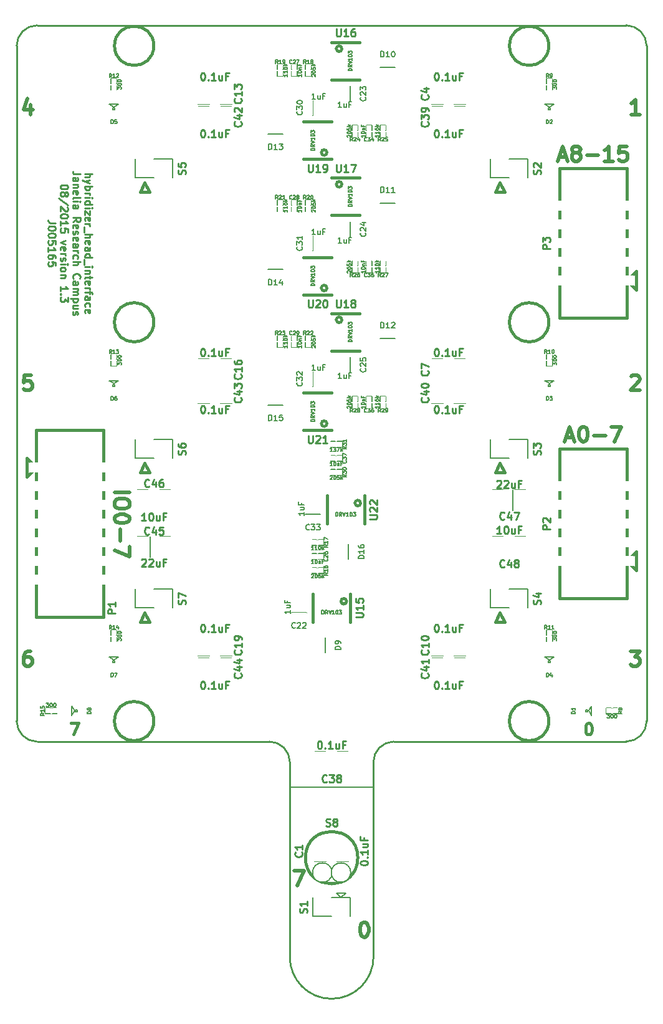
<source format=gto>
G04 #@! TF.FileFunction,Legend,Top*
%FSLAX46Y46*%
G04 Gerber Fmt 4.6, Leading zero omitted, Abs format (unit mm)*
G04 Created by KiCad (PCBNEW 0.201508110901+6083~28~ubuntu14.04.1-product) date Wed 12 Aug 2015 09:29:52 AM EDT*
%MOMM*%
G01*
G04 APERTURE LIST*
%ADD10C,0.100000*%
%ADD11C,0.508000*%
%ADD12C,0.200000*%
%ADD13C,0.254000*%
%ADD14C,0.381000*%
%ADD15C,0.228600*%
%ADD16C,0.127000*%
%ADD17C,0.150000*%
%ADD18C,0.190500*%
%ADD19R,4.895800X1.416000*%
%ADD20R,1.670000X2.940000*%
%ADD21C,9.112200*%
%ADD22C,8.528000*%
%ADD23C,3.956000*%
%ADD24C,2.438400*%
%ADD25R,0.721360X0.721360*%
%ADD26R,1.187400X2.000200*%
%ADD27R,2.000200X1.187400*%
%ADD28R,1.295400X1.295400*%
%ADD29R,0.751840X1.701800*%
%ADD30R,1.701800X0.751840*%
%ADD31R,1.670000X3.371800*%
%ADD32R,1.371600X2.194560*%
G04 APERTURE END LIST*
D10*
D11*
X64104762Y-88843637D02*
X66136762Y-88843637D01*
X66136762Y-90198303D02*
X66136762Y-90585351D01*
X66040000Y-90778875D01*
X65846476Y-90972398D01*
X65459429Y-91069160D01*
X64782095Y-91069160D01*
X64395048Y-90972398D01*
X64201524Y-90778875D01*
X64104762Y-90585351D01*
X64104762Y-90198303D01*
X64201524Y-90004779D01*
X64395048Y-89811256D01*
X64782095Y-89714494D01*
X65459429Y-89714494D01*
X65846476Y-89811256D01*
X66040000Y-90004779D01*
X66136762Y-90198303D01*
X66136762Y-92327065D02*
X66136762Y-92520589D01*
X66040000Y-92714113D01*
X65943238Y-92810875D01*
X65749714Y-92907637D01*
X65362667Y-93004398D01*
X64878857Y-93004398D01*
X64491810Y-92907637D01*
X64298286Y-92810875D01*
X64201524Y-92714113D01*
X64104762Y-92520589D01*
X64104762Y-92327065D01*
X64201524Y-92133541D01*
X64298286Y-92036779D01*
X64491810Y-91940018D01*
X64878857Y-91843256D01*
X65362667Y-91843256D01*
X65749714Y-91940018D01*
X65943238Y-92036779D01*
X66040000Y-92133541D01*
X66136762Y-92327065D01*
X64878857Y-93875256D02*
X64878857Y-95423446D01*
X66136762Y-96197542D02*
X66136762Y-97552208D01*
X64104762Y-96681351D01*
X124514429Y-43274827D02*
X125482048Y-43274827D01*
X124320905Y-43855398D02*
X124998238Y-41823398D01*
X125675571Y-43855398D01*
X126643190Y-42694255D02*
X126449666Y-42597493D01*
X126352905Y-42500731D01*
X126256143Y-42307208D01*
X126256143Y-42210446D01*
X126352905Y-42016922D01*
X126449666Y-41920160D01*
X126643190Y-41823398D01*
X127030238Y-41823398D01*
X127223762Y-41920160D01*
X127320524Y-42016922D01*
X127417285Y-42210446D01*
X127417285Y-42307208D01*
X127320524Y-42500731D01*
X127223762Y-42597493D01*
X127030238Y-42694255D01*
X126643190Y-42694255D01*
X126449666Y-42791017D01*
X126352905Y-42887779D01*
X126256143Y-43081303D01*
X126256143Y-43468350D01*
X126352905Y-43661874D01*
X126449666Y-43758636D01*
X126643190Y-43855398D01*
X127030238Y-43855398D01*
X127223762Y-43758636D01*
X127320524Y-43661874D01*
X127417285Y-43468350D01*
X127417285Y-43081303D01*
X127320524Y-42887779D01*
X127223762Y-42791017D01*
X127030238Y-42694255D01*
X128288143Y-43081303D02*
X129836333Y-43081303D01*
X131868333Y-43855398D02*
X130707191Y-43855398D01*
X131287762Y-43855398D02*
X131287762Y-41823398D01*
X131094238Y-42113684D01*
X130900714Y-42307208D01*
X130707191Y-42403970D01*
X133706810Y-41823398D02*
X132739191Y-41823398D01*
X132642429Y-42791017D01*
X132739191Y-42694255D01*
X132932714Y-42597493D01*
X133416524Y-42597493D01*
X133610048Y-42694255D01*
X133706810Y-42791017D01*
X133803571Y-42984541D01*
X133803571Y-43468350D01*
X133706810Y-43661874D01*
X133610048Y-43758636D01*
X133416524Y-43855398D01*
X132932714Y-43855398D01*
X132739191Y-43758636D01*
X132642429Y-43661874D01*
X125482048Y-81374827D02*
X126449667Y-81374827D01*
X125288524Y-81955398D02*
X125965857Y-79923398D01*
X126643190Y-81955398D01*
X127707571Y-79923398D02*
X127901095Y-79923398D01*
X128094619Y-80020160D01*
X128191381Y-80116922D01*
X128288143Y-80310446D01*
X128384904Y-80697493D01*
X128384904Y-81181303D01*
X128288143Y-81568350D01*
X128191381Y-81761874D01*
X128094619Y-81858636D01*
X127901095Y-81955398D01*
X127707571Y-81955398D01*
X127514047Y-81858636D01*
X127417285Y-81761874D01*
X127320524Y-81568350D01*
X127223762Y-81181303D01*
X127223762Y-80697493D01*
X127320524Y-80310446D01*
X127417285Y-80116922D01*
X127514047Y-80020160D01*
X127707571Y-79923398D01*
X129255762Y-81181303D02*
X130803952Y-81181303D01*
X131578048Y-79923398D02*
X132932714Y-79923398D01*
X132061857Y-81955398D01*
D12*
X93654053Y-140502640D02*
G75*
G03X93654053Y-140502640I-1325053J0D01*
G01*
X96194053Y-140502640D02*
G75*
G03X96194053Y-140502640I-1325053J0D01*
G01*
X87917020Y-128874520D02*
X99283520Y-128874520D01*
D13*
X60093981Y-45566876D02*
X61109981Y-45566876D01*
X60093981Y-46002304D02*
X60626171Y-46002304D01*
X60722933Y-45953923D01*
X60771314Y-45857161D01*
X60771314Y-45712019D01*
X60722933Y-45615257D01*
X60674552Y-45566876D01*
X60771314Y-46389352D02*
X60093981Y-46631257D01*
X60771314Y-46873161D02*
X60093981Y-46631257D01*
X59852076Y-46534495D01*
X59803695Y-46486114D01*
X59755314Y-46389352D01*
X60093981Y-47260209D02*
X61109981Y-47260209D01*
X60722933Y-47260209D02*
X60771314Y-47356971D01*
X60771314Y-47550494D01*
X60722933Y-47647256D01*
X60674552Y-47695637D01*
X60577790Y-47744018D01*
X60287505Y-47744018D01*
X60190743Y-47695637D01*
X60142362Y-47647256D01*
X60093981Y-47550494D01*
X60093981Y-47356971D01*
X60142362Y-47260209D01*
X60093981Y-48179447D02*
X60771314Y-48179447D01*
X60577790Y-48179447D02*
X60674552Y-48227828D01*
X60722933Y-48276209D01*
X60771314Y-48372971D01*
X60771314Y-48469732D01*
X60093981Y-48808399D02*
X60771314Y-48808399D01*
X61109981Y-48808399D02*
X61061600Y-48760018D01*
X61013219Y-48808399D01*
X61061600Y-48856780D01*
X61109981Y-48808399D01*
X61013219Y-48808399D01*
X60093981Y-49727637D02*
X61109981Y-49727637D01*
X60142362Y-49727637D02*
X60093981Y-49630875D01*
X60093981Y-49437352D01*
X60142362Y-49340590D01*
X60190743Y-49292209D01*
X60287505Y-49243828D01*
X60577790Y-49243828D01*
X60674552Y-49292209D01*
X60722933Y-49340590D01*
X60771314Y-49437352D01*
X60771314Y-49630875D01*
X60722933Y-49727637D01*
X60093981Y-50211447D02*
X60771314Y-50211447D01*
X61109981Y-50211447D02*
X61061600Y-50163066D01*
X61013219Y-50211447D01*
X61061600Y-50259828D01*
X61109981Y-50211447D01*
X61013219Y-50211447D01*
X60771314Y-50598495D02*
X60771314Y-51130685D01*
X60093981Y-50598495D01*
X60093981Y-51130685D01*
X60142362Y-51904780D02*
X60093981Y-51808018D01*
X60093981Y-51614495D01*
X60142362Y-51517733D01*
X60239124Y-51469352D01*
X60626171Y-51469352D01*
X60722933Y-51517733D01*
X60771314Y-51614495D01*
X60771314Y-51808018D01*
X60722933Y-51904780D01*
X60626171Y-51953161D01*
X60529410Y-51953161D01*
X60432648Y-51469352D01*
X60093981Y-52388590D02*
X60771314Y-52388590D01*
X60577790Y-52388590D02*
X60674552Y-52436971D01*
X60722933Y-52485352D01*
X60771314Y-52582114D01*
X60771314Y-52678875D01*
X59997219Y-52775637D02*
X59997219Y-53549732D01*
X60093981Y-53791637D02*
X61109981Y-53791637D01*
X60093981Y-54227065D02*
X60626171Y-54227065D01*
X60722933Y-54178684D01*
X60771314Y-54081922D01*
X60771314Y-53936780D01*
X60722933Y-53840018D01*
X60674552Y-53791637D01*
X60142362Y-55097922D02*
X60093981Y-55001160D01*
X60093981Y-54807637D01*
X60142362Y-54710875D01*
X60239124Y-54662494D01*
X60626171Y-54662494D01*
X60722933Y-54710875D01*
X60771314Y-54807637D01*
X60771314Y-55001160D01*
X60722933Y-55097922D01*
X60626171Y-55146303D01*
X60529410Y-55146303D01*
X60432648Y-54662494D01*
X60093981Y-56017160D02*
X60626171Y-56017160D01*
X60722933Y-55968779D01*
X60771314Y-55872017D01*
X60771314Y-55678494D01*
X60722933Y-55581732D01*
X60142362Y-56017160D02*
X60093981Y-55920398D01*
X60093981Y-55678494D01*
X60142362Y-55581732D01*
X60239124Y-55533351D01*
X60335886Y-55533351D01*
X60432648Y-55581732D01*
X60481029Y-55678494D01*
X60481029Y-55920398D01*
X60529410Y-56017160D01*
X60093981Y-56936398D02*
X61109981Y-56936398D01*
X60142362Y-56936398D02*
X60093981Y-56839636D01*
X60093981Y-56646113D01*
X60142362Y-56549351D01*
X60190743Y-56500970D01*
X60287505Y-56452589D01*
X60577790Y-56452589D01*
X60674552Y-56500970D01*
X60722933Y-56549351D01*
X60771314Y-56646113D01*
X60771314Y-56839636D01*
X60722933Y-56936398D01*
X59997219Y-57178303D02*
X59997219Y-57952398D01*
X60093981Y-58194303D02*
X60771314Y-58194303D01*
X61109981Y-58194303D02*
X61061600Y-58145922D01*
X61013219Y-58194303D01*
X61061600Y-58242684D01*
X61109981Y-58194303D01*
X61013219Y-58194303D01*
X60771314Y-58678113D02*
X60093981Y-58678113D01*
X60674552Y-58678113D02*
X60722933Y-58726494D01*
X60771314Y-58823256D01*
X60771314Y-58968398D01*
X60722933Y-59065160D01*
X60626171Y-59113541D01*
X60093981Y-59113541D01*
X60771314Y-59452208D02*
X60771314Y-59839256D01*
X61109981Y-59597351D02*
X60239124Y-59597351D01*
X60142362Y-59645732D01*
X60093981Y-59742494D01*
X60093981Y-59839256D01*
X60142362Y-60564969D02*
X60093981Y-60468207D01*
X60093981Y-60274684D01*
X60142362Y-60177922D01*
X60239124Y-60129541D01*
X60626171Y-60129541D01*
X60722933Y-60177922D01*
X60771314Y-60274684D01*
X60771314Y-60468207D01*
X60722933Y-60564969D01*
X60626171Y-60613350D01*
X60529410Y-60613350D01*
X60432648Y-60129541D01*
X60093981Y-61048779D02*
X60771314Y-61048779D01*
X60577790Y-61048779D02*
X60674552Y-61097160D01*
X60722933Y-61145541D01*
X60771314Y-61242303D01*
X60771314Y-61339064D01*
X60771314Y-61532588D02*
X60771314Y-61919636D01*
X60093981Y-61677731D02*
X60964838Y-61677731D01*
X61061600Y-61726112D01*
X61109981Y-61822874D01*
X61109981Y-61919636D01*
X60093981Y-62693730D02*
X60626171Y-62693730D01*
X60722933Y-62645349D01*
X60771314Y-62548587D01*
X60771314Y-62355064D01*
X60722933Y-62258302D01*
X60142362Y-62693730D02*
X60093981Y-62596968D01*
X60093981Y-62355064D01*
X60142362Y-62258302D01*
X60239124Y-62209921D01*
X60335886Y-62209921D01*
X60432648Y-62258302D01*
X60481029Y-62355064D01*
X60481029Y-62596968D01*
X60529410Y-62693730D01*
X60142362Y-63612968D02*
X60093981Y-63516206D01*
X60093981Y-63322683D01*
X60142362Y-63225921D01*
X60190743Y-63177540D01*
X60287505Y-63129159D01*
X60577790Y-63129159D01*
X60674552Y-63177540D01*
X60722933Y-63225921D01*
X60771314Y-63322683D01*
X60771314Y-63516206D01*
X60722933Y-63612968D01*
X60142362Y-64435444D02*
X60093981Y-64338682D01*
X60093981Y-64145159D01*
X60142362Y-64048397D01*
X60239124Y-64000016D01*
X60626171Y-64000016D01*
X60722933Y-64048397D01*
X60771314Y-64145159D01*
X60771314Y-64338682D01*
X60722933Y-64435444D01*
X60626171Y-64483825D01*
X60529410Y-64483825D01*
X60432648Y-64000016D01*
X59433581Y-45615256D02*
X58707867Y-45615256D01*
X58562724Y-45566876D01*
X58465962Y-45470114D01*
X58417581Y-45324971D01*
X58417581Y-45228209D01*
X58417581Y-46534494D02*
X58949771Y-46534494D01*
X59046533Y-46486113D01*
X59094914Y-46389351D01*
X59094914Y-46195828D01*
X59046533Y-46099066D01*
X58465962Y-46534494D02*
X58417581Y-46437732D01*
X58417581Y-46195828D01*
X58465962Y-46099066D01*
X58562724Y-46050685D01*
X58659486Y-46050685D01*
X58756248Y-46099066D01*
X58804629Y-46195828D01*
X58804629Y-46437732D01*
X58853010Y-46534494D01*
X59094914Y-47018304D02*
X58417581Y-47018304D01*
X58998152Y-47018304D02*
X59046533Y-47066685D01*
X59094914Y-47163447D01*
X59094914Y-47308589D01*
X59046533Y-47405351D01*
X58949771Y-47453732D01*
X58417581Y-47453732D01*
X58465962Y-48324589D02*
X58417581Y-48227827D01*
X58417581Y-48034304D01*
X58465962Y-47937542D01*
X58562724Y-47889161D01*
X58949771Y-47889161D01*
X59046533Y-47937542D01*
X59094914Y-48034304D01*
X59094914Y-48227827D01*
X59046533Y-48324589D01*
X58949771Y-48372970D01*
X58853010Y-48372970D01*
X58756248Y-47889161D01*
X58417581Y-48953542D02*
X58465962Y-48856780D01*
X58562724Y-48808399D01*
X59433581Y-48808399D01*
X58417581Y-49340589D02*
X59094914Y-49340589D01*
X59433581Y-49340589D02*
X59385200Y-49292208D01*
X59336819Y-49340589D01*
X59385200Y-49388970D01*
X59433581Y-49340589D01*
X59336819Y-49340589D01*
X58417581Y-50259827D02*
X58949771Y-50259827D01*
X59046533Y-50211446D01*
X59094914Y-50114684D01*
X59094914Y-49921161D01*
X59046533Y-49824399D01*
X58465962Y-50259827D02*
X58417581Y-50163065D01*
X58417581Y-49921161D01*
X58465962Y-49824399D01*
X58562724Y-49776018D01*
X58659486Y-49776018D01*
X58756248Y-49824399D01*
X58804629Y-49921161D01*
X58804629Y-50163065D01*
X58853010Y-50259827D01*
X58417581Y-52098303D02*
X58901390Y-51759637D01*
X58417581Y-51517732D02*
X59433581Y-51517732D01*
X59433581Y-51904779D01*
X59385200Y-52001541D01*
X59336819Y-52049922D01*
X59240057Y-52098303D01*
X59094914Y-52098303D01*
X58998152Y-52049922D01*
X58949771Y-52001541D01*
X58901390Y-51904779D01*
X58901390Y-51517732D01*
X58465962Y-52920779D02*
X58417581Y-52824017D01*
X58417581Y-52630494D01*
X58465962Y-52533732D01*
X58562724Y-52485351D01*
X58949771Y-52485351D01*
X59046533Y-52533732D01*
X59094914Y-52630494D01*
X59094914Y-52824017D01*
X59046533Y-52920779D01*
X58949771Y-52969160D01*
X58853010Y-52969160D01*
X58756248Y-52485351D01*
X58465962Y-53356208D02*
X58417581Y-53452970D01*
X58417581Y-53646494D01*
X58465962Y-53743255D01*
X58562724Y-53791636D01*
X58611105Y-53791636D01*
X58707867Y-53743255D01*
X58756248Y-53646494D01*
X58756248Y-53501351D01*
X58804629Y-53404589D01*
X58901390Y-53356208D01*
X58949771Y-53356208D01*
X59046533Y-53404589D01*
X59094914Y-53501351D01*
X59094914Y-53646494D01*
X59046533Y-53743255D01*
X58465962Y-54614112D02*
X58417581Y-54517350D01*
X58417581Y-54323827D01*
X58465962Y-54227065D01*
X58562724Y-54178684D01*
X58949771Y-54178684D01*
X59046533Y-54227065D01*
X59094914Y-54323827D01*
X59094914Y-54517350D01*
X59046533Y-54614112D01*
X58949771Y-54662493D01*
X58853010Y-54662493D01*
X58756248Y-54178684D01*
X58417581Y-55533350D02*
X58949771Y-55533350D01*
X59046533Y-55484969D01*
X59094914Y-55388207D01*
X59094914Y-55194684D01*
X59046533Y-55097922D01*
X58465962Y-55533350D02*
X58417581Y-55436588D01*
X58417581Y-55194684D01*
X58465962Y-55097922D01*
X58562724Y-55049541D01*
X58659486Y-55049541D01*
X58756248Y-55097922D01*
X58804629Y-55194684D01*
X58804629Y-55436588D01*
X58853010Y-55533350D01*
X58417581Y-56017160D02*
X59094914Y-56017160D01*
X58901390Y-56017160D02*
X58998152Y-56065541D01*
X59046533Y-56113922D01*
X59094914Y-56210684D01*
X59094914Y-56307445D01*
X58465962Y-57081540D02*
X58417581Y-56984778D01*
X58417581Y-56791255D01*
X58465962Y-56694493D01*
X58514343Y-56646112D01*
X58611105Y-56597731D01*
X58901390Y-56597731D01*
X58998152Y-56646112D01*
X59046533Y-56694493D01*
X59094914Y-56791255D01*
X59094914Y-56984778D01*
X59046533Y-57081540D01*
X58417581Y-57516969D02*
X59433581Y-57516969D01*
X58417581Y-57952397D02*
X58949771Y-57952397D01*
X59046533Y-57904016D01*
X59094914Y-57807254D01*
X59094914Y-57662112D01*
X59046533Y-57565350D01*
X58998152Y-57516969D01*
X58514343Y-59790873D02*
X58465962Y-59742492D01*
X58417581Y-59597349D01*
X58417581Y-59500587D01*
X58465962Y-59355445D01*
X58562724Y-59258683D01*
X58659486Y-59210302D01*
X58853010Y-59161921D01*
X58998152Y-59161921D01*
X59191676Y-59210302D01*
X59288438Y-59258683D01*
X59385200Y-59355445D01*
X59433581Y-59500587D01*
X59433581Y-59597349D01*
X59385200Y-59742492D01*
X59336819Y-59790873D01*
X58417581Y-60661730D02*
X58949771Y-60661730D01*
X59046533Y-60613349D01*
X59094914Y-60516587D01*
X59094914Y-60323064D01*
X59046533Y-60226302D01*
X58465962Y-60661730D02*
X58417581Y-60564968D01*
X58417581Y-60323064D01*
X58465962Y-60226302D01*
X58562724Y-60177921D01*
X58659486Y-60177921D01*
X58756248Y-60226302D01*
X58804629Y-60323064D01*
X58804629Y-60564968D01*
X58853010Y-60661730D01*
X58417581Y-61145540D02*
X59094914Y-61145540D01*
X58998152Y-61145540D02*
X59046533Y-61193921D01*
X59094914Y-61290683D01*
X59094914Y-61435825D01*
X59046533Y-61532587D01*
X58949771Y-61580968D01*
X58417581Y-61580968D01*
X58949771Y-61580968D02*
X59046533Y-61629349D01*
X59094914Y-61726111D01*
X59094914Y-61871254D01*
X59046533Y-61968016D01*
X58949771Y-62016397D01*
X58417581Y-62016397D01*
X59094914Y-62500207D02*
X58078914Y-62500207D01*
X59046533Y-62500207D02*
X59094914Y-62596969D01*
X59094914Y-62790492D01*
X59046533Y-62887254D01*
X58998152Y-62935635D01*
X58901390Y-62984016D01*
X58611105Y-62984016D01*
X58514343Y-62935635D01*
X58465962Y-62887254D01*
X58417581Y-62790492D01*
X58417581Y-62596969D01*
X58465962Y-62500207D01*
X59094914Y-63854873D02*
X58417581Y-63854873D01*
X59094914Y-63419445D02*
X58562724Y-63419445D01*
X58465962Y-63467826D01*
X58417581Y-63564588D01*
X58417581Y-63709730D01*
X58465962Y-63806492D01*
X58514343Y-63854873D01*
X58465962Y-64290302D02*
X58417581Y-64387064D01*
X58417581Y-64580588D01*
X58465962Y-64677349D01*
X58562724Y-64725730D01*
X58611105Y-64725730D01*
X58707867Y-64677349D01*
X58756248Y-64580588D01*
X58756248Y-64435445D01*
X58804629Y-64338683D01*
X58901390Y-64290302D01*
X58949771Y-64290302D01*
X59046533Y-64338683D01*
X59094914Y-64435445D01*
X59094914Y-64580588D01*
X59046533Y-64677349D01*
X57757181Y-47308590D02*
X57757181Y-47405351D01*
X57708800Y-47502113D01*
X57660419Y-47550494D01*
X57563657Y-47598875D01*
X57370133Y-47647256D01*
X57128229Y-47647256D01*
X56934705Y-47598875D01*
X56837943Y-47550494D01*
X56789562Y-47502113D01*
X56741181Y-47405351D01*
X56741181Y-47308590D01*
X56789562Y-47211828D01*
X56837943Y-47163447D01*
X56934705Y-47115066D01*
X57128229Y-47066685D01*
X57370133Y-47066685D01*
X57563657Y-47115066D01*
X57660419Y-47163447D01*
X57708800Y-47211828D01*
X57757181Y-47308590D01*
X57321752Y-48227828D02*
X57370133Y-48131066D01*
X57418514Y-48082685D01*
X57515276Y-48034304D01*
X57563657Y-48034304D01*
X57660419Y-48082685D01*
X57708800Y-48131066D01*
X57757181Y-48227828D01*
X57757181Y-48421351D01*
X57708800Y-48518113D01*
X57660419Y-48566494D01*
X57563657Y-48614875D01*
X57515276Y-48614875D01*
X57418514Y-48566494D01*
X57370133Y-48518113D01*
X57321752Y-48421351D01*
X57321752Y-48227828D01*
X57273371Y-48131066D01*
X57224990Y-48082685D01*
X57128229Y-48034304D01*
X56934705Y-48034304D01*
X56837943Y-48082685D01*
X56789562Y-48131066D01*
X56741181Y-48227828D01*
X56741181Y-48421351D01*
X56789562Y-48518113D01*
X56837943Y-48566494D01*
X56934705Y-48614875D01*
X57128229Y-48614875D01*
X57224990Y-48566494D01*
X57273371Y-48518113D01*
X57321752Y-48421351D01*
X57805562Y-49776018D02*
X56499276Y-48905161D01*
X57660419Y-50066304D02*
X57708800Y-50114685D01*
X57757181Y-50211447D01*
X57757181Y-50453351D01*
X57708800Y-50550113D01*
X57660419Y-50598494D01*
X57563657Y-50646875D01*
X57466895Y-50646875D01*
X57321752Y-50598494D01*
X56741181Y-50017923D01*
X56741181Y-50646875D01*
X57757181Y-51275828D02*
X57757181Y-51372589D01*
X57708800Y-51469351D01*
X57660419Y-51517732D01*
X57563657Y-51566113D01*
X57370133Y-51614494D01*
X57128229Y-51614494D01*
X56934705Y-51566113D01*
X56837943Y-51517732D01*
X56789562Y-51469351D01*
X56741181Y-51372589D01*
X56741181Y-51275828D01*
X56789562Y-51179066D01*
X56837943Y-51130685D01*
X56934705Y-51082304D01*
X57128229Y-51033923D01*
X57370133Y-51033923D01*
X57563657Y-51082304D01*
X57660419Y-51130685D01*
X57708800Y-51179066D01*
X57757181Y-51275828D01*
X56741181Y-52582113D02*
X56741181Y-52001542D01*
X56741181Y-52291828D02*
X57757181Y-52291828D01*
X57612038Y-52195066D01*
X57515276Y-52098304D01*
X57466895Y-52001542D01*
X57757181Y-53501351D02*
X57757181Y-53017542D01*
X57273371Y-52969161D01*
X57321752Y-53017542D01*
X57370133Y-53114304D01*
X57370133Y-53356208D01*
X57321752Y-53452970D01*
X57273371Y-53501351D01*
X57176610Y-53549732D01*
X56934705Y-53549732D01*
X56837943Y-53501351D01*
X56789562Y-53452970D01*
X56741181Y-53356208D01*
X56741181Y-53114304D01*
X56789562Y-53017542D01*
X56837943Y-52969161D01*
X57418514Y-54662494D02*
X56741181Y-54904399D01*
X57418514Y-55146303D01*
X56789562Y-55920398D02*
X56741181Y-55823636D01*
X56741181Y-55630113D01*
X56789562Y-55533351D01*
X56886324Y-55484970D01*
X57273371Y-55484970D01*
X57370133Y-55533351D01*
X57418514Y-55630113D01*
X57418514Y-55823636D01*
X57370133Y-55920398D01*
X57273371Y-55968779D01*
X57176610Y-55968779D01*
X57079848Y-55484970D01*
X56741181Y-56404208D02*
X57418514Y-56404208D01*
X57224990Y-56404208D02*
X57321752Y-56452589D01*
X57370133Y-56500970D01*
X57418514Y-56597732D01*
X57418514Y-56694493D01*
X56789562Y-56984779D02*
X56741181Y-57081541D01*
X56741181Y-57275065D01*
X56789562Y-57371826D01*
X56886324Y-57420207D01*
X56934705Y-57420207D01*
X57031467Y-57371826D01*
X57079848Y-57275065D01*
X57079848Y-57129922D01*
X57128229Y-57033160D01*
X57224990Y-56984779D01*
X57273371Y-56984779D01*
X57370133Y-57033160D01*
X57418514Y-57129922D01*
X57418514Y-57275065D01*
X57370133Y-57371826D01*
X56741181Y-57855636D02*
X57418514Y-57855636D01*
X57757181Y-57855636D02*
X57708800Y-57807255D01*
X57660419Y-57855636D01*
X57708800Y-57904017D01*
X57757181Y-57855636D01*
X57660419Y-57855636D01*
X56741181Y-58484589D02*
X56789562Y-58387827D01*
X56837943Y-58339446D01*
X56934705Y-58291065D01*
X57224990Y-58291065D01*
X57321752Y-58339446D01*
X57370133Y-58387827D01*
X57418514Y-58484589D01*
X57418514Y-58629731D01*
X57370133Y-58726493D01*
X57321752Y-58774874D01*
X57224990Y-58823255D01*
X56934705Y-58823255D01*
X56837943Y-58774874D01*
X56789562Y-58726493D01*
X56741181Y-58629731D01*
X56741181Y-58484589D01*
X57418514Y-59258684D02*
X56741181Y-59258684D01*
X57321752Y-59258684D02*
X57370133Y-59307065D01*
X57418514Y-59403827D01*
X57418514Y-59548969D01*
X57370133Y-59645731D01*
X57273371Y-59694112D01*
X56741181Y-59694112D01*
X56741181Y-61484207D02*
X56741181Y-60903636D01*
X56741181Y-61193922D02*
X57757181Y-61193922D01*
X57612038Y-61097160D01*
X57515276Y-61000398D01*
X57466895Y-60903636D01*
X56837943Y-61919636D02*
X56789562Y-61968017D01*
X56741181Y-61919636D01*
X56789562Y-61871255D01*
X56837943Y-61919636D01*
X56741181Y-61919636D01*
X57757181Y-62306684D02*
X57757181Y-62935636D01*
X57370133Y-62596970D01*
X57370133Y-62742112D01*
X57321752Y-62838874D01*
X57273371Y-62887255D01*
X57176610Y-62935636D01*
X56934705Y-62935636D01*
X56837943Y-62887255D01*
X56789562Y-62838874D01*
X56741181Y-62742112D01*
X56741181Y-62451827D01*
X56789562Y-62355065D01*
X56837943Y-62306684D01*
X56080781Y-52243446D02*
X55355067Y-52243446D01*
X55209924Y-52195066D01*
X55113162Y-52098304D01*
X55064781Y-51953161D01*
X55064781Y-51856399D01*
X56080781Y-52920780D02*
X56080781Y-53017541D01*
X56032400Y-53114303D01*
X55984019Y-53162684D01*
X55887257Y-53211065D01*
X55693733Y-53259446D01*
X55451829Y-53259446D01*
X55258305Y-53211065D01*
X55161543Y-53162684D01*
X55113162Y-53114303D01*
X55064781Y-53017541D01*
X55064781Y-52920780D01*
X55113162Y-52824018D01*
X55161543Y-52775637D01*
X55258305Y-52727256D01*
X55451829Y-52678875D01*
X55693733Y-52678875D01*
X55887257Y-52727256D01*
X55984019Y-52775637D01*
X56032400Y-52824018D01*
X56080781Y-52920780D01*
X56080781Y-53888399D02*
X56080781Y-53985160D01*
X56032400Y-54081922D01*
X55984019Y-54130303D01*
X55887257Y-54178684D01*
X55693733Y-54227065D01*
X55451829Y-54227065D01*
X55258305Y-54178684D01*
X55161543Y-54130303D01*
X55113162Y-54081922D01*
X55064781Y-53985160D01*
X55064781Y-53888399D01*
X55113162Y-53791637D01*
X55161543Y-53743256D01*
X55258305Y-53694875D01*
X55451829Y-53646494D01*
X55693733Y-53646494D01*
X55887257Y-53694875D01*
X55984019Y-53743256D01*
X56032400Y-53791637D01*
X56080781Y-53888399D01*
X56080781Y-55146303D02*
X56080781Y-54662494D01*
X55596971Y-54614113D01*
X55645352Y-54662494D01*
X55693733Y-54759256D01*
X55693733Y-55001160D01*
X55645352Y-55097922D01*
X55596971Y-55146303D01*
X55500210Y-55194684D01*
X55258305Y-55194684D01*
X55161543Y-55146303D01*
X55113162Y-55097922D01*
X55064781Y-55001160D01*
X55064781Y-54759256D01*
X55113162Y-54662494D01*
X55161543Y-54614113D01*
X55064781Y-56162303D02*
X55064781Y-55581732D01*
X55064781Y-55872018D02*
X56080781Y-55872018D01*
X55935638Y-55775256D01*
X55838876Y-55678494D01*
X55790495Y-55581732D01*
X56080781Y-57033160D02*
X56080781Y-56839637D01*
X56032400Y-56742875D01*
X55984019Y-56694494D01*
X55838876Y-56597732D01*
X55645352Y-56549351D01*
X55258305Y-56549351D01*
X55161543Y-56597732D01*
X55113162Y-56646113D01*
X55064781Y-56742875D01*
X55064781Y-56936398D01*
X55113162Y-57033160D01*
X55161543Y-57081541D01*
X55258305Y-57129922D01*
X55500210Y-57129922D01*
X55596971Y-57081541D01*
X55645352Y-57033160D01*
X55693733Y-56936398D01*
X55693733Y-56742875D01*
X55645352Y-56646113D01*
X55596971Y-56597732D01*
X55500210Y-56549351D01*
X56080781Y-58049160D02*
X56080781Y-57565351D01*
X55596971Y-57516970D01*
X55645352Y-57565351D01*
X55693733Y-57662113D01*
X55693733Y-57904017D01*
X55645352Y-58000779D01*
X55596971Y-58049160D01*
X55500210Y-58097541D01*
X55258305Y-58097541D01*
X55161543Y-58049160D01*
X55113162Y-58000779D01*
X55064781Y-57904017D01*
X55064781Y-57662113D01*
X55113162Y-57565351D01*
X55161543Y-57516970D01*
D14*
X58166000Y-120206589D02*
X59182000Y-120206589D01*
X58528857Y-121730589D01*
X128451429Y-120206589D02*
X128596572Y-120206589D01*
X128741715Y-120279160D01*
X128814286Y-120351731D01*
X128886857Y-120496874D01*
X128959429Y-120787160D01*
X128959429Y-121150017D01*
X128886857Y-121440303D01*
X128814286Y-121585446D01*
X128741715Y-121658017D01*
X128596572Y-121730589D01*
X128451429Y-121730589D01*
X128306286Y-121658017D01*
X128233715Y-121585446D01*
X128161143Y-121440303D01*
X128088572Y-121150017D01*
X128088572Y-120787160D01*
X128161143Y-120496874D01*
X128233715Y-120351731D01*
X128306286Y-120279160D01*
X128451429Y-120206589D01*
D11*
X88476667Y-140248398D02*
X89831333Y-140248398D01*
X88960476Y-142280398D01*
X97947238Y-147233398D02*
X98140762Y-147233398D01*
X98334286Y-147330160D01*
X98431048Y-147426922D01*
X98527810Y-147620446D01*
X98624571Y-148007493D01*
X98624571Y-148491303D01*
X98527810Y-148878350D01*
X98431048Y-149071874D01*
X98334286Y-149168636D01*
X98140762Y-149265398D01*
X97947238Y-149265398D01*
X97753714Y-149168636D01*
X97656952Y-149071874D01*
X97560191Y-148878350D01*
X97463429Y-148491303D01*
X97463429Y-148007493D01*
X97560191Y-147620446D01*
X97656952Y-147426922D01*
X97753714Y-147330160D01*
X97947238Y-147233398D01*
X52711048Y-110403398D02*
X52324000Y-110403398D01*
X52130476Y-110500160D01*
X52033714Y-110596922D01*
X51840191Y-110887208D01*
X51743429Y-111274255D01*
X51743429Y-112048350D01*
X51840191Y-112241874D01*
X51936952Y-112338636D01*
X52130476Y-112435398D01*
X52517524Y-112435398D01*
X52711048Y-112338636D01*
X52807810Y-112241874D01*
X52904571Y-112048350D01*
X52904571Y-111564541D01*
X52807810Y-111371017D01*
X52711048Y-111274255D01*
X52517524Y-111177493D01*
X52130476Y-111177493D01*
X51936952Y-111274255D01*
X51840191Y-111371017D01*
X51743429Y-111564541D01*
X52807810Y-72938398D02*
X51840191Y-72938398D01*
X51743429Y-73906017D01*
X51840191Y-73809255D01*
X52033714Y-73712493D01*
X52517524Y-73712493D01*
X52711048Y-73809255D01*
X52807810Y-73906017D01*
X52904571Y-74099541D01*
X52904571Y-74583350D01*
X52807810Y-74776874D01*
X52711048Y-74873636D01*
X52517524Y-74970398D01*
X52033714Y-74970398D01*
X51840191Y-74873636D01*
X51743429Y-74776874D01*
X52711048Y-36150731D02*
X52711048Y-37505398D01*
X52227238Y-35376636D02*
X51743429Y-36828065D01*
X53001333Y-36828065D01*
X134196667Y-110403398D02*
X135454571Y-110403398D01*
X134777238Y-111177493D01*
X135067524Y-111177493D01*
X135261048Y-111274255D01*
X135357810Y-111371017D01*
X135454571Y-111564541D01*
X135454571Y-112048350D01*
X135357810Y-112241874D01*
X135261048Y-112338636D01*
X135067524Y-112435398D01*
X134486952Y-112435398D01*
X134293429Y-112338636D01*
X134196667Y-112241874D01*
X134293429Y-73131922D02*
X134390191Y-73035160D01*
X134583714Y-72938398D01*
X135067524Y-72938398D01*
X135261048Y-73035160D01*
X135357810Y-73131922D01*
X135454571Y-73325446D01*
X135454571Y-73518970D01*
X135357810Y-73809255D01*
X134196667Y-74970398D01*
X135454571Y-74970398D01*
X135454571Y-37505398D02*
X134293429Y-37505398D01*
X134874000Y-37505398D02*
X134874000Y-35473398D01*
X134680476Y-35763684D01*
X134486952Y-35957208D01*
X134293429Y-36053970D01*
D15*
X87914480Y-151958040D02*
G75*
G03X99283520Y-151958040I5684520J0D01*
G01*
X99283520Y-125483620D02*
X99283520Y-151958040D01*
X87917020Y-125483620D02*
X87917020Y-151958040D01*
X102064820Y-122702320D02*
G75*
G03X99283520Y-125483620I0J-2781300D01*
G01*
X87917020Y-125483620D02*
G75*
G03X85135720Y-122702320I-2781300J0D01*
G01*
X102064820Y-122702320D02*
X133619240Y-122702320D01*
X53581300Y-122702320D02*
X85135720Y-122702320D01*
X53581300Y-25400000D02*
G75*
G03X50800000Y-28181300I0J-2781300D01*
G01*
X133619240Y-122702320D02*
G75*
G03X136400540Y-119921020I0J2781300D01*
G01*
X136400540Y-28181300D02*
X136400540Y-119921020D01*
X50800000Y-119921020D02*
G75*
G03X53581300Y-122702320I2781300J0D01*
G01*
X50800000Y-28181300D02*
X50800000Y-119921020D01*
X136400540Y-28181300D02*
G75*
G03X133619240Y-25400000I-2781300J0D01*
G01*
X53581300Y-25400000D02*
X133619240Y-25400000D01*
D14*
X124587000Y-82941200D02*
X124587000Y-103261200D01*
X133731000Y-82941200D02*
X133731000Y-103261200D01*
X133731000Y-82941200D02*
X124587000Y-82941200D01*
X133731000Y-103261200D02*
X124587000Y-103261200D01*
X133731000Y-98181200D02*
X135001000Y-99451200D01*
X135001000Y-99451200D02*
X135001000Y-96911200D01*
X135001000Y-96911200D02*
X133731000Y-98181200D01*
D16*
X94361000Y-138948000D02*
X95885000Y-138948000D01*
X95885000Y-138948000D02*
X95885000Y-136154000D01*
X95885000Y-136154000D02*
X94361000Y-136154000D01*
X92837000Y-136154000D02*
X91313000Y-136154000D01*
X91313000Y-136154000D02*
X91313000Y-138948000D01*
X91313000Y-138948000D02*
X92837000Y-138948000D01*
X110236000Y-36078200D02*
X111760000Y-36078200D01*
X111760000Y-36078200D02*
X111760000Y-33284200D01*
X111760000Y-33284200D02*
X110236000Y-33284200D01*
X108712000Y-33284200D02*
X107188000Y-33284200D01*
X107188000Y-33284200D02*
X107188000Y-36078200D01*
X107188000Y-36078200D02*
X108712000Y-36078200D01*
X110236000Y-73543200D02*
X111760000Y-73543200D01*
X111760000Y-73543200D02*
X111760000Y-70749200D01*
X111760000Y-70749200D02*
X110236000Y-70749200D01*
X108712000Y-70749200D02*
X107188000Y-70749200D01*
X107188000Y-70749200D02*
X107188000Y-73543200D01*
X107188000Y-73543200D02*
X108712000Y-73543200D01*
X110236000Y-111008000D02*
X111760000Y-111008000D01*
X111760000Y-111008000D02*
X111760000Y-108214000D01*
X111760000Y-108214000D02*
X110236000Y-108214000D01*
X108712000Y-108214000D02*
X107188000Y-108214000D01*
X107188000Y-108214000D02*
X107188000Y-111008000D01*
X107188000Y-111008000D02*
X108712000Y-111008000D01*
X78486000Y-36078200D02*
X80010000Y-36078200D01*
X80010000Y-36078200D02*
X80010000Y-33284200D01*
X80010000Y-33284200D02*
X78486000Y-33284200D01*
X76962000Y-33284200D02*
X75438000Y-33284200D01*
X75438000Y-33284200D02*
X75438000Y-36078200D01*
X75438000Y-36078200D02*
X76962000Y-36078200D01*
X78486000Y-73543200D02*
X80010000Y-73543200D01*
X80010000Y-73543200D02*
X80010000Y-70749200D01*
X80010000Y-70749200D02*
X78486000Y-70749200D01*
X76962000Y-70749200D02*
X75438000Y-70749200D01*
X75438000Y-70749200D02*
X75438000Y-73543200D01*
X75438000Y-73543200D02*
X76962000Y-73543200D01*
X78486000Y-111008000D02*
X80010000Y-111008000D01*
X80010000Y-111008000D02*
X80010000Y-108214000D01*
X80010000Y-108214000D02*
X78486000Y-108214000D01*
X76962000Y-108214000D02*
X75438000Y-108214000D01*
X75438000Y-108214000D02*
X75438000Y-111008000D01*
X75438000Y-111008000D02*
X76962000Y-111008000D01*
D14*
X123101000Y-119921000D02*
G75*
G03X123101000Y-119921000I-2667000J0D01*
G01*
X69430900Y-119921000D02*
G75*
G03X69430900Y-119921000I-2667000J0D01*
G01*
X123101000Y-65742800D02*
G75*
G03X123101000Y-65742800I-2667000J0D01*
G01*
X69430900Y-65742800D02*
G75*
G03X69430900Y-65742800I-2667000J0D01*
G01*
X123101000Y-28181300D02*
G75*
G03X123101000Y-28181300I-2667000J0D01*
G01*
X69430900Y-28181300D02*
G75*
G03X69430900Y-28181300I-2667000J0D01*
G01*
X97155000Y-138471000D02*
G75*
G03X97155000Y-138471000I-3556000J0D01*
G01*
D16*
X91821000Y-97927200D02*
X92456000Y-97927200D01*
X92456000Y-97927200D02*
X92456000Y-97165200D01*
X92456000Y-97165200D02*
X91821000Y-97165200D01*
X91567000Y-97927200D02*
X90932000Y-97927200D01*
X90932000Y-97927200D02*
X90932000Y-97165200D01*
X90932000Y-97165200D02*
X91567000Y-97165200D01*
X88900000Y-31379200D02*
X88900000Y-30744200D01*
X88900000Y-30744200D02*
X88138000Y-30744200D01*
X88138000Y-30744200D02*
X88138000Y-31379200D01*
X88900000Y-31633200D02*
X88900000Y-32268200D01*
X88900000Y-32268200D02*
X88138000Y-32268200D01*
X88138000Y-32268200D02*
X88138000Y-31633200D01*
X88900000Y-49794200D02*
X88900000Y-49159200D01*
X88900000Y-49159200D02*
X88138000Y-49159200D01*
X88138000Y-49159200D02*
X88138000Y-49794200D01*
X88900000Y-50048200D02*
X88900000Y-50683200D01*
X88900000Y-50683200D02*
X88138000Y-50683200D01*
X88138000Y-50683200D02*
X88138000Y-50048200D01*
X88900000Y-68209200D02*
X88900000Y-67574200D01*
X88900000Y-67574200D02*
X88138000Y-67574200D01*
X88138000Y-67574200D02*
X88138000Y-68209200D01*
X88900000Y-68463200D02*
X88900000Y-69098200D01*
X88900000Y-69098200D02*
X88138000Y-69098200D01*
X88138000Y-69098200D02*
X88138000Y-68463200D01*
X98298000Y-39888200D02*
X98298000Y-40523200D01*
X98298000Y-40523200D02*
X99060000Y-40523200D01*
X99060000Y-40523200D02*
X99060000Y-39888200D01*
X98298000Y-39634200D02*
X98298000Y-38999200D01*
X98298000Y-38999200D02*
X99060000Y-38999200D01*
X99060000Y-38999200D02*
X99060000Y-39634200D01*
X98298000Y-58303200D02*
X98298000Y-58938200D01*
X98298000Y-58938200D02*
X99060000Y-58938200D01*
X99060000Y-58938200D02*
X99060000Y-58303200D01*
X98298000Y-58049200D02*
X98298000Y-57414200D01*
X98298000Y-57414200D02*
X99060000Y-57414200D01*
X99060000Y-57414200D02*
X99060000Y-58049200D01*
X98298000Y-76718200D02*
X98298000Y-77353200D01*
X98298000Y-77353200D02*
X99060000Y-77353200D01*
X99060000Y-77353200D02*
X99060000Y-76718200D01*
X98298000Y-76464200D02*
X98298000Y-75829200D01*
X98298000Y-75829200D02*
X99060000Y-75829200D01*
X99060000Y-75829200D02*
X99060000Y-76464200D01*
X94361000Y-84592200D02*
X94996000Y-84592200D01*
X94996000Y-84592200D02*
X94996000Y-83830200D01*
X94996000Y-83830200D02*
X94361000Y-83830200D01*
X94107000Y-84592200D02*
X93472000Y-84592200D01*
X93472000Y-84592200D02*
X93472000Y-83830200D01*
X93472000Y-83830200D02*
X94107000Y-83830200D01*
X92710000Y-110627000D02*
X92710000Y-108595000D01*
X92964000Y-110500000D02*
X93853000Y-110500000D01*
X93853000Y-110500000D02*
X93853000Y-108722000D01*
X93853000Y-108722000D02*
X92964000Y-108722000D01*
X91694000Y-110500000D02*
X90805000Y-110500000D01*
X90805000Y-110500000D02*
X90805000Y-108722000D01*
X90805000Y-108722000D02*
X91694000Y-108722000D01*
X102235000Y-31125200D02*
X100203000Y-31125200D01*
X102108000Y-30871200D02*
X102108000Y-29982200D01*
X102108000Y-29982200D02*
X100330000Y-29982200D01*
X100330000Y-29982200D02*
X100330000Y-30871200D01*
X102108000Y-32141200D02*
X102108000Y-33030200D01*
X102108000Y-33030200D02*
X100330000Y-33030200D01*
X100330000Y-33030200D02*
X100330000Y-32141200D01*
X102235000Y-49540200D02*
X100203000Y-49540200D01*
X102108000Y-49286200D02*
X102108000Y-48397200D01*
X102108000Y-48397200D02*
X100330000Y-48397200D01*
X100330000Y-48397200D02*
X100330000Y-49286200D01*
X102108000Y-50556200D02*
X102108000Y-51445200D01*
X102108000Y-51445200D02*
X100330000Y-51445200D01*
X100330000Y-51445200D02*
X100330000Y-50556200D01*
X102235000Y-67955200D02*
X100203000Y-67955200D01*
X102108000Y-67701200D02*
X102108000Y-66812200D01*
X102108000Y-66812200D02*
X100330000Y-66812200D01*
X100330000Y-66812200D02*
X100330000Y-67701200D01*
X102108000Y-68971200D02*
X102108000Y-69860200D01*
X102108000Y-69860200D02*
X100330000Y-69860200D01*
X100330000Y-69860200D02*
X100330000Y-68971200D01*
X84963000Y-40142200D02*
X86995000Y-40142200D01*
X85090000Y-40396200D02*
X85090000Y-41285200D01*
X85090000Y-41285200D02*
X86868000Y-41285200D01*
X86868000Y-41285200D02*
X86868000Y-40396200D01*
X85090000Y-39126200D02*
X85090000Y-38237200D01*
X85090000Y-38237200D02*
X86868000Y-38237200D01*
X86868000Y-38237200D02*
X86868000Y-39126200D01*
X84963000Y-58557200D02*
X86995000Y-58557200D01*
X85090000Y-58811200D02*
X85090000Y-59700200D01*
X85090000Y-59700200D02*
X86868000Y-59700200D01*
X86868000Y-59700200D02*
X86868000Y-58811200D01*
X85090000Y-57541200D02*
X85090000Y-56652200D01*
X85090000Y-56652200D02*
X86868000Y-56652200D01*
X86868000Y-56652200D02*
X86868000Y-57541200D01*
X84963000Y-76972200D02*
X86995000Y-76972200D01*
X85090000Y-77226200D02*
X85090000Y-78115200D01*
X85090000Y-78115200D02*
X86868000Y-78115200D01*
X86868000Y-78115200D02*
X86868000Y-77226200D01*
X85090000Y-75956200D02*
X85090000Y-75067200D01*
X85090000Y-75067200D02*
X86868000Y-75067200D01*
X86868000Y-75067200D02*
X86868000Y-75956200D01*
X95885000Y-97927200D02*
X95885000Y-95895200D01*
X96139000Y-97800200D02*
X97028000Y-97800200D01*
X97028000Y-97800200D02*
X97028000Y-96022200D01*
X97028000Y-96022200D02*
X96139000Y-96022200D01*
X94869000Y-97800200D02*
X93980000Y-97800200D01*
X93980000Y-97800200D02*
X93980000Y-96022200D01*
X93980000Y-96022200D02*
X94869000Y-96022200D01*
X131826000Y-118882000D02*
X132461000Y-118882000D01*
X132461000Y-118882000D02*
X132461000Y-118120000D01*
X132461000Y-118120000D02*
X131826000Y-118120000D01*
X131572000Y-118882000D02*
X130937000Y-118882000D01*
X130937000Y-118882000D02*
X130937000Y-118120000D01*
X130937000Y-118120000D02*
X131572000Y-118120000D01*
X123556000Y-33284200D02*
X123556000Y-32649200D01*
X123556000Y-32649200D02*
X122794000Y-32649200D01*
X122794000Y-32649200D02*
X122794000Y-33284200D01*
X123556000Y-33538200D02*
X123556000Y-34173200D01*
X123556000Y-34173200D02*
X122794000Y-34173200D01*
X122794000Y-34173200D02*
X122794000Y-33538200D01*
X123556000Y-70749200D02*
X123556000Y-70114200D01*
X123556000Y-70114200D02*
X122794000Y-70114200D01*
X122794000Y-70114200D02*
X122794000Y-70749200D01*
X123556000Y-71003200D02*
X123556000Y-71638200D01*
X123556000Y-71638200D02*
X122794000Y-71638200D01*
X122794000Y-71638200D02*
X122794000Y-71003200D01*
X123556000Y-108214000D02*
X123556000Y-107579000D01*
X123556000Y-107579000D02*
X122794000Y-107579000D01*
X122794000Y-107579000D02*
X122794000Y-108214000D01*
X123556000Y-108468000D02*
X123556000Y-109103000D01*
X123556000Y-109103000D02*
X122794000Y-109103000D01*
X122794000Y-109103000D02*
X122794000Y-108468000D01*
X64406800Y-33284200D02*
X64406800Y-32649200D01*
X64406800Y-32649200D02*
X63644800Y-32649200D01*
X63644800Y-32649200D02*
X63644800Y-33284200D01*
X64406800Y-33538200D02*
X64406800Y-34173200D01*
X64406800Y-34173200D02*
X63644800Y-34173200D01*
X63644800Y-34173200D02*
X63644800Y-33538200D01*
X64406800Y-70749200D02*
X64406800Y-70114200D01*
X64406800Y-70114200D02*
X63644800Y-70114200D01*
X63644800Y-70114200D02*
X63644800Y-70749200D01*
X64406800Y-71003200D02*
X64406800Y-71638200D01*
X64406800Y-71638200D02*
X63644800Y-71638200D01*
X63644800Y-71638200D02*
X63644800Y-71003200D01*
X64406800Y-108214000D02*
X64406800Y-107579000D01*
X64406800Y-107579000D02*
X63644800Y-107579000D01*
X63644800Y-107579000D02*
X63644800Y-108214000D01*
X64406800Y-108468000D02*
X64406800Y-109103000D01*
X64406800Y-109103000D02*
X63644800Y-109103000D01*
X63644800Y-109103000D02*
X63644800Y-108468000D01*
X55372000Y-118120000D02*
X54737000Y-118120000D01*
X54737000Y-118120000D02*
X54737000Y-118882000D01*
X54737000Y-118882000D02*
X55372000Y-118882000D01*
X55626000Y-118120000D02*
X56261000Y-118120000D01*
X56261000Y-118120000D02*
X56261000Y-118882000D01*
X56261000Y-118882000D02*
X55626000Y-118882000D01*
X91821000Y-99832200D02*
X92456000Y-99832200D01*
X92456000Y-99832200D02*
X92456000Y-99070200D01*
X92456000Y-99070200D02*
X91821000Y-99070200D01*
X91567000Y-99832200D02*
X90932000Y-99832200D01*
X90932000Y-99832200D02*
X90932000Y-99070200D01*
X90932000Y-99070200D02*
X91567000Y-99070200D01*
X91821000Y-96022200D02*
X92456000Y-96022200D01*
X92456000Y-96022200D02*
X92456000Y-95260200D01*
X92456000Y-95260200D02*
X91821000Y-95260200D01*
X91567000Y-96022200D02*
X90932000Y-96022200D01*
X90932000Y-96022200D02*
X90932000Y-95260200D01*
X90932000Y-95260200D02*
X91567000Y-95260200D01*
X90805000Y-31379200D02*
X90805000Y-30744200D01*
X90805000Y-30744200D02*
X90043000Y-30744200D01*
X90043000Y-30744200D02*
X90043000Y-31379200D01*
X90805000Y-31633200D02*
X90805000Y-32268200D01*
X90805000Y-32268200D02*
X90043000Y-32268200D01*
X90043000Y-32268200D02*
X90043000Y-31633200D01*
X86995000Y-31379200D02*
X86995000Y-30744200D01*
X86995000Y-30744200D02*
X86233000Y-30744200D01*
X86233000Y-30744200D02*
X86233000Y-31379200D01*
X86995000Y-31633200D02*
X86995000Y-32268200D01*
X86995000Y-32268200D02*
X86233000Y-32268200D01*
X86233000Y-32268200D02*
X86233000Y-31633200D01*
X90805000Y-49794200D02*
X90805000Y-49159200D01*
X90805000Y-49159200D02*
X90043000Y-49159200D01*
X90043000Y-49159200D02*
X90043000Y-49794200D01*
X90805000Y-50048200D02*
X90805000Y-50683200D01*
X90805000Y-50683200D02*
X90043000Y-50683200D01*
X90043000Y-50683200D02*
X90043000Y-50048200D01*
X86995000Y-49794200D02*
X86995000Y-49159200D01*
X86995000Y-49159200D02*
X86233000Y-49159200D01*
X86233000Y-49159200D02*
X86233000Y-49794200D01*
X86995000Y-50048200D02*
X86995000Y-50683200D01*
X86995000Y-50683200D02*
X86233000Y-50683200D01*
X86233000Y-50683200D02*
X86233000Y-50048200D01*
X90805000Y-68209200D02*
X90805000Y-67574200D01*
X90805000Y-67574200D02*
X90043000Y-67574200D01*
X90043000Y-67574200D02*
X90043000Y-68209200D01*
X90805000Y-68463200D02*
X90805000Y-69098200D01*
X90805000Y-69098200D02*
X90043000Y-69098200D01*
X90043000Y-69098200D02*
X90043000Y-68463200D01*
X86995000Y-68209200D02*
X86995000Y-67574200D01*
X86995000Y-67574200D02*
X86233000Y-67574200D01*
X86233000Y-67574200D02*
X86233000Y-68209200D01*
X86995000Y-68463200D02*
X86995000Y-69098200D01*
X86995000Y-69098200D02*
X86233000Y-69098200D01*
X86233000Y-69098200D02*
X86233000Y-68463200D01*
X96393000Y-39888200D02*
X96393000Y-40523200D01*
X96393000Y-40523200D02*
X97155000Y-40523200D01*
X97155000Y-40523200D02*
X97155000Y-39888200D01*
X96393000Y-39634200D02*
X96393000Y-38999200D01*
X96393000Y-38999200D02*
X97155000Y-38999200D01*
X97155000Y-38999200D02*
X97155000Y-39634200D01*
X100203000Y-39888200D02*
X100203000Y-40523200D01*
X100203000Y-40523200D02*
X100965000Y-40523200D01*
X100965000Y-40523200D02*
X100965000Y-39888200D01*
X100203000Y-39634200D02*
X100203000Y-38999200D01*
X100203000Y-38999200D02*
X100965000Y-38999200D01*
X100965000Y-38999200D02*
X100965000Y-39634200D01*
X96393000Y-58303200D02*
X96393000Y-58938200D01*
X96393000Y-58938200D02*
X97155000Y-58938200D01*
X97155000Y-58938200D02*
X97155000Y-58303200D01*
X96393000Y-58049200D02*
X96393000Y-57414200D01*
X96393000Y-57414200D02*
X97155000Y-57414200D01*
X97155000Y-57414200D02*
X97155000Y-58049200D01*
X100203000Y-58303200D02*
X100203000Y-58938200D01*
X100203000Y-58938200D02*
X100965000Y-58938200D01*
X100965000Y-58938200D02*
X100965000Y-58303200D01*
X100203000Y-58049200D02*
X100203000Y-57414200D01*
X100203000Y-57414200D02*
X100965000Y-57414200D01*
X100965000Y-57414200D02*
X100965000Y-58049200D01*
X96393000Y-76718200D02*
X96393000Y-77353200D01*
X96393000Y-77353200D02*
X97155000Y-77353200D01*
X97155000Y-77353200D02*
X97155000Y-76718200D01*
X96393000Y-76464200D02*
X96393000Y-75829200D01*
X96393000Y-75829200D02*
X97155000Y-75829200D01*
X97155000Y-75829200D02*
X97155000Y-76464200D01*
X100203000Y-76718200D02*
X100203000Y-77353200D01*
X100203000Y-77353200D02*
X100965000Y-77353200D01*
X100965000Y-77353200D02*
X100965000Y-76718200D01*
X100203000Y-76464200D02*
X100203000Y-75829200D01*
X100203000Y-75829200D02*
X100965000Y-75829200D01*
X100965000Y-75829200D02*
X100965000Y-76464200D01*
X94361000Y-86497200D02*
X94996000Y-86497200D01*
X94996000Y-86497200D02*
X94996000Y-85735200D01*
X94996000Y-85735200D02*
X94361000Y-85735200D01*
X94107000Y-86497200D02*
X93472000Y-86497200D01*
X93472000Y-86497200D02*
X93472000Y-85735200D01*
X93472000Y-85735200D02*
X94107000Y-85735200D01*
X94361000Y-82687200D02*
X94996000Y-82687200D01*
X94996000Y-82687200D02*
X94996000Y-81925200D01*
X94996000Y-81925200D02*
X94361000Y-81925200D01*
X94107000Y-82687200D02*
X93472000Y-82687200D01*
X93472000Y-82687200D02*
X93472000Y-81925200D01*
X93472000Y-81925200D02*
X94107000Y-81925200D01*
D14*
X62611000Y-105801200D02*
X62611000Y-80401200D01*
X53467000Y-105801200D02*
X53467000Y-80401200D01*
X53467000Y-105801200D02*
X62611000Y-105801200D01*
X53467000Y-80401200D02*
X62611000Y-80401200D01*
X53467000Y-85481200D02*
X52197000Y-84211200D01*
X52197000Y-84211200D02*
X52197000Y-86751200D01*
X52197000Y-86751200D02*
X53467000Y-85481200D01*
D16*
X58293000Y-117866000D02*
X58674000Y-118501000D01*
X58674000Y-118501000D02*
X58293000Y-119136000D01*
X58293000Y-117866000D02*
X58293000Y-119136000D01*
X58801000Y-118374000D02*
X58801000Y-118628000D01*
X58801000Y-118628000D02*
X59055000Y-118628000D01*
X59055000Y-118628000D02*
X59055000Y-118374000D01*
X59055000Y-118374000D02*
X58801000Y-118374000D01*
X64660800Y-111232000D02*
X64025800Y-111613000D01*
X64025800Y-111613000D02*
X63390800Y-111232000D01*
X64660800Y-111232000D02*
X63390800Y-111232000D01*
X64152800Y-111740000D02*
X63898800Y-111740000D01*
X63898800Y-111740000D02*
X63898800Y-111994000D01*
X63898800Y-111994000D02*
X64152800Y-111994000D01*
X64152800Y-111994000D02*
X64152800Y-111740000D01*
X64660800Y-73670200D02*
X64025800Y-74051200D01*
X64025800Y-74051200D02*
X63390800Y-73670200D01*
X64660800Y-73670200D02*
X63390800Y-73670200D01*
X64152800Y-74178200D02*
X63898800Y-74178200D01*
X63898800Y-74178200D02*
X63898800Y-74432200D01*
X63898800Y-74432200D02*
X64152800Y-74432200D01*
X64152800Y-74432200D02*
X64152800Y-74178200D01*
X64660800Y-36108600D02*
X64025800Y-36489600D01*
X64025800Y-36489600D02*
X63390800Y-36108600D01*
X64660800Y-36108600D02*
X63390800Y-36108600D01*
X64152800Y-36616600D02*
X63898800Y-36616600D01*
X63898800Y-36616600D02*
X63898800Y-36870600D01*
X63898800Y-36870600D02*
X64152800Y-36870600D01*
X64152800Y-36870600D02*
X64152800Y-36616600D01*
X123810000Y-111232000D02*
X123175000Y-111613000D01*
X123175000Y-111613000D02*
X122540000Y-111232000D01*
X123810000Y-111232000D02*
X122540000Y-111232000D01*
X123302000Y-111740000D02*
X123048000Y-111740000D01*
X123048000Y-111740000D02*
X123048000Y-111994000D01*
X123048000Y-111994000D02*
X123302000Y-111994000D01*
X123302000Y-111994000D02*
X123302000Y-111740000D01*
X123810000Y-73670200D02*
X123175000Y-74051200D01*
X123175000Y-74051200D02*
X122540000Y-73670200D01*
X123810000Y-73670200D02*
X122540000Y-73670200D01*
X123302000Y-74178200D02*
X123048000Y-74178200D01*
X123048000Y-74178200D02*
X123048000Y-74432200D01*
X123048000Y-74432200D02*
X123302000Y-74432200D01*
X123302000Y-74432200D02*
X123302000Y-74178200D01*
X123810000Y-36108600D02*
X123175000Y-36489600D01*
X123175000Y-36489600D02*
X122540000Y-36108600D01*
X123810000Y-36108600D02*
X122540000Y-36108600D01*
X123302000Y-36616600D02*
X123048000Y-36616600D01*
X123048000Y-36616600D02*
X123048000Y-36870600D01*
X123048000Y-36870600D02*
X123302000Y-36870600D01*
X123302000Y-36870600D02*
X123302000Y-36616600D01*
X128905000Y-119136000D02*
X128524000Y-118501000D01*
X128524000Y-118501000D02*
X128905000Y-117866000D01*
X128905000Y-119136000D02*
X128905000Y-117866000D01*
X128397000Y-118628000D02*
X128397000Y-118374000D01*
X128397000Y-118374000D02*
X128143000Y-118374000D01*
X128143000Y-118374000D02*
X128143000Y-118628000D01*
X128143000Y-118628000D02*
X128397000Y-118628000D01*
D14*
X95631000Y-103642000D02*
G75*
G03X95631000Y-103642000I-381000J0D01*
G01*
X96139000Y-106436000D02*
X96139000Y-102626000D01*
X91059000Y-106436000D02*
X91059000Y-102626000D01*
X94996000Y-28585200D02*
G75*
G03X94996000Y-28585200I-381000J0D01*
G01*
X97409000Y-27696200D02*
X93599000Y-27696200D01*
X97409000Y-32776200D02*
X93599000Y-32776200D01*
X94996000Y-47000200D02*
G75*
G03X94996000Y-47000200I-381000J0D01*
G01*
X97409000Y-46111200D02*
X93599000Y-46111200D01*
X97409000Y-51191200D02*
X93599000Y-51191200D01*
X94996000Y-65415200D02*
G75*
G03X94996000Y-65415200I-381000J0D01*
G01*
X97409000Y-64526200D02*
X93599000Y-64526200D01*
X97409000Y-69606200D02*
X93599000Y-69606200D01*
X92964000Y-42682200D02*
G75*
G03X92964000Y-42682200I-381000J0D01*
G01*
X89789000Y-43571200D02*
X93599000Y-43571200D01*
X89789000Y-38491200D02*
X93599000Y-38491200D01*
X92964000Y-61097200D02*
G75*
G03X92964000Y-61097200I-381000J0D01*
G01*
X89789000Y-61986200D02*
X93599000Y-61986200D01*
X89789000Y-56906200D02*
X93599000Y-56906200D01*
X92964000Y-79512200D02*
G75*
G03X92964000Y-79512200I-381000J0D01*
G01*
X89789000Y-80401200D02*
X93599000Y-80401200D01*
X89789000Y-75321200D02*
X93599000Y-75321200D01*
X97536000Y-90307200D02*
G75*
G03X97536000Y-90307200I-381000J0D01*
G01*
X98044000Y-93101200D02*
X98044000Y-89291200D01*
X92964000Y-93101200D02*
X92964000Y-89291200D01*
D17*
X117729000Y-43571200D02*
X120269000Y-43571200D01*
X120269000Y-43571200D02*
X120269000Y-46111200D01*
X115189000Y-43571200D02*
X115189000Y-46111200D01*
X115189000Y-46111200D02*
X117729000Y-46111200D01*
D14*
X117094000Y-48016200D02*
X116459000Y-46746200D01*
X116459000Y-46746200D02*
X115824000Y-48016200D01*
X115824000Y-48016200D02*
X117094000Y-48016200D01*
D17*
X117729000Y-81671200D02*
X120269000Y-81671200D01*
X120269000Y-81671200D02*
X120269000Y-84211200D01*
X115189000Y-81671200D02*
X115189000Y-84211200D01*
X115189000Y-84211200D02*
X117729000Y-84211200D01*
D14*
X117094000Y-86116200D02*
X116459000Y-84846200D01*
X116459000Y-84846200D02*
X115824000Y-86116200D01*
X115824000Y-86116200D02*
X117094000Y-86116200D01*
D17*
X117729000Y-101991000D02*
X120269000Y-101991000D01*
X120269000Y-101991000D02*
X120269000Y-104531000D01*
X115189000Y-101991000D02*
X115189000Y-104531000D01*
X115189000Y-104531000D02*
X117729000Y-104531000D01*
D14*
X117094000Y-106436000D02*
X116459000Y-105166000D01*
X116459000Y-105166000D02*
X115824000Y-106436000D01*
X115824000Y-106436000D02*
X117094000Y-106436000D01*
D17*
X69469000Y-43571200D02*
X72009000Y-43571200D01*
X72009000Y-43571200D02*
X72009000Y-46111200D01*
X66929000Y-43571200D02*
X66929000Y-46111200D01*
X66929000Y-46111200D02*
X69469000Y-46111200D01*
D14*
X68834000Y-48016200D02*
X68199000Y-46746200D01*
X68199000Y-46746200D02*
X67564000Y-48016200D01*
X67564000Y-48016200D02*
X68834000Y-48016200D01*
D17*
X69469000Y-81671200D02*
X72009000Y-81671200D01*
X72009000Y-81671200D02*
X72009000Y-84211200D01*
X66929000Y-81671200D02*
X66929000Y-84211200D01*
X66929000Y-84211200D02*
X69469000Y-84211200D01*
D14*
X68834000Y-86116200D02*
X68199000Y-84846200D01*
X68199000Y-84846200D02*
X67564000Y-86116200D01*
X67564000Y-86116200D02*
X68834000Y-86116200D01*
D17*
X69469000Y-101991000D02*
X72009000Y-101991000D01*
X72009000Y-101991000D02*
X72009000Y-104531000D01*
X66929000Y-101991000D02*
X66929000Y-104531000D01*
X66929000Y-104531000D02*
X69469000Y-104531000D01*
D14*
X68834000Y-106436000D02*
X68199000Y-105166000D01*
X68199000Y-105166000D02*
X67564000Y-106436000D01*
X67564000Y-106436000D02*
X68834000Y-106436000D01*
D16*
X94234000Y-143266000D02*
X95504000Y-143266000D01*
X95504000Y-143266000D02*
X94869000Y-143901000D01*
X94869000Y-143901000D02*
X94234000Y-143266000D01*
X93599000Y-146441000D02*
X91059000Y-146441000D01*
X91059000Y-146441000D02*
X91059000Y-143901000D01*
X96139000Y-146441000D02*
X96139000Y-143901000D01*
X96139000Y-143901000D02*
X93599000Y-143901000D01*
X94361000Y-126883000D02*
X95885000Y-126883000D01*
X95885000Y-126883000D02*
X95885000Y-124089000D01*
X95885000Y-124089000D02*
X94361000Y-124089000D01*
X92837000Y-124089000D02*
X91313000Y-124089000D01*
X91313000Y-124089000D02*
X91313000Y-126883000D01*
X91313000Y-126883000D02*
X92837000Y-126883000D01*
X108712000Y-36459200D02*
X107188000Y-36459200D01*
X107188000Y-36459200D02*
X107188000Y-39253200D01*
X107188000Y-39253200D02*
X108712000Y-39253200D01*
X110236000Y-39253200D02*
X111760000Y-39253200D01*
X111760000Y-39253200D02*
X111760000Y-36459200D01*
X111760000Y-36459200D02*
X110236000Y-36459200D01*
X108712000Y-73924200D02*
X107188000Y-73924200D01*
X107188000Y-73924200D02*
X107188000Y-76718200D01*
X107188000Y-76718200D02*
X108712000Y-76718200D01*
X110236000Y-76718200D02*
X111760000Y-76718200D01*
X111760000Y-76718200D02*
X111760000Y-73924200D01*
X111760000Y-73924200D02*
X110236000Y-73924200D01*
X108712000Y-111389000D02*
X107188000Y-111389000D01*
X107188000Y-111389000D02*
X107188000Y-114183000D01*
X107188000Y-114183000D02*
X108712000Y-114183000D01*
X110236000Y-114183000D02*
X111760000Y-114183000D01*
X111760000Y-114183000D02*
X111760000Y-111389000D01*
X111760000Y-111389000D02*
X110236000Y-111389000D01*
X76962000Y-36459200D02*
X75438000Y-36459200D01*
X75438000Y-36459200D02*
X75438000Y-39253200D01*
X75438000Y-39253200D02*
X76962000Y-39253200D01*
X78486000Y-39253200D02*
X80010000Y-39253200D01*
X80010000Y-39253200D02*
X80010000Y-36459200D01*
X80010000Y-36459200D02*
X78486000Y-36459200D01*
X76962000Y-73924200D02*
X75438000Y-73924200D01*
X75438000Y-73924200D02*
X75438000Y-76718200D01*
X75438000Y-76718200D02*
X76962000Y-76718200D01*
X78486000Y-76718200D02*
X80010000Y-76718200D01*
X80010000Y-76718200D02*
X80010000Y-73924200D01*
X80010000Y-73924200D02*
X78486000Y-73924200D01*
X76962000Y-111389000D02*
X75438000Y-111389000D01*
X75438000Y-111389000D02*
X75438000Y-114183000D01*
X75438000Y-114183000D02*
X76962000Y-114183000D01*
X78486000Y-114183000D02*
X80010000Y-114183000D01*
X80010000Y-114183000D02*
X80010000Y-111389000D01*
X80010000Y-111389000D02*
X78486000Y-111389000D01*
X68707000Y-88529200D02*
X67183000Y-88529200D01*
X67183000Y-88529200D02*
X67183000Y-91323200D01*
X67183000Y-91323200D02*
X68707000Y-91323200D01*
X70231000Y-91323200D02*
X71755000Y-91323200D01*
X71755000Y-91323200D02*
X71755000Y-88529200D01*
X71755000Y-88529200D02*
X70231000Y-88529200D01*
X118491000Y-97673200D02*
X120015000Y-97673200D01*
X120015000Y-97673200D02*
X120015000Y-94879200D01*
X120015000Y-94879200D02*
X118491000Y-94879200D01*
X116967000Y-94879200D02*
X115443000Y-94879200D01*
X115443000Y-94879200D02*
X115443000Y-97673200D01*
X115443000Y-97673200D02*
X116967000Y-97673200D01*
D14*
X124587000Y-44841200D02*
X124587000Y-65161200D01*
X133731000Y-44841200D02*
X133731000Y-65161200D01*
X133731000Y-44841200D02*
X124587000Y-44841200D01*
X133731000Y-65161200D02*
X124587000Y-65161200D01*
X133731000Y-60081200D02*
X135001000Y-61351200D01*
X135001000Y-61351200D02*
X135001000Y-58811200D01*
X135001000Y-58811200D02*
X133731000Y-60081200D01*
D16*
X88138000Y-105166000D02*
X90170000Y-105166000D01*
X88265000Y-105420000D02*
X88265000Y-106309000D01*
X88265000Y-106309000D02*
X90043000Y-106309000D01*
X90043000Y-106309000D02*
X90043000Y-105420000D01*
X88265000Y-103642000D02*
X88265000Y-102753000D01*
X88265000Y-102753000D02*
X90043000Y-102753000D01*
X90043000Y-102753000D02*
X90043000Y-103642000D01*
X96139000Y-35697200D02*
X96139000Y-33665200D01*
X96393000Y-35570200D02*
X97282000Y-35570200D01*
X97282000Y-35570200D02*
X97282000Y-33792200D01*
X97282000Y-33792200D02*
X96393000Y-33792200D01*
X94615000Y-35570200D02*
X93726000Y-35570200D01*
X93726000Y-35570200D02*
X93726000Y-33792200D01*
X93726000Y-33792200D02*
X94615000Y-33792200D01*
X96139000Y-54112200D02*
X96139000Y-52080200D01*
X96393000Y-53985200D02*
X97282000Y-53985200D01*
X97282000Y-53985200D02*
X97282000Y-52207200D01*
X97282000Y-52207200D02*
X96393000Y-52207200D01*
X94615000Y-53985200D02*
X93726000Y-53985200D01*
X93726000Y-53985200D02*
X93726000Y-52207200D01*
X93726000Y-52207200D02*
X94615000Y-52207200D01*
X96139000Y-72527200D02*
X96139000Y-70495200D01*
X96393000Y-72400200D02*
X97282000Y-72400200D01*
X97282000Y-72400200D02*
X97282000Y-70622200D01*
X97282000Y-70622200D02*
X96393000Y-70622200D01*
X94615000Y-72400200D02*
X93726000Y-72400200D01*
X93726000Y-72400200D02*
X93726000Y-70622200D01*
X93726000Y-70622200D02*
X94615000Y-70622200D01*
X91059000Y-35570200D02*
X91059000Y-37602200D01*
X90805000Y-35697200D02*
X89916000Y-35697200D01*
X89916000Y-35697200D02*
X89916000Y-37475200D01*
X89916000Y-37475200D02*
X90805000Y-37475200D01*
X92583000Y-35697200D02*
X93472000Y-35697200D01*
X93472000Y-35697200D02*
X93472000Y-37475200D01*
X93472000Y-37475200D02*
X92583000Y-37475200D01*
X91059000Y-53985200D02*
X91059000Y-56017200D01*
X90805000Y-54112200D02*
X89916000Y-54112200D01*
X89916000Y-54112200D02*
X89916000Y-55890200D01*
X89916000Y-55890200D02*
X90805000Y-55890200D01*
X92583000Y-54112200D02*
X93472000Y-54112200D01*
X93472000Y-54112200D02*
X93472000Y-55890200D01*
X93472000Y-55890200D02*
X92583000Y-55890200D01*
X91059000Y-72400200D02*
X91059000Y-74432200D01*
X90805000Y-72527200D02*
X89916000Y-72527200D01*
X89916000Y-72527200D02*
X89916000Y-74305200D01*
X89916000Y-74305200D02*
X90805000Y-74305200D01*
X92583000Y-72527200D02*
X93472000Y-72527200D01*
X93472000Y-72527200D02*
X93472000Y-74305200D01*
X93472000Y-74305200D02*
X92583000Y-74305200D01*
X90043000Y-91831200D02*
X92075000Y-91831200D01*
X90170000Y-92085200D02*
X90170000Y-92974200D01*
X90170000Y-92974200D02*
X91948000Y-92974200D01*
X91948000Y-92974200D02*
X91948000Y-92085200D01*
X90170000Y-90307200D02*
X90170000Y-89418200D01*
X90170000Y-89418200D02*
X91948000Y-89418200D01*
X91948000Y-89418200D02*
X91948000Y-90307200D01*
X68961000Y-94879200D02*
X68961000Y-97673200D01*
X68707000Y-94879200D02*
X67183000Y-94879200D01*
X67183000Y-94879200D02*
X67183000Y-97673200D01*
X67183000Y-97673200D02*
X68707000Y-97673200D01*
X70231000Y-97673200D02*
X71755000Y-97673200D01*
X71755000Y-97673200D02*
X71755000Y-94879200D01*
X71755000Y-94879200D02*
X70231000Y-94879200D01*
X118237000Y-91323200D02*
X118237000Y-88529200D01*
X118491000Y-91323200D02*
X120015000Y-91323200D01*
X120015000Y-91323200D02*
X120015000Y-88529200D01*
X120015000Y-88529200D02*
X118491000Y-88529200D01*
X116967000Y-88529200D02*
X115443000Y-88529200D01*
X115443000Y-88529200D02*
X115443000Y-91323200D01*
X115443000Y-91323200D02*
X116967000Y-91323200D01*
D13*
X123268619Y-93851104D02*
X122252619Y-93851104D01*
X122252619Y-93464057D01*
X122301000Y-93367295D01*
X122349381Y-93318914D01*
X122446143Y-93270533D01*
X122591286Y-93270533D01*
X122688048Y-93318914D01*
X122736429Y-93367295D01*
X122784810Y-93464057D01*
X122784810Y-93851104D01*
X122349381Y-92883485D02*
X122301000Y-92835104D01*
X122252619Y-92738342D01*
X122252619Y-92496438D01*
X122301000Y-92399676D01*
X122349381Y-92351295D01*
X122446143Y-92302914D01*
X122542905Y-92302914D01*
X122688048Y-92351295D01*
X123268619Y-92931866D01*
X123268619Y-92302914D01*
X89516857Y-137720333D02*
X89565238Y-137768714D01*
X89613619Y-137913857D01*
X89613619Y-138010619D01*
X89565238Y-138155761D01*
X89468476Y-138252523D01*
X89371714Y-138300904D01*
X89178190Y-138349285D01*
X89033048Y-138349285D01*
X88839524Y-138300904D01*
X88742762Y-138252523D01*
X88646000Y-138155761D01*
X88597619Y-138010619D01*
X88597619Y-137913857D01*
X88646000Y-137768714D01*
X88694381Y-137720333D01*
X89613619Y-136752714D02*
X89613619Y-137333285D01*
X89613619Y-137042999D02*
X88597619Y-137042999D01*
X88742762Y-137139761D01*
X88839524Y-137236523D01*
X88887905Y-137333285D01*
X97487619Y-139220142D02*
X97487619Y-139123381D01*
X97536000Y-139026619D01*
X97584381Y-138978238D01*
X97681143Y-138929857D01*
X97874667Y-138881476D01*
X98116571Y-138881476D01*
X98310095Y-138929857D01*
X98406857Y-138978238D01*
X98455238Y-139026619D01*
X98503619Y-139123381D01*
X98503619Y-139220142D01*
X98455238Y-139316904D01*
X98406857Y-139365285D01*
X98310095Y-139413666D01*
X98116571Y-139462047D01*
X97874667Y-139462047D01*
X97681143Y-139413666D01*
X97584381Y-139365285D01*
X97536000Y-139316904D01*
X97487619Y-139220142D01*
X98406857Y-138446047D02*
X98455238Y-138397666D01*
X98503619Y-138446047D01*
X98455238Y-138494428D01*
X98406857Y-138446047D01*
X98503619Y-138446047D01*
X98503619Y-137430047D02*
X98503619Y-138010618D01*
X98503619Y-137720332D02*
X97487619Y-137720332D01*
X97632762Y-137817094D01*
X97729524Y-137913856D01*
X97777905Y-138010618D01*
X97826286Y-136559190D02*
X98503619Y-136559190D01*
X97826286Y-136994618D02*
X98358476Y-136994618D01*
X98455238Y-136946237D01*
X98503619Y-136849475D01*
X98503619Y-136704333D01*
X98455238Y-136607571D01*
X98406857Y-136559190D01*
X97971429Y-135736714D02*
X97971429Y-136075380D01*
X98503619Y-136075380D02*
X97487619Y-136075380D01*
X97487619Y-135591571D01*
X106661857Y-34850533D02*
X106710238Y-34898914D01*
X106758619Y-35044057D01*
X106758619Y-35140819D01*
X106710238Y-35285961D01*
X106613476Y-35382723D01*
X106516714Y-35431104D01*
X106323190Y-35479485D01*
X106178048Y-35479485D01*
X105984524Y-35431104D01*
X105887762Y-35382723D01*
X105791000Y-35285961D01*
X105742619Y-35140819D01*
X105742619Y-35044057D01*
X105791000Y-34898914D01*
X105839381Y-34850533D01*
X106081286Y-33979676D02*
X106758619Y-33979676D01*
X105694238Y-34221580D02*
X106419952Y-34463485D01*
X106419952Y-33834533D01*
X107804858Y-31838819D02*
X107901619Y-31838819D01*
X107998381Y-31887200D01*
X108046762Y-31935581D01*
X108095143Y-32032343D01*
X108143524Y-32225867D01*
X108143524Y-32467771D01*
X108095143Y-32661295D01*
X108046762Y-32758057D01*
X107998381Y-32806438D01*
X107901619Y-32854819D01*
X107804858Y-32854819D01*
X107708096Y-32806438D01*
X107659715Y-32758057D01*
X107611334Y-32661295D01*
X107562953Y-32467771D01*
X107562953Y-32225867D01*
X107611334Y-32032343D01*
X107659715Y-31935581D01*
X107708096Y-31887200D01*
X107804858Y-31838819D01*
X108578953Y-32758057D02*
X108627334Y-32806438D01*
X108578953Y-32854819D01*
X108530572Y-32806438D01*
X108578953Y-32758057D01*
X108578953Y-32854819D01*
X109594953Y-32854819D02*
X109014382Y-32854819D01*
X109304668Y-32854819D02*
X109304668Y-31838819D01*
X109207906Y-31983962D01*
X109111144Y-32080724D01*
X109014382Y-32129105D01*
X110465810Y-32177486D02*
X110465810Y-32854819D01*
X110030382Y-32177486D02*
X110030382Y-32709676D01*
X110078763Y-32806438D01*
X110175525Y-32854819D01*
X110320667Y-32854819D01*
X110417429Y-32806438D01*
X110465810Y-32758057D01*
X111288286Y-32322629D02*
X110949620Y-32322629D01*
X110949620Y-32854819D02*
X110949620Y-31838819D01*
X111433429Y-31838819D01*
X106661857Y-72315533D02*
X106710238Y-72363914D01*
X106758619Y-72509057D01*
X106758619Y-72605819D01*
X106710238Y-72750961D01*
X106613476Y-72847723D01*
X106516714Y-72896104D01*
X106323190Y-72944485D01*
X106178048Y-72944485D01*
X105984524Y-72896104D01*
X105887762Y-72847723D01*
X105791000Y-72750961D01*
X105742619Y-72605819D01*
X105742619Y-72509057D01*
X105791000Y-72363914D01*
X105839381Y-72315533D01*
X105742619Y-71976866D02*
X105742619Y-71299533D01*
X106758619Y-71734961D01*
X107804858Y-69303819D02*
X107901619Y-69303819D01*
X107998381Y-69352200D01*
X108046762Y-69400581D01*
X108095143Y-69497343D01*
X108143524Y-69690867D01*
X108143524Y-69932771D01*
X108095143Y-70126295D01*
X108046762Y-70223057D01*
X107998381Y-70271438D01*
X107901619Y-70319819D01*
X107804858Y-70319819D01*
X107708096Y-70271438D01*
X107659715Y-70223057D01*
X107611334Y-70126295D01*
X107562953Y-69932771D01*
X107562953Y-69690867D01*
X107611334Y-69497343D01*
X107659715Y-69400581D01*
X107708096Y-69352200D01*
X107804858Y-69303819D01*
X108578953Y-70223057D02*
X108627334Y-70271438D01*
X108578953Y-70319819D01*
X108530572Y-70271438D01*
X108578953Y-70223057D01*
X108578953Y-70319819D01*
X109594953Y-70319819D02*
X109014382Y-70319819D01*
X109304668Y-70319819D02*
X109304668Y-69303819D01*
X109207906Y-69448962D01*
X109111144Y-69545724D01*
X109014382Y-69594105D01*
X110465810Y-69642486D02*
X110465810Y-70319819D01*
X110030382Y-69642486D02*
X110030382Y-70174676D01*
X110078763Y-70271438D01*
X110175525Y-70319819D01*
X110320667Y-70319819D01*
X110417429Y-70271438D01*
X110465810Y-70223057D01*
X111288286Y-69787629D02*
X110949620Y-69787629D01*
X110949620Y-70319819D02*
X110949620Y-69303819D01*
X111433429Y-69303819D01*
X106661857Y-110264143D02*
X106710238Y-110312524D01*
X106758619Y-110457667D01*
X106758619Y-110554429D01*
X106710238Y-110699571D01*
X106613476Y-110796333D01*
X106516714Y-110844714D01*
X106323190Y-110893095D01*
X106178048Y-110893095D01*
X105984524Y-110844714D01*
X105887762Y-110796333D01*
X105791000Y-110699571D01*
X105742619Y-110554429D01*
X105742619Y-110457667D01*
X105791000Y-110312524D01*
X105839381Y-110264143D01*
X106758619Y-109296524D02*
X106758619Y-109877095D01*
X106758619Y-109586809D02*
X105742619Y-109586809D01*
X105887762Y-109683571D01*
X105984524Y-109780333D01*
X106032905Y-109877095D01*
X105742619Y-108667571D02*
X105742619Y-108570810D01*
X105791000Y-108474048D01*
X105839381Y-108425667D01*
X105936143Y-108377286D01*
X106129667Y-108328905D01*
X106371571Y-108328905D01*
X106565095Y-108377286D01*
X106661857Y-108425667D01*
X106710238Y-108474048D01*
X106758619Y-108570810D01*
X106758619Y-108667571D01*
X106710238Y-108764333D01*
X106661857Y-108812714D01*
X106565095Y-108861095D01*
X106371571Y-108909476D01*
X106129667Y-108909476D01*
X105936143Y-108861095D01*
X105839381Y-108812714D01*
X105791000Y-108764333D01*
X105742619Y-108667571D01*
X107804858Y-106768619D02*
X107901619Y-106768619D01*
X107998381Y-106817000D01*
X108046762Y-106865381D01*
X108095143Y-106962143D01*
X108143524Y-107155667D01*
X108143524Y-107397571D01*
X108095143Y-107591095D01*
X108046762Y-107687857D01*
X107998381Y-107736238D01*
X107901619Y-107784619D01*
X107804858Y-107784619D01*
X107708096Y-107736238D01*
X107659715Y-107687857D01*
X107611334Y-107591095D01*
X107562953Y-107397571D01*
X107562953Y-107155667D01*
X107611334Y-106962143D01*
X107659715Y-106865381D01*
X107708096Y-106817000D01*
X107804858Y-106768619D01*
X108578953Y-107687857D02*
X108627334Y-107736238D01*
X108578953Y-107784619D01*
X108530572Y-107736238D01*
X108578953Y-107687857D01*
X108578953Y-107784619D01*
X109594953Y-107784619D02*
X109014382Y-107784619D01*
X109304668Y-107784619D02*
X109304668Y-106768619D01*
X109207906Y-106913762D01*
X109111144Y-107010524D01*
X109014382Y-107058905D01*
X110465810Y-107107286D02*
X110465810Y-107784619D01*
X110030382Y-107107286D02*
X110030382Y-107639476D01*
X110078763Y-107736238D01*
X110175525Y-107784619D01*
X110320667Y-107784619D01*
X110417429Y-107736238D01*
X110465810Y-107687857D01*
X111288286Y-107252429D02*
X110949620Y-107252429D01*
X110949620Y-107784619D02*
X110949620Y-106768619D01*
X111433429Y-106768619D01*
X81261857Y-35334343D02*
X81310238Y-35382724D01*
X81358619Y-35527867D01*
X81358619Y-35624629D01*
X81310238Y-35769771D01*
X81213476Y-35866533D01*
X81116714Y-35914914D01*
X80923190Y-35963295D01*
X80778048Y-35963295D01*
X80584524Y-35914914D01*
X80487762Y-35866533D01*
X80391000Y-35769771D01*
X80342619Y-35624629D01*
X80342619Y-35527867D01*
X80391000Y-35382724D01*
X80439381Y-35334343D01*
X81358619Y-34366724D02*
X81358619Y-34947295D01*
X81358619Y-34657009D02*
X80342619Y-34657009D01*
X80487762Y-34753771D01*
X80584524Y-34850533D01*
X80632905Y-34947295D01*
X80342619Y-34028057D02*
X80342619Y-33399105D01*
X80729667Y-33737771D01*
X80729667Y-33592629D01*
X80778048Y-33495867D01*
X80826429Y-33447486D01*
X80923190Y-33399105D01*
X81165095Y-33399105D01*
X81261857Y-33447486D01*
X81310238Y-33495867D01*
X81358619Y-33592629D01*
X81358619Y-33882914D01*
X81310238Y-33979676D01*
X81261857Y-34028057D01*
X76054858Y-31838819D02*
X76151619Y-31838819D01*
X76248381Y-31887200D01*
X76296762Y-31935581D01*
X76345143Y-32032343D01*
X76393524Y-32225867D01*
X76393524Y-32467771D01*
X76345143Y-32661295D01*
X76296762Y-32758057D01*
X76248381Y-32806438D01*
X76151619Y-32854819D01*
X76054858Y-32854819D01*
X75958096Y-32806438D01*
X75909715Y-32758057D01*
X75861334Y-32661295D01*
X75812953Y-32467771D01*
X75812953Y-32225867D01*
X75861334Y-32032343D01*
X75909715Y-31935581D01*
X75958096Y-31887200D01*
X76054858Y-31838819D01*
X76828953Y-32758057D02*
X76877334Y-32806438D01*
X76828953Y-32854819D01*
X76780572Y-32806438D01*
X76828953Y-32758057D01*
X76828953Y-32854819D01*
X77844953Y-32854819D02*
X77264382Y-32854819D01*
X77554668Y-32854819D02*
X77554668Y-31838819D01*
X77457906Y-31983962D01*
X77361144Y-32080724D01*
X77264382Y-32129105D01*
X78715810Y-32177486D02*
X78715810Y-32854819D01*
X78280382Y-32177486D02*
X78280382Y-32709676D01*
X78328763Y-32806438D01*
X78425525Y-32854819D01*
X78570667Y-32854819D01*
X78667429Y-32806438D01*
X78715810Y-32758057D01*
X79538286Y-32322629D02*
X79199620Y-32322629D01*
X79199620Y-32854819D02*
X79199620Y-31838819D01*
X79683429Y-31838819D01*
X81261857Y-72799343D02*
X81310238Y-72847724D01*
X81358619Y-72992867D01*
X81358619Y-73089629D01*
X81310238Y-73234771D01*
X81213476Y-73331533D01*
X81116714Y-73379914D01*
X80923190Y-73428295D01*
X80778048Y-73428295D01*
X80584524Y-73379914D01*
X80487762Y-73331533D01*
X80391000Y-73234771D01*
X80342619Y-73089629D01*
X80342619Y-72992867D01*
X80391000Y-72847724D01*
X80439381Y-72799343D01*
X81358619Y-71831724D02*
X81358619Y-72412295D01*
X81358619Y-72122009D02*
X80342619Y-72122009D01*
X80487762Y-72218771D01*
X80584524Y-72315533D01*
X80632905Y-72412295D01*
X80342619Y-70960867D02*
X80342619Y-71154390D01*
X80391000Y-71251152D01*
X80439381Y-71299533D01*
X80584524Y-71396295D01*
X80778048Y-71444676D01*
X81165095Y-71444676D01*
X81261857Y-71396295D01*
X81310238Y-71347914D01*
X81358619Y-71251152D01*
X81358619Y-71057629D01*
X81310238Y-70960867D01*
X81261857Y-70912486D01*
X81165095Y-70864105D01*
X80923190Y-70864105D01*
X80826429Y-70912486D01*
X80778048Y-70960867D01*
X80729667Y-71057629D01*
X80729667Y-71251152D01*
X80778048Y-71347914D01*
X80826429Y-71396295D01*
X80923190Y-71444676D01*
X76054858Y-69303819D02*
X76151619Y-69303819D01*
X76248381Y-69352200D01*
X76296762Y-69400581D01*
X76345143Y-69497343D01*
X76393524Y-69690867D01*
X76393524Y-69932771D01*
X76345143Y-70126295D01*
X76296762Y-70223057D01*
X76248381Y-70271438D01*
X76151619Y-70319819D01*
X76054858Y-70319819D01*
X75958096Y-70271438D01*
X75909715Y-70223057D01*
X75861334Y-70126295D01*
X75812953Y-69932771D01*
X75812953Y-69690867D01*
X75861334Y-69497343D01*
X75909715Y-69400581D01*
X75958096Y-69352200D01*
X76054858Y-69303819D01*
X76828953Y-70223057D02*
X76877334Y-70271438D01*
X76828953Y-70319819D01*
X76780572Y-70271438D01*
X76828953Y-70223057D01*
X76828953Y-70319819D01*
X77844953Y-70319819D02*
X77264382Y-70319819D01*
X77554668Y-70319819D02*
X77554668Y-69303819D01*
X77457906Y-69448962D01*
X77361144Y-69545724D01*
X77264382Y-69594105D01*
X78715810Y-69642486D02*
X78715810Y-70319819D01*
X78280382Y-69642486D02*
X78280382Y-70174676D01*
X78328763Y-70271438D01*
X78425525Y-70319819D01*
X78570667Y-70319819D01*
X78667429Y-70271438D01*
X78715810Y-70223057D01*
X79538286Y-69787629D02*
X79199620Y-69787629D01*
X79199620Y-70319819D02*
X79199620Y-69303819D01*
X79683429Y-69303819D01*
X81261857Y-110264143D02*
X81310238Y-110312524D01*
X81358619Y-110457667D01*
X81358619Y-110554429D01*
X81310238Y-110699571D01*
X81213476Y-110796333D01*
X81116714Y-110844714D01*
X80923190Y-110893095D01*
X80778048Y-110893095D01*
X80584524Y-110844714D01*
X80487762Y-110796333D01*
X80391000Y-110699571D01*
X80342619Y-110554429D01*
X80342619Y-110457667D01*
X80391000Y-110312524D01*
X80439381Y-110264143D01*
X81358619Y-109296524D02*
X81358619Y-109877095D01*
X81358619Y-109586809D02*
X80342619Y-109586809D01*
X80487762Y-109683571D01*
X80584524Y-109780333D01*
X80632905Y-109877095D01*
X81358619Y-108812714D02*
X81358619Y-108619190D01*
X81310238Y-108522429D01*
X81261857Y-108474048D01*
X81116714Y-108377286D01*
X80923190Y-108328905D01*
X80536143Y-108328905D01*
X80439381Y-108377286D01*
X80391000Y-108425667D01*
X80342619Y-108522429D01*
X80342619Y-108715952D01*
X80391000Y-108812714D01*
X80439381Y-108861095D01*
X80536143Y-108909476D01*
X80778048Y-108909476D01*
X80874810Y-108861095D01*
X80923190Y-108812714D01*
X80971571Y-108715952D01*
X80971571Y-108522429D01*
X80923190Y-108425667D01*
X80874810Y-108377286D01*
X80778048Y-108328905D01*
X76054858Y-106768619D02*
X76151619Y-106768619D01*
X76248381Y-106817000D01*
X76296762Y-106865381D01*
X76345143Y-106962143D01*
X76393524Y-107155667D01*
X76393524Y-107397571D01*
X76345143Y-107591095D01*
X76296762Y-107687857D01*
X76248381Y-107736238D01*
X76151619Y-107784619D01*
X76054858Y-107784619D01*
X75958096Y-107736238D01*
X75909715Y-107687857D01*
X75861334Y-107591095D01*
X75812953Y-107397571D01*
X75812953Y-107155667D01*
X75861334Y-106962143D01*
X75909715Y-106865381D01*
X75958096Y-106817000D01*
X76054858Y-106768619D01*
X76828953Y-107687857D02*
X76877334Y-107736238D01*
X76828953Y-107784619D01*
X76780572Y-107736238D01*
X76828953Y-107687857D01*
X76828953Y-107784619D01*
X77844953Y-107784619D02*
X77264382Y-107784619D01*
X77554668Y-107784619D02*
X77554668Y-106768619D01*
X77457906Y-106913762D01*
X77361144Y-107010524D01*
X77264382Y-107058905D01*
X78715810Y-107107286D02*
X78715810Y-107784619D01*
X78280382Y-107107286D02*
X78280382Y-107639476D01*
X78328763Y-107736238D01*
X78425525Y-107784619D01*
X78570667Y-107784619D01*
X78667429Y-107736238D01*
X78715810Y-107687857D01*
X79538286Y-107252429D02*
X79199620Y-107252429D01*
X79199620Y-107784619D02*
X79199620Y-106768619D01*
X79683429Y-106768619D01*
X92824905Y-134152758D02*
X92970048Y-134201139D01*
X93211952Y-134201139D01*
X93308714Y-134152758D01*
X93357095Y-134104377D01*
X93405476Y-134007615D01*
X93405476Y-133910853D01*
X93357095Y-133814091D01*
X93308714Y-133765710D01*
X93211952Y-133717330D01*
X93018429Y-133668949D01*
X92921667Y-133620568D01*
X92873286Y-133572187D01*
X92824905Y-133475425D01*
X92824905Y-133378663D01*
X92873286Y-133281901D01*
X92921667Y-133233520D01*
X93018429Y-133185139D01*
X93260333Y-133185139D01*
X93405476Y-133233520D01*
X93986048Y-133620568D02*
X93889286Y-133572187D01*
X93840905Y-133523806D01*
X93792524Y-133427044D01*
X93792524Y-133378663D01*
X93840905Y-133281901D01*
X93889286Y-133233520D01*
X93986048Y-133185139D01*
X94179571Y-133185139D01*
X94276333Y-133233520D01*
X94324714Y-133281901D01*
X94373095Y-133378663D01*
X94373095Y-133427044D01*
X94324714Y-133523806D01*
X94276333Y-133572187D01*
X94179571Y-133620568D01*
X93986048Y-133620568D01*
X93889286Y-133668949D01*
X93840905Y-133717330D01*
X93792524Y-133814091D01*
X93792524Y-134007615D01*
X93840905Y-134104377D01*
X93889286Y-134152758D01*
X93986048Y-134201139D01*
X94179571Y-134201139D01*
X94276333Y-134152758D01*
X94324714Y-134104377D01*
X94373095Y-134007615D01*
X94373095Y-133814091D01*
X94324714Y-133717330D01*
X94276333Y-133668949D01*
X94179571Y-133620568D01*
D16*
X93018429Y-97872772D02*
X93042619Y-97896962D01*
X93066810Y-97969534D01*
X93066810Y-98017915D01*
X93042619Y-98090486D01*
X92994238Y-98138867D01*
X92945857Y-98163058D01*
X92849095Y-98187248D01*
X92776524Y-98187248D01*
X92679762Y-98163058D01*
X92631381Y-98138867D01*
X92583000Y-98090486D01*
X92558810Y-98017915D01*
X92558810Y-97969534D01*
X92583000Y-97896962D01*
X92607190Y-97872772D01*
X92607190Y-97679248D02*
X92583000Y-97655058D01*
X92558810Y-97606677D01*
X92558810Y-97485724D01*
X92583000Y-97437343D01*
X92607190Y-97413153D01*
X92655571Y-97388962D01*
X92703952Y-97388962D01*
X92776524Y-97413153D01*
X93066810Y-97703439D01*
X93066810Y-97388962D01*
X92558810Y-96953533D02*
X92558810Y-97050295D01*
X92583000Y-97098676D01*
X92607190Y-97122867D01*
X92679762Y-97171248D01*
X92776524Y-97195438D01*
X92970048Y-97195438D01*
X93018429Y-97171248D01*
X93042619Y-97147057D01*
X93066810Y-97098676D01*
X93066810Y-97001914D01*
X93042619Y-96953533D01*
X93018429Y-96929343D01*
X92970048Y-96905152D01*
X92849095Y-96905152D01*
X92800714Y-96929343D01*
X92776524Y-96953533D01*
X92752333Y-97001914D01*
X92752333Y-97098676D01*
X92776524Y-97147057D01*
X92800714Y-97171248D01*
X92849095Y-97195438D01*
X91149714Y-98538010D02*
X90859428Y-98538010D01*
X91004571Y-98538010D02*
X91004571Y-98030010D01*
X90956190Y-98102581D01*
X90907809Y-98150962D01*
X90859428Y-98175152D01*
X91464190Y-98030010D02*
X91512571Y-98030010D01*
X91560952Y-98054200D01*
X91585143Y-98078390D01*
X91609333Y-98126771D01*
X91633524Y-98223533D01*
X91633524Y-98344486D01*
X91609333Y-98441248D01*
X91585143Y-98489629D01*
X91560952Y-98513819D01*
X91512571Y-98538010D01*
X91464190Y-98538010D01*
X91415809Y-98513819D01*
X91391619Y-98489629D01*
X91367428Y-98441248D01*
X91343238Y-98344486D01*
X91343238Y-98223533D01*
X91367428Y-98126771D01*
X91391619Y-98078390D01*
X91415809Y-98054200D01*
X91464190Y-98030010D01*
X91851238Y-98199343D02*
X91851238Y-98538010D01*
X91851238Y-98247724D02*
X91875429Y-98223533D01*
X91923810Y-98199343D01*
X91996381Y-98199343D01*
X92044762Y-98223533D01*
X92068953Y-98271914D01*
X92068953Y-98538010D01*
X92480191Y-98271914D02*
X92310857Y-98271914D01*
X92310857Y-98538010D02*
X92310857Y-98030010D01*
X92552762Y-98030010D01*
X88192428Y-30544629D02*
X88168238Y-30568819D01*
X88095666Y-30593010D01*
X88047285Y-30593010D01*
X87974714Y-30568819D01*
X87926333Y-30520438D01*
X87902142Y-30472057D01*
X87877952Y-30375295D01*
X87877952Y-30302724D01*
X87902142Y-30205962D01*
X87926333Y-30157581D01*
X87974714Y-30109200D01*
X88047285Y-30085010D01*
X88095666Y-30085010D01*
X88168238Y-30109200D01*
X88192428Y-30133390D01*
X88385952Y-30133390D02*
X88410142Y-30109200D01*
X88458523Y-30085010D01*
X88579476Y-30085010D01*
X88627857Y-30109200D01*
X88652047Y-30133390D01*
X88676238Y-30181771D01*
X88676238Y-30230152D01*
X88652047Y-30302724D01*
X88361761Y-30593010D01*
X88676238Y-30593010D01*
X88845571Y-30085010D02*
X89184238Y-30085010D01*
X88966524Y-30593010D01*
X89510810Y-32050486D02*
X89510810Y-32340772D01*
X89510810Y-32195629D02*
X89002810Y-32195629D01*
X89075381Y-32244010D01*
X89123762Y-32292391D01*
X89147952Y-32340772D01*
X89002810Y-31736010D02*
X89002810Y-31687629D01*
X89027000Y-31639248D01*
X89051190Y-31615057D01*
X89099571Y-31590867D01*
X89196333Y-31566676D01*
X89317286Y-31566676D01*
X89414048Y-31590867D01*
X89462429Y-31615057D01*
X89486619Y-31639248D01*
X89510810Y-31687629D01*
X89510810Y-31736010D01*
X89486619Y-31784391D01*
X89462429Y-31808581D01*
X89414048Y-31832772D01*
X89317286Y-31856962D01*
X89196333Y-31856962D01*
X89099571Y-31832772D01*
X89051190Y-31808581D01*
X89027000Y-31784391D01*
X89002810Y-31736010D01*
X89172143Y-31348962D02*
X89510810Y-31348962D01*
X89220524Y-31348962D02*
X89196333Y-31324771D01*
X89172143Y-31276390D01*
X89172143Y-31203819D01*
X89196333Y-31155438D01*
X89244714Y-31131247D01*
X89510810Y-31131247D01*
X89244714Y-30720009D02*
X89244714Y-30889343D01*
X89510810Y-30889343D02*
X89002810Y-30889343D01*
X89002810Y-30647438D01*
X88192428Y-48959629D02*
X88168238Y-48983819D01*
X88095666Y-49008010D01*
X88047285Y-49008010D01*
X87974714Y-48983819D01*
X87926333Y-48935438D01*
X87902142Y-48887057D01*
X87877952Y-48790295D01*
X87877952Y-48717724D01*
X87902142Y-48620962D01*
X87926333Y-48572581D01*
X87974714Y-48524200D01*
X88047285Y-48500010D01*
X88095666Y-48500010D01*
X88168238Y-48524200D01*
X88192428Y-48548390D01*
X88385952Y-48548390D02*
X88410142Y-48524200D01*
X88458523Y-48500010D01*
X88579476Y-48500010D01*
X88627857Y-48524200D01*
X88652047Y-48548390D01*
X88676238Y-48596771D01*
X88676238Y-48645152D01*
X88652047Y-48717724D01*
X88361761Y-49008010D01*
X88676238Y-49008010D01*
X88966524Y-48717724D02*
X88918143Y-48693533D01*
X88893952Y-48669343D01*
X88869762Y-48620962D01*
X88869762Y-48596771D01*
X88893952Y-48548390D01*
X88918143Y-48524200D01*
X88966524Y-48500010D01*
X89063286Y-48500010D01*
X89111667Y-48524200D01*
X89135857Y-48548390D01*
X89160048Y-48596771D01*
X89160048Y-48620962D01*
X89135857Y-48669343D01*
X89111667Y-48693533D01*
X89063286Y-48717724D01*
X88966524Y-48717724D01*
X88918143Y-48741914D01*
X88893952Y-48766105D01*
X88869762Y-48814486D01*
X88869762Y-48911248D01*
X88893952Y-48959629D01*
X88918143Y-48983819D01*
X88966524Y-49008010D01*
X89063286Y-49008010D01*
X89111667Y-48983819D01*
X89135857Y-48959629D01*
X89160048Y-48911248D01*
X89160048Y-48814486D01*
X89135857Y-48766105D01*
X89111667Y-48741914D01*
X89063286Y-48717724D01*
X89510810Y-50465486D02*
X89510810Y-50755772D01*
X89510810Y-50610629D02*
X89002810Y-50610629D01*
X89075381Y-50659010D01*
X89123762Y-50707391D01*
X89147952Y-50755772D01*
X89002810Y-50151010D02*
X89002810Y-50102629D01*
X89027000Y-50054248D01*
X89051190Y-50030057D01*
X89099571Y-50005867D01*
X89196333Y-49981676D01*
X89317286Y-49981676D01*
X89414048Y-50005867D01*
X89462429Y-50030057D01*
X89486619Y-50054248D01*
X89510810Y-50102629D01*
X89510810Y-50151010D01*
X89486619Y-50199391D01*
X89462429Y-50223581D01*
X89414048Y-50247772D01*
X89317286Y-50271962D01*
X89196333Y-50271962D01*
X89099571Y-50247772D01*
X89051190Y-50223581D01*
X89027000Y-50199391D01*
X89002810Y-50151010D01*
X89172143Y-49763962D02*
X89510810Y-49763962D01*
X89220524Y-49763962D02*
X89196333Y-49739771D01*
X89172143Y-49691390D01*
X89172143Y-49618819D01*
X89196333Y-49570438D01*
X89244714Y-49546247D01*
X89510810Y-49546247D01*
X89244714Y-49135009D02*
X89244714Y-49304343D01*
X89510810Y-49304343D02*
X89002810Y-49304343D01*
X89002810Y-49062438D01*
X88192428Y-67374629D02*
X88168238Y-67398819D01*
X88095666Y-67423010D01*
X88047285Y-67423010D01*
X87974714Y-67398819D01*
X87926333Y-67350438D01*
X87902142Y-67302057D01*
X87877952Y-67205295D01*
X87877952Y-67132724D01*
X87902142Y-67035962D01*
X87926333Y-66987581D01*
X87974714Y-66939200D01*
X88047285Y-66915010D01*
X88095666Y-66915010D01*
X88168238Y-66939200D01*
X88192428Y-66963390D01*
X88385952Y-66963390D02*
X88410142Y-66939200D01*
X88458523Y-66915010D01*
X88579476Y-66915010D01*
X88627857Y-66939200D01*
X88652047Y-66963390D01*
X88676238Y-67011771D01*
X88676238Y-67060152D01*
X88652047Y-67132724D01*
X88361761Y-67423010D01*
X88676238Y-67423010D01*
X88918143Y-67423010D02*
X89014905Y-67423010D01*
X89063286Y-67398819D01*
X89087476Y-67374629D01*
X89135857Y-67302057D01*
X89160048Y-67205295D01*
X89160048Y-67011771D01*
X89135857Y-66963390D01*
X89111667Y-66939200D01*
X89063286Y-66915010D01*
X88966524Y-66915010D01*
X88918143Y-66939200D01*
X88893952Y-66963390D01*
X88869762Y-67011771D01*
X88869762Y-67132724D01*
X88893952Y-67181105D01*
X88918143Y-67205295D01*
X88966524Y-67229486D01*
X89063286Y-67229486D01*
X89111667Y-67205295D01*
X89135857Y-67181105D01*
X89160048Y-67132724D01*
X89510810Y-68880486D02*
X89510810Y-69170772D01*
X89510810Y-69025629D02*
X89002810Y-69025629D01*
X89075381Y-69074010D01*
X89123762Y-69122391D01*
X89147952Y-69170772D01*
X89002810Y-68566010D02*
X89002810Y-68517629D01*
X89027000Y-68469248D01*
X89051190Y-68445057D01*
X89099571Y-68420867D01*
X89196333Y-68396676D01*
X89317286Y-68396676D01*
X89414048Y-68420867D01*
X89462429Y-68445057D01*
X89486619Y-68469248D01*
X89510810Y-68517629D01*
X89510810Y-68566010D01*
X89486619Y-68614391D01*
X89462429Y-68638581D01*
X89414048Y-68662772D01*
X89317286Y-68686962D01*
X89196333Y-68686962D01*
X89099571Y-68662772D01*
X89051190Y-68638581D01*
X89027000Y-68614391D01*
X89002810Y-68566010D01*
X89172143Y-68178962D02*
X89510810Y-68178962D01*
X89220524Y-68178962D02*
X89196333Y-68154771D01*
X89172143Y-68106390D01*
X89172143Y-68033819D01*
X89196333Y-67985438D01*
X89244714Y-67961247D01*
X89510810Y-67961247D01*
X89244714Y-67550009D02*
X89244714Y-67719343D01*
X89510810Y-67719343D02*
X89002810Y-67719343D01*
X89002810Y-67477438D01*
X98352428Y-41085629D02*
X98328238Y-41109819D01*
X98255666Y-41134010D01*
X98207285Y-41134010D01*
X98134714Y-41109819D01*
X98086333Y-41061438D01*
X98062142Y-41013057D01*
X98037952Y-40916295D01*
X98037952Y-40843724D01*
X98062142Y-40746962D01*
X98086333Y-40698581D01*
X98134714Y-40650200D01*
X98207285Y-40626010D01*
X98255666Y-40626010D01*
X98328238Y-40650200D01*
X98352428Y-40674390D01*
X98521761Y-40626010D02*
X98836238Y-40626010D01*
X98666904Y-40819533D01*
X98739476Y-40819533D01*
X98787857Y-40843724D01*
X98812047Y-40867914D01*
X98836238Y-40916295D01*
X98836238Y-41037248D01*
X98812047Y-41085629D01*
X98787857Y-41109819D01*
X98739476Y-41134010D01*
X98594333Y-41134010D01*
X98545952Y-41109819D01*
X98521761Y-41085629D01*
X99271667Y-40795343D02*
X99271667Y-41134010D01*
X99150714Y-40601819D02*
X99029762Y-40964676D01*
X99344238Y-40964676D01*
X98146810Y-40305486D02*
X98146810Y-40595772D01*
X98146810Y-40450629D02*
X97638810Y-40450629D01*
X97711381Y-40499010D01*
X97759762Y-40547391D01*
X97783952Y-40595772D01*
X97638810Y-39991010D02*
X97638810Y-39942629D01*
X97663000Y-39894248D01*
X97687190Y-39870057D01*
X97735571Y-39845867D01*
X97832333Y-39821676D01*
X97953286Y-39821676D01*
X98050048Y-39845867D01*
X98098429Y-39870057D01*
X98122619Y-39894248D01*
X98146810Y-39942629D01*
X98146810Y-39991010D01*
X98122619Y-40039391D01*
X98098429Y-40063581D01*
X98050048Y-40087772D01*
X97953286Y-40111962D01*
X97832333Y-40111962D01*
X97735571Y-40087772D01*
X97687190Y-40063581D01*
X97663000Y-40039391D01*
X97638810Y-39991010D01*
X97808143Y-39603962D02*
X98146810Y-39603962D01*
X97856524Y-39603962D02*
X97832333Y-39579771D01*
X97808143Y-39531390D01*
X97808143Y-39458819D01*
X97832333Y-39410438D01*
X97880714Y-39386247D01*
X98146810Y-39386247D01*
X97880714Y-38975009D02*
X97880714Y-39144343D01*
X98146810Y-39144343D02*
X97638810Y-39144343D01*
X97638810Y-38902438D01*
X98352428Y-59500629D02*
X98328238Y-59524819D01*
X98255666Y-59549010D01*
X98207285Y-59549010D01*
X98134714Y-59524819D01*
X98086333Y-59476438D01*
X98062142Y-59428057D01*
X98037952Y-59331295D01*
X98037952Y-59258724D01*
X98062142Y-59161962D01*
X98086333Y-59113581D01*
X98134714Y-59065200D01*
X98207285Y-59041010D01*
X98255666Y-59041010D01*
X98328238Y-59065200D01*
X98352428Y-59089390D01*
X98521761Y-59041010D02*
X98836238Y-59041010D01*
X98666904Y-59234533D01*
X98739476Y-59234533D01*
X98787857Y-59258724D01*
X98812047Y-59282914D01*
X98836238Y-59331295D01*
X98836238Y-59452248D01*
X98812047Y-59500629D01*
X98787857Y-59524819D01*
X98739476Y-59549010D01*
X98594333Y-59549010D01*
X98545952Y-59524819D01*
X98521761Y-59500629D01*
X99295857Y-59041010D02*
X99053952Y-59041010D01*
X99029762Y-59282914D01*
X99053952Y-59258724D01*
X99102333Y-59234533D01*
X99223286Y-59234533D01*
X99271667Y-59258724D01*
X99295857Y-59282914D01*
X99320048Y-59331295D01*
X99320048Y-59452248D01*
X99295857Y-59500629D01*
X99271667Y-59524819D01*
X99223286Y-59549010D01*
X99102333Y-59549010D01*
X99053952Y-59524819D01*
X99029762Y-59500629D01*
X98146810Y-58720486D02*
X98146810Y-59010772D01*
X98146810Y-58865629D02*
X97638810Y-58865629D01*
X97711381Y-58914010D01*
X97759762Y-58962391D01*
X97783952Y-59010772D01*
X97638810Y-58406010D02*
X97638810Y-58357629D01*
X97663000Y-58309248D01*
X97687190Y-58285057D01*
X97735571Y-58260867D01*
X97832333Y-58236676D01*
X97953286Y-58236676D01*
X98050048Y-58260867D01*
X98098429Y-58285057D01*
X98122619Y-58309248D01*
X98146810Y-58357629D01*
X98146810Y-58406010D01*
X98122619Y-58454391D01*
X98098429Y-58478581D01*
X98050048Y-58502772D01*
X97953286Y-58526962D01*
X97832333Y-58526962D01*
X97735571Y-58502772D01*
X97687190Y-58478581D01*
X97663000Y-58454391D01*
X97638810Y-58406010D01*
X97808143Y-58018962D02*
X98146810Y-58018962D01*
X97856524Y-58018962D02*
X97832333Y-57994771D01*
X97808143Y-57946390D01*
X97808143Y-57873819D01*
X97832333Y-57825438D01*
X97880714Y-57801247D01*
X98146810Y-57801247D01*
X97880714Y-57390009D02*
X97880714Y-57559343D01*
X98146810Y-57559343D02*
X97638810Y-57559343D01*
X97638810Y-57317438D01*
X98352428Y-77915629D02*
X98328238Y-77939819D01*
X98255666Y-77964010D01*
X98207285Y-77964010D01*
X98134714Y-77939819D01*
X98086333Y-77891438D01*
X98062142Y-77843057D01*
X98037952Y-77746295D01*
X98037952Y-77673724D01*
X98062142Y-77576962D01*
X98086333Y-77528581D01*
X98134714Y-77480200D01*
X98207285Y-77456010D01*
X98255666Y-77456010D01*
X98328238Y-77480200D01*
X98352428Y-77504390D01*
X98521761Y-77456010D02*
X98836238Y-77456010D01*
X98666904Y-77649533D01*
X98739476Y-77649533D01*
X98787857Y-77673724D01*
X98812047Y-77697914D01*
X98836238Y-77746295D01*
X98836238Y-77867248D01*
X98812047Y-77915629D01*
X98787857Y-77939819D01*
X98739476Y-77964010D01*
X98594333Y-77964010D01*
X98545952Y-77939819D01*
X98521761Y-77915629D01*
X99271667Y-77456010D02*
X99174905Y-77456010D01*
X99126524Y-77480200D01*
X99102333Y-77504390D01*
X99053952Y-77576962D01*
X99029762Y-77673724D01*
X99029762Y-77867248D01*
X99053952Y-77915629D01*
X99078143Y-77939819D01*
X99126524Y-77964010D01*
X99223286Y-77964010D01*
X99271667Y-77939819D01*
X99295857Y-77915629D01*
X99320048Y-77867248D01*
X99320048Y-77746295D01*
X99295857Y-77697914D01*
X99271667Y-77673724D01*
X99223286Y-77649533D01*
X99126524Y-77649533D01*
X99078143Y-77673724D01*
X99053952Y-77697914D01*
X99029762Y-77746295D01*
X98146810Y-77135486D02*
X98146810Y-77425772D01*
X98146810Y-77280629D02*
X97638810Y-77280629D01*
X97711381Y-77329010D01*
X97759762Y-77377391D01*
X97783952Y-77425772D01*
X97638810Y-76821010D02*
X97638810Y-76772629D01*
X97663000Y-76724248D01*
X97687190Y-76700057D01*
X97735571Y-76675867D01*
X97832333Y-76651676D01*
X97953286Y-76651676D01*
X98050048Y-76675867D01*
X98098429Y-76700057D01*
X98122619Y-76724248D01*
X98146810Y-76772629D01*
X98146810Y-76821010D01*
X98122619Y-76869391D01*
X98098429Y-76893581D01*
X98050048Y-76917772D01*
X97953286Y-76941962D01*
X97832333Y-76941962D01*
X97735571Y-76917772D01*
X97687190Y-76893581D01*
X97663000Y-76869391D01*
X97638810Y-76821010D01*
X97808143Y-76433962D02*
X98146810Y-76433962D01*
X97856524Y-76433962D02*
X97832333Y-76409771D01*
X97808143Y-76361390D01*
X97808143Y-76288819D01*
X97832333Y-76240438D01*
X97880714Y-76216247D01*
X98146810Y-76216247D01*
X97880714Y-75805009D02*
X97880714Y-75974343D01*
X98146810Y-75974343D02*
X97638810Y-75974343D01*
X97638810Y-75732438D01*
X95558429Y-84537772D02*
X95582619Y-84561962D01*
X95606810Y-84634534D01*
X95606810Y-84682915D01*
X95582619Y-84755486D01*
X95534238Y-84803867D01*
X95485857Y-84828058D01*
X95389095Y-84852248D01*
X95316524Y-84852248D01*
X95219762Y-84828058D01*
X95171381Y-84803867D01*
X95123000Y-84755486D01*
X95098810Y-84682915D01*
X95098810Y-84634534D01*
X95123000Y-84561962D01*
X95147190Y-84537772D01*
X95098810Y-84368439D02*
X95098810Y-84053962D01*
X95292333Y-84223296D01*
X95292333Y-84150724D01*
X95316524Y-84102343D01*
X95340714Y-84078153D01*
X95389095Y-84053962D01*
X95510048Y-84053962D01*
X95558429Y-84078153D01*
X95582619Y-84102343D01*
X95606810Y-84150724D01*
X95606810Y-84295867D01*
X95582619Y-84344248D01*
X95558429Y-84368439D01*
X95098810Y-83884629D02*
X95098810Y-83545962D01*
X95606810Y-83763676D01*
X93689714Y-85203010D02*
X93399428Y-85203010D01*
X93544571Y-85203010D02*
X93544571Y-84695010D01*
X93496190Y-84767581D01*
X93447809Y-84815962D01*
X93399428Y-84840152D01*
X94004190Y-84695010D02*
X94052571Y-84695010D01*
X94100952Y-84719200D01*
X94125143Y-84743390D01*
X94149333Y-84791771D01*
X94173524Y-84888533D01*
X94173524Y-85009486D01*
X94149333Y-85106248D01*
X94125143Y-85154629D01*
X94100952Y-85178819D01*
X94052571Y-85203010D01*
X94004190Y-85203010D01*
X93955809Y-85178819D01*
X93931619Y-85154629D01*
X93907428Y-85106248D01*
X93883238Y-85009486D01*
X93883238Y-84888533D01*
X93907428Y-84791771D01*
X93931619Y-84743390D01*
X93955809Y-84719200D01*
X94004190Y-84695010D01*
X94391238Y-84864343D02*
X94391238Y-85203010D01*
X94391238Y-84912724D02*
X94415429Y-84888533D01*
X94463810Y-84864343D01*
X94536381Y-84864343D01*
X94584762Y-84888533D01*
X94608953Y-84936914D01*
X94608953Y-85203010D01*
X95020191Y-84936914D02*
X94850857Y-84936914D01*
X94850857Y-85203010D02*
X94850857Y-84695010D01*
X95092762Y-84695010D01*
D18*
X94832714Y-110173428D02*
X94070714Y-110173428D01*
X94070714Y-109992000D01*
X94107000Y-109883143D01*
X94179571Y-109810571D01*
X94252143Y-109774286D01*
X94397286Y-109738000D01*
X94506143Y-109738000D01*
X94651286Y-109774286D01*
X94723857Y-109810571D01*
X94796429Y-109883143D01*
X94832714Y-109992000D01*
X94832714Y-110173428D01*
X94832714Y-109375143D02*
X94832714Y-109230000D01*
X94796429Y-109157428D01*
X94760143Y-109121143D01*
X94651286Y-109048571D01*
X94506143Y-109012286D01*
X94215857Y-109012286D01*
X94143286Y-109048571D01*
X94107000Y-109084857D01*
X94070714Y-109157428D01*
X94070714Y-109302571D01*
X94107000Y-109375143D01*
X94143286Y-109411428D01*
X94215857Y-109447714D01*
X94397286Y-109447714D01*
X94469857Y-109411428D01*
X94506143Y-109375143D01*
X94542429Y-109302571D01*
X94542429Y-109157428D01*
X94506143Y-109084857D01*
X94469857Y-109048571D01*
X94397286Y-109012286D01*
X100293715Y-29691914D02*
X100293715Y-28929914D01*
X100475143Y-28929914D01*
X100584000Y-28966200D01*
X100656572Y-29038771D01*
X100692857Y-29111343D01*
X100729143Y-29256486D01*
X100729143Y-29365343D01*
X100692857Y-29510486D01*
X100656572Y-29583057D01*
X100584000Y-29655629D01*
X100475143Y-29691914D01*
X100293715Y-29691914D01*
X101454857Y-29691914D02*
X101019429Y-29691914D01*
X101237143Y-29691914D02*
X101237143Y-28929914D01*
X101164572Y-29038771D01*
X101092000Y-29111343D01*
X101019429Y-29147629D01*
X101926571Y-28929914D02*
X101999143Y-28929914D01*
X102071714Y-28966200D01*
X102108000Y-29002486D01*
X102144286Y-29075057D01*
X102180571Y-29220200D01*
X102180571Y-29401629D01*
X102144286Y-29546771D01*
X102108000Y-29619343D01*
X102071714Y-29655629D01*
X101999143Y-29691914D01*
X101926571Y-29691914D01*
X101854000Y-29655629D01*
X101817714Y-29619343D01*
X101781429Y-29546771D01*
X101745143Y-29401629D01*
X101745143Y-29220200D01*
X101781429Y-29075057D01*
X101817714Y-29002486D01*
X101854000Y-28966200D01*
X101926571Y-28929914D01*
X100293715Y-48106914D02*
X100293715Y-47344914D01*
X100475143Y-47344914D01*
X100584000Y-47381200D01*
X100656572Y-47453771D01*
X100692857Y-47526343D01*
X100729143Y-47671486D01*
X100729143Y-47780343D01*
X100692857Y-47925486D01*
X100656572Y-47998057D01*
X100584000Y-48070629D01*
X100475143Y-48106914D01*
X100293715Y-48106914D01*
X101454857Y-48106914D02*
X101019429Y-48106914D01*
X101237143Y-48106914D02*
X101237143Y-47344914D01*
X101164572Y-47453771D01*
X101092000Y-47526343D01*
X101019429Y-47562629D01*
X102180571Y-48106914D02*
X101745143Y-48106914D01*
X101962857Y-48106914D02*
X101962857Y-47344914D01*
X101890286Y-47453771D01*
X101817714Y-47526343D01*
X101745143Y-47562629D01*
X100293715Y-66521914D02*
X100293715Y-65759914D01*
X100475143Y-65759914D01*
X100584000Y-65796200D01*
X100656572Y-65868771D01*
X100692857Y-65941343D01*
X100729143Y-66086486D01*
X100729143Y-66195343D01*
X100692857Y-66340486D01*
X100656572Y-66413057D01*
X100584000Y-66485629D01*
X100475143Y-66521914D01*
X100293715Y-66521914D01*
X101454857Y-66521914D02*
X101019429Y-66521914D01*
X101237143Y-66521914D02*
X101237143Y-65759914D01*
X101164572Y-65868771D01*
X101092000Y-65941343D01*
X101019429Y-65977629D01*
X101745143Y-65832486D02*
X101781429Y-65796200D01*
X101854000Y-65759914D01*
X102035429Y-65759914D01*
X102108000Y-65796200D01*
X102144286Y-65832486D01*
X102180571Y-65905057D01*
X102180571Y-65977629D01*
X102144286Y-66086486D01*
X101708857Y-66521914D01*
X102180571Y-66521914D01*
X85053715Y-42264914D02*
X85053715Y-41502914D01*
X85235143Y-41502914D01*
X85344000Y-41539200D01*
X85416572Y-41611771D01*
X85452857Y-41684343D01*
X85489143Y-41829486D01*
X85489143Y-41938343D01*
X85452857Y-42083486D01*
X85416572Y-42156057D01*
X85344000Y-42228629D01*
X85235143Y-42264914D01*
X85053715Y-42264914D01*
X86214857Y-42264914D02*
X85779429Y-42264914D01*
X85997143Y-42264914D02*
X85997143Y-41502914D01*
X85924572Y-41611771D01*
X85852000Y-41684343D01*
X85779429Y-41720629D01*
X86468857Y-41502914D02*
X86940571Y-41502914D01*
X86686571Y-41793200D01*
X86795429Y-41793200D01*
X86868000Y-41829486D01*
X86904286Y-41865771D01*
X86940571Y-41938343D01*
X86940571Y-42119771D01*
X86904286Y-42192343D01*
X86868000Y-42228629D01*
X86795429Y-42264914D01*
X86577714Y-42264914D01*
X86505143Y-42228629D01*
X86468857Y-42192343D01*
X85053715Y-60679914D02*
X85053715Y-59917914D01*
X85235143Y-59917914D01*
X85344000Y-59954200D01*
X85416572Y-60026771D01*
X85452857Y-60099343D01*
X85489143Y-60244486D01*
X85489143Y-60353343D01*
X85452857Y-60498486D01*
X85416572Y-60571057D01*
X85344000Y-60643629D01*
X85235143Y-60679914D01*
X85053715Y-60679914D01*
X86214857Y-60679914D02*
X85779429Y-60679914D01*
X85997143Y-60679914D02*
X85997143Y-59917914D01*
X85924572Y-60026771D01*
X85852000Y-60099343D01*
X85779429Y-60135629D01*
X86868000Y-60171914D02*
X86868000Y-60679914D01*
X86686571Y-59881629D02*
X86505143Y-60425914D01*
X86976857Y-60425914D01*
X85053715Y-79094914D02*
X85053715Y-78332914D01*
X85235143Y-78332914D01*
X85344000Y-78369200D01*
X85416572Y-78441771D01*
X85452857Y-78514343D01*
X85489143Y-78659486D01*
X85489143Y-78768343D01*
X85452857Y-78913486D01*
X85416572Y-78986057D01*
X85344000Y-79058629D01*
X85235143Y-79094914D01*
X85053715Y-79094914D01*
X86214857Y-79094914D02*
X85779429Y-79094914D01*
X85997143Y-79094914D02*
X85997143Y-78332914D01*
X85924572Y-78441771D01*
X85852000Y-78514343D01*
X85779429Y-78550629D01*
X86904286Y-78332914D02*
X86541429Y-78332914D01*
X86505143Y-78695771D01*
X86541429Y-78659486D01*
X86614000Y-78623200D01*
X86795429Y-78623200D01*
X86868000Y-78659486D01*
X86904286Y-78695771D01*
X86940571Y-78768343D01*
X86940571Y-78949771D01*
X86904286Y-79022343D01*
X86868000Y-79058629D01*
X86795429Y-79094914D01*
X86614000Y-79094914D01*
X86541429Y-79058629D01*
X86505143Y-79022343D01*
X98007714Y-97836485D02*
X97245714Y-97836485D01*
X97245714Y-97655057D01*
X97282000Y-97546200D01*
X97354571Y-97473628D01*
X97427143Y-97437343D01*
X97572286Y-97401057D01*
X97681143Y-97401057D01*
X97826286Y-97437343D01*
X97898857Y-97473628D01*
X97971429Y-97546200D01*
X98007714Y-97655057D01*
X98007714Y-97836485D01*
X98007714Y-96675343D02*
X98007714Y-97110771D01*
X98007714Y-96893057D02*
X97245714Y-96893057D01*
X97354571Y-96965628D01*
X97427143Y-97038200D01*
X97463429Y-97110771D01*
X97245714Y-96022200D02*
X97245714Y-96167343D01*
X97282000Y-96239914D01*
X97318286Y-96276200D01*
X97427143Y-96348771D01*
X97572286Y-96385057D01*
X97862571Y-96385057D01*
X97935143Y-96348771D01*
X97971429Y-96312486D01*
X98007714Y-96239914D01*
X98007714Y-96094771D01*
X97971429Y-96022200D01*
X97935143Y-95985914D01*
X97862571Y-95949629D01*
X97681143Y-95949629D01*
X97608571Y-95985914D01*
X97572286Y-96022200D01*
X97536000Y-96094771D01*
X97536000Y-96239914D01*
X97572286Y-96312486D01*
X97608571Y-96348771D01*
X97681143Y-96385057D01*
D16*
X133071810Y-118585667D02*
X132829905Y-118755000D01*
X133071810Y-118875953D02*
X132563810Y-118875953D01*
X132563810Y-118682429D01*
X132588000Y-118634048D01*
X132612190Y-118609857D01*
X132660571Y-118585667D01*
X132733143Y-118585667D01*
X132781524Y-118609857D01*
X132805714Y-118634048D01*
X132829905Y-118682429D01*
X132829905Y-118875953D01*
X132781524Y-118295381D02*
X132757333Y-118343762D01*
X132733143Y-118367953D01*
X132684762Y-118392143D01*
X132660571Y-118392143D01*
X132612190Y-118367953D01*
X132588000Y-118343762D01*
X132563810Y-118295381D01*
X132563810Y-118198619D01*
X132588000Y-118150238D01*
X132612190Y-118126048D01*
X132660571Y-118101857D01*
X132684762Y-118101857D01*
X132733143Y-118126048D01*
X132757333Y-118150238D01*
X132781524Y-118198619D01*
X132781524Y-118295381D01*
X132805714Y-118343762D01*
X132829905Y-118367953D01*
X132878286Y-118392143D01*
X132975048Y-118392143D01*
X133023429Y-118367953D01*
X133047619Y-118343762D01*
X133071810Y-118295381D01*
X133071810Y-118198619D01*
X133047619Y-118150238D01*
X133023429Y-118126048D01*
X132975048Y-118101857D01*
X132878286Y-118101857D01*
X132829905Y-118126048D01*
X132805714Y-118150238D01*
X132781524Y-118198619D01*
X131045856Y-118984810D02*
X131360333Y-118984810D01*
X131190999Y-119178333D01*
X131263571Y-119178333D01*
X131311952Y-119202524D01*
X131336142Y-119226714D01*
X131360333Y-119275095D01*
X131360333Y-119396048D01*
X131336142Y-119444429D01*
X131311952Y-119468619D01*
X131263571Y-119492810D01*
X131118428Y-119492810D01*
X131070047Y-119468619D01*
X131045856Y-119444429D01*
X131674809Y-118984810D02*
X131723190Y-118984810D01*
X131771571Y-119009000D01*
X131795762Y-119033190D01*
X131819952Y-119081571D01*
X131844143Y-119178333D01*
X131844143Y-119299286D01*
X131819952Y-119396048D01*
X131795762Y-119444429D01*
X131771571Y-119468619D01*
X131723190Y-119492810D01*
X131674809Y-119492810D01*
X131626428Y-119468619D01*
X131602238Y-119444429D01*
X131578047Y-119396048D01*
X131553857Y-119299286D01*
X131553857Y-119178333D01*
X131578047Y-119081571D01*
X131602238Y-119033190D01*
X131626428Y-119009000D01*
X131674809Y-118984810D01*
X132158619Y-118984810D02*
X132207000Y-118984810D01*
X132255381Y-119009000D01*
X132279572Y-119033190D01*
X132303762Y-119081571D01*
X132327953Y-119178333D01*
X132327953Y-119299286D01*
X132303762Y-119396048D01*
X132279572Y-119444429D01*
X132255381Y-119468619D01*
X132207000Y-119492810D01*
X132158619Y-119492810D01*
X132110238Y-119468619D01*
X132086048Y-119444429D01*
X132061857Y-119396048D01*
X132037667Y-119299286D01*
X132037667Y-119178333D01*
X132061857Y-119081571D01*
X132086048Y-119033190D01*
X132110238Y-119009000D01*
X132158619Y-118984810D01*
X123090333Y-32498010D02*
X122921000Y-32256105D01*
X122800047Y-32498010D02*
X122800047Y-31990010D01*
X122993571Y-31990010D01*
X123041952Y-32014200D01*
X123066143Y-32038390D01*
X123090333Y-32086771D01*
X123090333Y-32159343D01*
X123066143Y-32207724D01*
X123041952Y-32231914D01*
X122993571Y-32256105D01*
X122800047Y-32256105D01*
X123332238Y-32498010D02*
X123429000Y-32498010D01*
X123477381Y-32473819D01*
X123501571Y-32449629D01*
X123549952Y-32377057D01*
X123574143Y-32280295D01*
X123574143Y-32086771D01*
X123549952Y-32038390D01*
X123525762Y-32014200D01*
X123477381Y-31990010D01*
X123380619Y-31990010D01*
X123332238Y-32014200D01*
X123308047Y-32038390D01*
X123283857Y-32086771D01*
X123283857Y-32207724D01*
X123308047Y-32256105D01*
X123332238Y-32280295D01*
X123380619Y-32304486D01*
X123477381Y-32304486D01*
X123525762Y-32280295D01*
X123549952Y-32256105D01*
X123574143Y-32207724D01*
X123658810Y-34064344D02*
X123658810Y-33749867D01*
X123852333Y-33919201D01*
X123852333Y-33846629D01*
X123876524Y-33798248D01*
X123900714Y-33774058D01*
X123949095Y-33749867D01*
X124070048Y-33749867D01*
X124118429Y-33774058D01*
X124142619Y-33798248D01*
X124166810Y-33846629D01*
X124166810Y-33991772D01*
X124142619Y-34040153D01*
X124118429Y-34064344D01*
X123658810Y-33435391D02*
X123658810Y-33387010D01*
X123683000Y-33338629D01*
X123707190Y-33314438D01*
X123755571Y-33290248D01*
X123852333Y-33266057D01*
X123973286Y-33266057D01*
X124070048Y-33290248D01*
X124118429Y-33314438D01*
X124142619Y-33338629D01*
X124166810Y-33387010D01*
X124166810Y-33435391D01*
X124142619Y-33483772D01*
X124118429Y-33507962D01*
X124070048Y-33532153D01*
X123973286Y-33556343D01*
X123852333Y-33556343D01*
X123755571Y-33532153D01*
X123707190Y-33507962D01*
X123683000Y-33483772D01*
X123658810Y-33435391D01*
X123658810Y-32951581D02*
X123658810Y-32903200D01*
X123683000Y-32854819D01*
X123707190Y-32830628D01*
X123755571Y-32806438D01*
X123852333Y-32782247D01*
X123973286Y-32782247D01*
X124070048Y-32806438D01*
X124118429Y-32830628D01*
X124142619Y-32854819D01*
X124166810Y-32903200D01*
X124166810Y-32951581D01*
X124142619Y-32999962D01*
X124118429Y-33024152D01*
X124070048Y-33048343D01*
X123973286Y-33072533D01*
X123852333Y-33072533D01*
X123755571Y-33048343D01*
X123707190Y-33024152D01*
X123683000Y-32999962D01*
X123658810Y-32951581D01*
X122848428Y-69963010D02*
X122679095Y-69721105D01*
X122558142Y-69963010D02*
X122558142Y-69455010D01*
X122751666Y-69455010D01*
X122800047Y-69479200D01*
X122824238Y-69503390D01*
X122848428Y-69551771D01*
X122848428Y-69624343D01*
X122824238Y-69672724D01*
X122800047Y-69696914D01*
X122751666Y-69721105D01*
X122558142Y-69721105D01*
X123332238Y-69963010D02*
X123041952Y-69963010D01*
X123187095Y-69963010D02*
X123187095Y-69455010D01*
X123138714Y-69527581D01*
X123090333Y-69575962D01*
X123041952Y-69600152D01*
X123646714Y-69455010D02*
X123695095Y-69455010D01*
X123743476Y-69479200D01*
X123767667Y-69503390D01*
X123791857Y-69551771D01*
X123816048Y-69648533D01*
X123816048Y-69769486D01*
X123791857Y-69866248D01*
X123767667Y-69914629D01*
X123743476Y-69938819D01*
X123695095Y-69963010D01*
X123646714Y-69963010D01*
X123598333Y-69938819D01*
X123574143Y-69914629D01*
X123549952Y-69866248D01*
X123525762Y-69769486D01*
X123525762Y-69648533D01*
X123549952Y-69551771D01*
X123574143Y-69503390D01*
X123598333Y-69479200D01*
X123646714Y-69455010D01*
X123658810Y-71529344D02*
X123658810Y-71214867D01*
X123852333Y-71384201D01*
X123852333Y-71311629D01*
X123876524Y-71263248D01*
X123900714Y-71239058D01*
X123949095Y-71214867D01*
X124070048Y-71214867D01*
X124118429Y-71239058D01*
X124142619Y-71263248D01*
X124166810Y-71311629D01*
X124166810Y-71456772D01*
X124142619Y-71505153D01*
X124118429Y-71529344D01*
X123658810Y-70900391D02*
X123658810Y-70852010D01*
X123683000Y-70803629D01*
X123707190Y-70779438D01*
X123755571Y-70755248D01*
X123852333Y-70731057D01*
X123973286Y-70731057D01*
X124070048Y-70755248D01*
X124118429Y-70779438D01*
X124142619Y-70803629D01*
X124166810Y-70852010D01*
X124166810Y-70900391D01*
X124142619Y-70948772D01*
X124118429Y-70972962D01*
X124070048Y-70997153D01*
X123973286Y-71021343D01*
X123852333Y-71021343D01*
X123755571Y-70997153D01*
X123707190Y-70972962D01*
X123683000Y-70948772D01*
X123658810Y-70900391D01*
X123658810Y-70416581D02*
X123658810Y-70368200D01*
X123683000Y-70319819D01*
X123707190Y-70295628D01*
X123755571Y-70271438D01*
X123852333Y-70247247D01*
X123973286Y-70247247D01*
X124070048Y-70271438D01*
X124118429Y-70295628D01*
X124142619Y-70319819D01*
X124166810Y-70368200D01*
X124166810Y-70416581D01*
X124142619Y-70464962D01*
X124118429Y-70489152D01*
X124070048Y-70513343D01*
X123973286Y-70537533D01*
X123852333Y-70537533D01*
X123755571Y-70513343D01*
X123707190Y-70489152D01*
X123683000Y-70464962D01*
X123658810Y-70416581D01*
X122848428Y-107427810D02*
X122679095Y-107185905D01*
X122558142Y-107427810D02*
X122558142Y-106919810D01*
X122751666Y-106919810D01*
X122800047Y-106944000D01*
X122824238Y-106968190D01*
X122848428Y-107016571D01*
X122848428Y-107089143D01*
X122824238Y-107137524D01*
X122800047Y-107161714D01*
X122751666Y-107185905D01*
X122558142Y-107185905D01*
X123332238Y-107427810D02*
X123041952Y-107427810D01*
X123187095Y-107427810D02*
X123187095Y-106919810D01*
X123138714Y-106992381D01*
X123090333Y-107040762D01*
X123041952Y-107064952D01*
X123816048Y-107427810D02*
X123525762Y-107427810D01*
X123670905Y-107427810D02*
X123670905Y-106919810D01*
X123622524Y-106992381D01*
X123574143Y-107040762D01*
X123525762Y-107064952D01*
X123658810Y-108994144D02*
X123658810Y-108679667D01*
X123852333Y-108849001D01*
X123852333Y-108776429D01*
X123876524Y-108728048D01*
X123900714Y-108703858D01*
X123949095Y-108679667D01*
X124070048Y-108679667D01*
X124118429Y-108703858D01*
X124142619Y-108728048D01*
X124166810Y-108776429D01*
X124166810Y-108921572D01*
X124142619Y-108969953D01*
X124118429Y-108994144D01*
X123658810Y-108365191D02*
X123658810Y-108316810D01*
X123683000Y-108268429D01*
X123707190Y-108244238D01*
X123755571Y-108220048D01*
X123852333Y-108195857D01*
X123973286Y-108195857D01*
X124070048Y-108220048D01*
X124118429Y-108244238D01*
X124142619Y-108268429D01*
X124166810Y-108316810D01*
X124166810Y-108365191D01*
X124142619Y-108413572D01*
X124118429Y-108437762D01*
X124070048Y-108461953D01*
X123973286Y-108486143D01*
X123852333Y-108486143D01*
X123755571Y-108461953D01*
X123707190Y-108437762D01*
X123683000Y-108413572D01*
X123658810Y-108365191D01*
X123658810Y-107881381D02*
X123658810Y-107833000D01*
X123683000Y-107784619D01*
X123707190Y-107760428D01*
X123755571Y-107736238D01*
X123852333Y-107712047D01*
X123973286Y-107712047D01*
X124070048Y-107736238D01*
X124118429Y-107760428D01*
X124142619Y-107784619D01*
X124166810Y-107833000D01*
X124166810Y-107881381D01*
X124142619Y-107929762D01*
X124118429Y-107953952D01*
X124070048Y-107978143D01*
X123973286Y-108002333D01*
X123852333Y-108002333D01*
X123755571Y-107978143D01*
X123707190Y-107953952D01*
X123683000Y-107929762D01*
X123658810Y-107881381D01*
X63699228Y-32498010D02*
X63529895Y-32256105D01*
X63408942Y-32498010D02*
X63408942Y-31990010D01*
X63602466Y-31990010D01*
X63650847Y-32014200D01*
X63675038Y-32038390D01*
X63699228Y-32086771D01*
X63699228Y-32159343D01*
X63675038Y-32207724D01*
X63650847Y-32231914D01*
X63602466Y-32256105D01*
X63408942Y-32256105D01*
X64183038Y-32498010D02*
X63892752Y-32498010D01*
X64037895Y-32498010D02*
X64037895Y-31990010D01*
X63989514Y-32062581D01*
X63941133Y-32110962D01*
X63892752Y-32135152D01*
X64376562Y-32038390D02*
X64400752Y-32014200D01*
X64449133Y-31990010D01*
X64570086Y-31990010D01*
X64618467Y-32014200D01*
X64642657Y-32038390D01*
X64666848Y-32086771D01*
X64666848Y-32135152D01*
X64642657Y-32207724D01*
X64352371Y-32498010D01*
X64666848Y-32498010D01*
X64509610Y-34064344D02*
X64509610Y-33749867D01*
X64703133Y-33919201D01*
X64703133Y-33846629D01*
X64727324Y-33798248D01*
X64751514Y-33774058D01*
X64799895Y-33749867D01*
X64920848Y-33749867D01*
X64969229Y-33774058D01*
X64993419Y-33798248D01*
X65017610Y-33846629D01*
X65017610Y-33991772D01*
X64993419Y-34040153D01*
X64969229Y-34064344D01*
X64509610Y-33435391D02*
X64509610Y-33387010D01*
X64533800Y-33338629D01*
X64557990Y-33314438D01*
X64606371Y-33290248D01*
X64703133Y-33266057D01*
X64824086Y-33266057D01*
X64920848Y-33290248D01*
X64969229Y-33314438D01*
X64993419Y-33338629D01*
X65017610Y-33387010D01*
X65017610Y-33435391D01*
X64993419Y-33483772D01*
X64969229Y-33507962D01*
X64920848Y-33532153D01*
X64824086Y-33556343D01*
X64703133Y-33556343D01*
X64606371Y-33532153D01*
X64557990Y-33507962D01*
X64533800Y-33483772D01*
X64509610Y-33435391D01*
X64509610Y-32951581D02*
X64509610Y-32903200D01*
X64533800Y-32854819D01*
X64557990Y-32830628D01*
X64606371Y-32806438D01*
X64703133Y-32782247D01*
X64824086Y-32782247D01*
X64920848Y-32806438D01*
X64969229Y-32830628D01*
X64993419Y-32854819D01*
X65017610Y-32903200D01*
X65017610Y-32951581D01*
X64993419Y-32999962D01*
X64969229Y-33024152D01*
X64920848Y-33048343D01*
X64824086Y-33072533D01*
X64703133Y-33072533D01*
X64606371Y-33048343D01*
X64557990Y-33024152D01*
X64533800Y-32999962D01*
X64509610Y-32951581D01*
X63699228Y-69963010D02*
X63529895Y-69721105D01*
X63408942Y-69963010D02*
X63408942Y-69455010D01*
X63602466Y-69455010D01*
X63650847Y-69479200D01*
X63675038Y-69503390D01*
X63699228Y-69551771D01*
X63699228Y-69624343D01*
X63675038Y-69672724D01*
X63650847Y-69696914D01*
X63602466Y-69721105D01*
X63408942Y-69721105D01*
X64183038Y-69963010D02*
X63892752Y-69963010D01*
X64037895Y-69963010D02*
X64037895Y-69455010D01*
X63989514Y-69527581D01*
X63941133Y-69575962D01*
X63892752Y-69600152D01*
X64352371Y-69455010D02*
X64666848Y-69455010D01*
X64497514Y-69648533D01*
X64570086Y-69648533D01*
X64618467Y-69672724D01*
X64642657Y-69696914D01*
X64666848Y-69745295D01*
X64666848Y-69866248D01*
X64642657Y-69914629D01*
X64618467Y-69938819D01*
X64570086Y-69963010D01*
X64424943Y-69963010D01*
X64376562Y-69938819D01*
X64352371Y-69914629D01*
X64509610Y-71529344D02*
X64509610Y-71214867D01*
X64703133Y-71384201D01*
X64703133Y-71311629D01*
X64727324Y-71263248D01*
X64751514Y-71239058D01*
X64799895Y-71214867D01*
X64920848Y-71214867D01*
X64969229Y-71239058D01*
X64993419Y-71263248D01*
X65017610Y-71311629D01*
X65017610Y-71456772D01*
X64993419Y-71505153D01*
X64969229Y-71529344D01*
X64509610Y-70900391D02*
X64509610Y-70852010D01*
X64533800Y-70803629D01*
X64557990Y-70779438D01*
X64606371Y-70755248D01*
X64703133Y-70731057D01*
X64824086Y-70731057D01*
X64920848Y-70755248D01*
X64969229Y-70779438D01*
X64993419Y-70803629D01*
X65017610Y-70852010D01*
X65017610Y-70900391D01*
X64993419Y-70948772D01*
X64969229Y-70972962D01*
X64920848Y-70997153D01*
X64824086Y-71021343D01*
X64703133Y-71021343D01*
X64606371Y-70997153D01*
X64557990Y-70972962D01*
X64533800Y-70948772D01*
X64509610Y-70900391D01*
X64509610Y-70416581D02*
X64509610Y-70368200D01*
X64533800Y-70319819D01*
X64557990Y-70295628D01*
X64606371Y-70271438D01*
X64703133Y-70247247D01*
X64824086Y-70247247D01*
X64920848Y-70271438D01*
X64969229Y-70295628D01*
X64993419Y-70319819D01*
X65017610Y-70368200D01*
X65017610Y-70416581D01*
X64993419Y-70464962D01*
X64969229Y-70489152D01*
X64920848Y-70513343D01*
X64824086Y-70537533D01*
X64703133Y-70537533D01*
X64606371Y-70513343D01*
X64557990Y-70489152D01*
X64533800Y-70464962D01*
X64509610Y-70416581D01*
X63699228Y-107427810D02*
X63529895Y-107185905D01*
X63408942Y-107427810D02*
X63408942Y-106919810D01*
X63602466Y-106919810D01*
X63650847Y-106944000D01*
X63675038Y-106968190D01*
X63699228Y-107016571D01*
X63699228Y-107089143D01*
X63675038Y-107137524D01*
X63650847Y-107161714D01*
X63602466Y-107185905D01*
X63408942Y-107185905D01*
X64183038Y-107427810D02*
X63892752Y-107427810D01*
X64037895Y-107427810D02*
X64037895Y-106919810D01*
X63989514Y-106992381D01*
X63941133Y-107040762D01*
X63892752Y-107064952D01*
X64618467Y-107089143D02*
X64618467Y-107427810D01*
X64497514Y-106895619D02*
X64376562Y-107258476D01*
X64691038Y-107258476D01*
X64509610Y-108994144D02*
X64509610Y-108679667D01*
X64703133Y-108849001D01*
X64703133Y-108776429D01*
X64727324Y-108728048D01*
X64751514Y-108703858D01*
X64799895Y-108679667D01*
X64920848Y-108679667D01*
X64969229Y-108703858D01*
X64993419Y-108728048D01*
X65017610Y-108776429D01*
X65017610Y-108921572D01*
X64993419Y-108969953D01*
X64969229Y-108994144D01*
X64509610Y-108365191D02*
X64509610Y-108316810D01*
X64533800Y-108268429D01*
X64557990Y-108244238D01*
X64606371Y-108220048D01*
X64703133Y-108195857D01*
X64824086Y-108195857D01*
X64920848Y-108220048D01*
X64969229Y-108244238D01*
X64993419Y-108268429D01*
X65017610Y-108316810D01*
X65017610Y-108365191D01*
X64993419Y-108413572D01*
X64969229Y-108437762D01*
X64920848Y-108461953D01*
X64824086Y-108486143D01*
X64703133Y-108486143D01*
X64606371Y-108461953D01*
X64557990Y-108437762D01*
X64533800Y-108413572D01*
X64509610Y-108365191D01*
X64509610Y-107881381D02*
X64509610Y-107833000D01*
X64533800Y-107784619D01*
X64557990Y-107760428D01*
X64606371Y-107736238D01*
X64703133Y-107712047D01*
X64824086Y-107712047D01*
X64920848Y-107736238D01*
X64969229Y-107760428D01*
X64993419Y-107784619D01*
X65017610Y-107833000D01*
X65017610Y-107881381D01*
X64993419Y-107929762D01*
X64969229Y-107953952D01*
X64920848Y-107978143D01*
X64824086Y-108002333D01*
X64703133Y-108002333D01*
X64606371Y-107978143D01*
X64557990Y-107953952D01*
X64533800Y-107929762D01*
X64509610Y-107881381D01*
X54585810Y-118827572D02*
X54343905Y-118996905D01*
X54585810Y-119117858D02*
X54077810Y-119117858D01*
X54077810Y-118924334D01*
X54102000Y-118875953D01*
X54126190Y-118851762D01*
X54174571Y-118827572D01*
X54247143Y-118827572D01*
X54295524Y-118851762D01*
X54319714Y-118875953D01*
X54343905Y-118924334D01*
X54343905Y-119117858D01*
X54585810Y-118343762D02*
X54585810Y-118634048D01*
X54585810Y-118488905D02*
X54077810Y-118488905D01*
X54150381Y-118537286D01*
X54198762Y-118585667D01*
X54222952Y-118634048D01*
X54077810Y-117884143D02*
X54077810Y-118126048D01*
X54319714Y-118150238D01*
X54295524Y-118126048D01*
X54271333Y-118077667D01*
X54271333Y-117956714D01*
X54295524Y-117908333D01*
X54319714Y-117884143D01*
X54368095Y-117859952D01*
X54489048Y-117859952D01*
X54537429Y-117884143D01*
X54561619Y-117908333D01*
X54585810Y-117956714D01*
X54585810Y-118077667D01*
X54561619Y-118126048D01*
X54537429Y-118150238D01*
X54845856Y-117460810D02*
X55160333Y-117460810D01*
X54990999Y-117654333D01*
X55063571Y-117654333D01*
X55111952Y-117678524D01*
X55136142Y-117702714D01*
X55160333Y-117751095D01*
X55160333Y-117872048D01*
X55136142Y-117920429D01*
X55111952Y-117944619D01*
X55063571Y-117968810D01*
X54918428Y-117968810D01*
X54870047Y-117944619D01*
X54845856Y-117920429D01*
X55474809Y-117460810D02*
X55523190Y-117460810D01*
X55571571Y-117485000D01*
X55595762Y-117509190D01*
X55619952Y-117557571D01*
X55644143Y-117654333D01*
X55644143Y-117775286D01*
X55619952Y-117872048D01*
X55595762Y-117920429D01*
X55571571Y-117944619D01*
X55523190Y-117968810D01*
X55474809Y-117968810D01*
X55426428Y-117944619D01*
X55402238Y-117920429D01*
X55378047Y-117872048D01*
X55353857Y-117775286D01*
X55353857Y-117654333D01*
X55378047Y-117557571D01*
X55402238Y-117509190D01*
X55426428Y-117485000D01*
X55474809Y-117460810D01*
X55958619Y-117460810D02*
X56007000Y-117460810D01*
X56055381Y-117485000D01*
X56079572Y-117509190D01*
X56103762Y-117557571D01*
X56127953Y-117654333D01*
X56127953Y-117775286D01*
X56103762Y-117872048D01*
X56079572Y-117920429D01*
X56055381Y-117944619D01*
X56007000Y-117968810D01*
X55958619Y-117968810D01*
X55910238Y-117944619D01*
X55886048Y-117920429D01*
X55861857Y-117872048D01*
X55837667Y-117775286D01*
X55837667Y-117654333D01*
X55861857Y-117557571D01*
X55886048Y-117509190D01*
X55910238Y-117485000D01*
X55958619Y-117460810D01*
X93066810Y-99777772D02*
X92824905Y-99947105D01*
X93066810Y-100068058D02*
X92558810Y-100068058D01*
X92558810Y-99874534D01*
X92583000Y-99826153D01*
X92607190Y-99801962D01*
X92655571Y-99777772D01*
X92728143Y-99777772D01*
X92776524Y-99801962D01*
X92800714Y-99826153D01*
X92824905Y-99874534D01*
X92824905Y-100068058D01*
X93066810Y-99293962D02*
X93066810Y-99584248D01*
X93066810Y-99439105D02*
X92558810Y-99439105D01*
X92631381Y-99487486D01*
X92679762Y-99535867D01*
X92703952Y-99584248D01*
X92558810Y-98858533D02*
X92558810Y-98955295D01*
X92583000Y-99003676D01*
X92607190Y-99027867D01*
X92679762Y-99076248D01*
X92776524Y-99100438D01*
X92970048Y-99100438D01*
X93018429Y-99076248D01*
X93042619Y-99052057D01*
X93066810Y-99003676D01*
X93066810Y-98906914D01*
X93042619Y-98858533D01*
X93018429Y-98834343D01*
X92970048Y-98810152D01*
X92849095Y-98810152D01*
X92800714Y-98834343D01*
X92776524Y-98858533D01*
X92752333Y-98906914D01*
X92752333Y-99003676D01*
X92776524Y-99052057D01*
X92800714Y-99076248D01*
X92849095Y-99100438D01*
X90859428Y-99983390D02*
X90883618Y-99959200D01*
X90931999Y-99935010D01*
X91052952Y-99935010D01*
X91101333Y-99959200D01*
X91125523Y-99983390D01*
X91149714Y-100031771D01*
X91149714Y-100080152D01*
X91125523Y-100152724D01*
X90835237Y-100443010D01*
X91149714Y-100443010D01*
X91464190Y-99935010D02*
X91512571Y-99935010D01*
X91560952Y-99959200D01*
X91585143Y-99983390D01*
X91609333Y-100031771D01*
X91633524Y-100128533D01*
X91633524Y-100249486D01*
X91609333Y-100346248D01*
X91585143Y-100394629D01*
X91560952Y-100418819D01*
X91512571Y-100443010D01*
X91464190Y-100443010D01*
X91415809Y-100418819D01*
X91391619Y-100394629D01*
X91367428Y-100346248D01*
X91343238Y-100249486D01*
X91343238Y-100128533D01*
X91367428Y-100031771D01*
X91391619Y-99983390D01*
X91415809Y-99959200D01*
X91464190Y-99935010D01*
X92093143Y-99935010D02*
X91851238Y-99935010D01*
X91827048Y-100176914D01*
X91851238Y-100152724D01*
X91899619Y-100128533D01*
X92020572Y-100128533D01*
X92068953Y-100152724D01*
X92093143Y-100176914D01*
X92117334Y-100225295D01*
X92117334Y-100346248D01*
X92093143Y-100394629D01*
X92068953Y-100418819D01*
X92020572Y-100443010D01*
X91899619Y-100443010D01*
X91851238Y-100418819D01*
X91827048Y-100394629D01*
X92335048Y-100443010D02*
X92335048Y-99935010D01*
X92383429Y-100249486D02*
X92528572Y-100443010D01*
X92528572Y-100104343D02*
X92335048Y-100297867D01*
X93066810Y-95967772D02*
X92824905Y-96137105D01*
X93066810Y-96258058D02*
X92558810Y-96258058D01*
X92558810Y-96064534D01*
X92583000Y-96016153D01*
X92607190Y-95991962D01*
X92655571Y-95967772D01*
X92728143Y-95967772D01*
X92776524Y-95991962D01*
X92800714Y-96016153D01*
X92824905Y-96064534D01*
X92824905Y-96258058D01*
X93066810Y-95483962D02*
X93066810Y-95774248D01*
X93066810Y-95629105D02*
X92558810Y-95629105D01*
X92631381Y-95677486D01*
X92679762Y-95725867D01*
X92703952Y-95774248D01*
X92558810Y-95314629D02*
X92558810Y-94975962D01*
X93066810Y-95193676D01*
X91149714Y-96633010D02*
X90859428Y-96633010D01*
X91004571Y-96633010D02*
X91004571Y-96125010D01*
X90956190Y-96197581D01*
X90907809Y-96245962D01*
X90859428Y-96270152D01*
X91633524Y-96633010D02*
X91343238Y-96633010D01*
X91488381Y-96633010D02*
X91488381Y-96125010D01*
X91440000Y-96197581D01*
X91391619Y-96245962D01*
X91343238Y-96270152D01*
X91948000Y-96125010D02*
X91996381Y-96125010D01*
X92044762Y-96149200D01*
X92068953Y-96173390D01*
X92093143Y-96221771D01*
X92117334Y-96318533D01*
X92117334Y-96439486D01*
X92093143Y-96536248D01*
X92068953Y-96584629D01*
X92044762Y-96608819D01*
X91996381Y-96633010D01*
X91948000Y-96633010D01*
X91899619Y-96608819D01*
X91875429Y-96584629D01*
X91851238Y-96536248D01*
X91827048Y-96439486D01*
X91827048Y-96318533D01*
X91851238Y-96221771D01*
X91875429Y-96173390D01*
X91899619Y-96149200D01*
X91948000Y-96125010D01*
X92335048Y-96633010D02*
X92335048Y-96125010D01*
X92383429Y-96439486D02*
X92528572Y-96633010D01*
X92528572Y-96294343D02*
X92335048Y-96487867D01*
X90097428Y-30593010D02*
X89928095Y-30351105D01*
X89807142Y-30593010D02*
X89807142Y-30085010D01*
X90000666Y-30085010D01*
X90049047Y-30109200D01*
X90073238Y-30133390D01*
X90097428Y-30181771D01*
X90097428Y-30254343D01*
X90073238Y-30302724D01*
X90049047Y-30326914D01*
X90000666Y-30351105D01*
X89807142Y-30351105D01*
X90581238Y-30593010D02*
X90290952Y-30593010D01*
X90436095Y-30593010D02*
X90436095Y-30085010D01*
X90387714Y-30157581D01*
X90339333Y-30205962D01*
X90290952Y-30230152D01*
X90871524Y-30302724D02*
X90823143Y-30278533D01*
X90798952Y-30254343D01*
X90774762Y-30205962D01*
X90774762Y-30181771D01*
X90798952Y-30133390D01*
X90823143Y-30109200D01*
X90871524Y-30085010D01*
X90968286Y-30085010D01*
X91016667Y-30109200D01*
X91040857Y-30133390D01*
X91065048Y-30181771D01*
X91065048Y-30205962D01*
X91040857Y-30254343D01*
X91016667Y-30278533D01*
X90968286Y-30302724D01*
X90871524Y-30302724D01*
X90823143Y-30326914D01*
X90798952Y-30351105D01*
X90774762Y-30399486D01*
X90774762Y-30496248D01*
X90798952Y-30544629D01*
X90823143Y-30568819D01*
X90871524Y-30593010D01*
X90968286Y-30593010D01*
X91016667Y-30568819D01*
X91040857Y-30544629D01*
X91065048Y-30496248D01*
X91065048Y-30399486D01*
X91040857Y-30351105D01*
X91016667Y-30326914D01*
X90968286Y-30302724D01*
X90956190Y-32340772D02*
X90932000Y-32316582D01*
X90907810Y-32268201D01*
X90907810Y-32147248D01*
X90932000Y-32098867D01*
X90956190Y-32074677D01*
X91004571Y-32050486D01*
X91052952Y-32050486D01*
X91125524Y-32074677D01*
X91415810Y-32364963D01*
X91415810Y-32050486D01*
X90907810Y-31736010D02*
X90907810Y-31687629D01*
X90932000Y-31639248D01*
X90956190Y-31615057D01*
X91004571Y-31590867D01*
X91101333Y-31566676D01*
X91222286Y-31566676D01*
X91319048Y-31590867D01*
X91367429Y-31615057D01*
X91391619Y-31639248D01*
X91415810Y-31687629D01*
X91415810Y-31736010D01*
X91391619Y-31784391D01*
X91367429Y-31808581D01*
X91319048Y-31832772D01*
X91222286Y-31856962D01*
X91101333Y-31856962D01*
X91004571Y-31832772D01*
X90956190Y-31808581D01*
X90932000Y-31784391D01*
X90907810Y-31736010D01*
X90907810Y-31107057D02*
X90907810Y-31348962D01*
X91149714Y-31373152D01*
X91125524Y-31348962D01*
X91101333Y-31300581D01*
X91101333Y-31179628D01*
X91125524Y-31131247D01*
X91149714Y-31107057D01*
X91198095Y-31082866D01*
X91319048Y-31082866D01*
X91367429Y-31107057D01*
X91391619Y-31131247D01*
X91415810Y-31179628D01*
X91415810Y-31300581D01*
X91391619Y-31348962D01*
X91367429Y-31373152D01*
X91415810Y-30865152D02*
X90907810Y-30865152D01*
X91222286Y-30816771D02*
X91415810Y-30671628D01*
X91077143Y-30671628D02*
X91270667Y-30865152D01*
X86287428Y-30593010D02*
X86118095Y-30351105D01*
X85997142Y-30593010D02*
X85997142Y-30085010D01*
X86190666Y-30085010D01*
X86239047Y-30109200D01*
X86263238Y-30133390D01*
X86287428Y-30181771D01*
X86287428Y-30254343D01*
X86263238Y-30302724D01*
X86239047Y-30326914D01*
X86190666Y-30351105D01*
X85997142Y-30351105D01*
X86771238Y-30593010D02*
X86480952Y-30593010D01*
X86626095Y-30593010D02*
X86626095Y-30085010D01*
X86577714Y-30157581D01*
X86529333Y-30205962D01*
X86480952Y-30230152D01*
X87013143Y-30593010D02*
X87109905Y-30593010D01*
X87158286Y-30568819D01*
X87182476Y-30544629D01*
X87230857Y-30472057D01*
X87255048Y-30375295D01*
X87255048Y-30181771D01*
X87230857Y-30133390D01*
X87206667Y-30109200D01*
X87158286Y-30085010D01*
X87061524Y-30085010D01*
X87013143Y-30109200D01*
X86988952Y-30133390D01*
X86964762Y-30181771D01*
X86964762Y-30302724D01*
X86988952Y-30351105D01*
X87013143Y-30375295D01*
X87061524Y-30399486D01*
X87158286Y-30399486D01*
X87206667Y-30375295D01*
X87230857Y-30351105D01*
X87255048Y-30302724D01*
X87605810Y-32050486D02*
X87605810Y-32340772D01*
X87605810Y-32195629D02*
X87097810Y-32195629D01*
X87170381Y-32244010D01*
X87218762Y-32292391D01*
X87242952Y-32340772D01*
X87605810Y-31566676D02*
X87605810Y-31856962D01*
X87605810Y-31711819D02*
X87097810Y-31711819D01*
X87170381Y-31760200D01*
X87218762Y-31808581D01*
X87242952Y-31856962D01*
X87097810Y-31252200D02*
X87097810Y-31203819D01*
X87122000Y-31155438D01*
X87146190Y-31131247D01*
X87194571Y-31107057D01*
X87291333Y-31082866D01*
X87412286Y-31082866D01*
X87509048Y-31107057D01*
X87557429Y-31131247D01*
X87581619Y-31155438D01*
X87605810Y-31203819D01*
X87605810Y-31252200D01*
X87581619Y-31300581D01*
X87557429Y-31324771D01*
X87509048Y-31348962D01*
X87412286Y-31373152D01*
X87291333Y-31373152D01*
X87194571Y-31348962D01*
X87146190Y-31324771D01*
X87122000Y-31300581D01*
X87097810Y-31252200D01*
X87605810Y-30865152D02*
X87097810Y-30865152D01*
X87412286Y-30816771D02*
X87605810Y-30671628D01*
X87267143Y-30671628D02*
X87460667Y-30865152D01*
X90097428Y-49008010D02*
X89928095Y-48766105D01*
X89807142Y-49008010D02*
X89807142Y-48500010D01*
X90000666Y-48500010D01*
X90049047Y-48524200D01*
X90073238Y-48548390D01*
X90097428Y-48596771D01*
X90097428Y-48669343D01*
X90073238Y-48717724D01*
X90049047Y-48741914D01*
X90000666Y-48766105D01*
X89807142Y-48766105D01*
X90290952Y-48548390D02*
X90315142Y-48524200D01*
X90363523Y-48500010D01*
X90484476Y-48500010D01*
X90532857Y-48524200D01*
X90557047Y-48548390D01*
X90581238Y-48596771D01*
X90581238Y-48645152D01*
X90557047Y-48717724D01*
X90266761Y-49008010D01*
X90581238Y-49008010D01*
X90895714Y-48500010D02*
X90944095Y-48500010D01*
X90992476Y-48524200D01*
X91016667Y-48548390D01*
X91040857Y-48596771D01*
X91065048Y-48693533D01*
X91065048Y-48814486D01*
X91040857Y-48911248D01*
X91016667Y-48959629D01*
X90992476Y-48983819D01*
X90944095Y-49008010D01*
X90895714Y-49008010D01*
X90847333Y-48983819D01*
X90823143Y-48959629D01*
X90798952Y-48911248D01*
X90774762Y-48814486D01*
X90774762Y-48693533D01*
X90798952Y-48596771D01*
X90823143Y-48548390D01*
X90847333Y-48524200D01*
X90895714Y-48500010D01*
X90956190Y-50755772D02*
X90932000Y-50731582D01*
X90907810Y-50683201D01*
X90907810Y-50562248D01*
X90932000Y-50513867D01*
X90956190Y-50489677D01*
X91004571Y-50465486D01*
X91052952Y-50465486D01*
X91125524Y-50489677D01*
X91415810Y-50779963D01*
X91415810Y-50465486D01*
X90907810Y-50151010D02*
X90907810Y-50102629D01*
X90932000Y-50054248D01*
X90956190Y-50030057D01*
X91004571Y-50005867D01*
X91101333Y-49981676D01*
X91222286Y-49981676D01*
X91319048Y-50005867D01*
X91367429Y-50030057D01*
X91391619Y-50054248D01*
X91415810Y-50102629D01*
X91415810Y-50151010D01*
X91391619Y-50199391D01*
X91367429Y-50223581D01*
X91319048Y-50247772D01*
X91222286Y-50271962D01*
X91101333Y-50271962D01*
X91004571Y-50247772D01*
X90956190Y-50223581D01*
X90932000Y-50199391D01*
X90907810Y-50151010D01*
X90907810Y-49522057D02*
X90907810Y-49763962D01*
X91149714Y-49788152D01*
X91125524Y-49763962D01*
X91101333Y-49715581D01*
X91101333Y-49594628D01*
X91125524Y-49546247D01*
X91149714Y-49522057D01*
X91198095Y-49497866D01*
X91319048Y-49497866D01*
X91367429Y-49522057D01*
X91391619Y-49546247D01*
X91415810Y-49594628D01*
X91415810Y-49715581D01*
X91391619Y-49763962D01*
X91367429Y-49788152D01*
X91415810Y-49280152D02*
X90907810Y-49280152D01*
X91222286Y-49231771D02*
X91415810Y-49086628D01*
X91077143Y-49086628D02*
X91270667Y-49280152D01*
X86287428Y-49008010D02*
X86118095Y-48766105D01*
X85997142Y-49008010D02*
X85997142Y-48500010D01*
X86190666Y-48500010D01*
X86239047Y-48524200D01*
X86263238Y-48548390D01*
X86287428Y-48596771D01*
X86287428Y-48669343D01*
X86263238Y-48717724D01*
X86239047Y-48741914D01*
X86190666Y-48766105D01*
X85997142Y-48766105D01*
X86480952Y-48548390D02*
X86505142Y-48524200D01*
X86553523Y-48500010D01*
X86674476Y-48500010D01*
X86722857Y-48524200D01*
X86747047Y-48548390D01*
X86771238Y-48596771D01*
X86771238Y-48645152D01*
X86747047Y-48717724D01*
X86456761Y-49008010D01*
X86771238Y-49008010D01*
X87255048Y-49008010D02*
X86964762Y-49008010D01*
X87109905Y-49008010D02*
X87109905Y-48500010D01*
X87061524Y-48572581D01*
X87013143Y-48620962D01*
X86964762Y-48645152D01*
X87605810Y-50465486D02*
X87605810Y-50755772D01*
X87605810Y-50610629D02*
X87097810Y-50610629D01*
X87170381Y-50659010D01*
X87218762Y-50707391D01*
X87242952Y-50755772D01*
X87605810Y-49981676D02*
X87605810Y-50271962D01*
X87605810Y-50126819D02*
X87097810Y-50126819D01*
X87170381Y-50175200D01*
X87218762Y-50223581D01*
X87242952Y-50271962D01*
X87097810Y-49667200D02*
X87097810Y-49618819D01*
X87122000Y-49570438D01*
X87146190Y-49546247D01*
X87194571Y-49522057D01*
X87291333Y-49497866D01*
X87412286Y-49497866D01*
X87509048Y-49522057D01*
X87557429Y-49546247D01*
X87581619Y-49570438D01*
X87605810Y-49618819D01*
X87605810Y-49667200D01*
X87581619Y-49715581D01*
X87557429Y-49739771D01*
X87509048Y-49763962D01*
X87412286Y-49788152D01*
X87291333Y-49788152D01*
X87194571Y-49763962D01*
X87146190Y-49739771D01*
X87122000Y-49715581D01*
X87097810Y-49667200D01*
X87605810Y-49280152D02*
X87097810Y-49280152D01*
X87412286Y-49231771D02*
X87605810Y-49086628D01*
X87267143Y-49086628D02*
X87460667Y-49280152D01*
X90097428Y-67423010D02*
X89928095Y-67181105D01*
X89807142Y-67423010D02*
X89807142Y-66915010D01*
X90000666Y-66915010D01*
X90049047Y-66939200D01*
X90073238Y-66963390D01*
X90097428Y-67011771D01*
X90097428Y-67084343D01*
X90073238Y-67132724D01*
X90049047Y-67156914D01*
X90000666Y-67181105D01*
X89807142Y-67181105D01*
X90290952Y-66963390D02*
X90315142Y-66939200D01*
X90363523Y-66915010D01*
X90484476Y-66915010D01*
X90532857Y-66939200D01*
X90557047Y-66963390D01*
X90581238Y-67011771D01*
X90581238Y-67060152D01*
X90557047Y-67132724D01*
X90266761Y-67423010D01*
X90581238Y-67423010D01*
X90774762Y-66963390D02*
X90798952Y-66939200D01*
X90847333Y-66915010D01*
X90968286Y-66915010D01*
X91016667Y-66939200D01*
X91040857Y-66963390D01*
X91065048Y-67011771D01*
X91065048Y-67060152D01*
X91040857Y-67132724D01*
X90750571Y-67423010D01*
X91065048Y-67423010D01*
X90956190Y-69170772D02*
X90932000Y-69146582D01*
X90907810Y-69098201D01*
X90907810Y-68977248D01*
X90932000Y-68928867D01*
X90956190Y-68904677D01*
X91004571Y-68880486D01*
X91052952Y-68880486D01*
X91125524Y-68904677D01*
X91415810Y-69194963D01*
X91415810Y-68880486D01*
X90907810Y-68566010D02*
X90907810Y-68517629D01*
X90932000Y-68469248D01*
X90956190Y-68445057D01*
X91004571Y-68420867D01*
X91101333Y-68396676D01*
X91222286Y-68396676D01*
X91319048Y-68420867D01*
X91367429Y-68445057D01*
X91391619Y-68469248D01*
X91415810Y-68517629D01*
X91415810Y-68566010D01*
X91391619Y-68614391D01*
X91367429Y-68638581D01*
X91319048Y-68662772D01*
X91222286Y-68686962D01*
X91101333Y-68686962D01*
X91004571Y-68662772D01*
X90956190Y-68638581D01*
X90932000Y-68614391D01*
X90907810Y-68566010D01*
X90907810Y-67937057D02*
X90907810Y-68178962D01*
X91149714Y-68203152D01*
X91125524Y-68178962D01*
X91101333Y-68130581D01*
X91101333Y-68009628D01*
X91125524Y-67961247D01*
X91149714Y-67937057D01*
X91198095Y-67912866D01*
X91319048Y-67912866D01*
X91367429Y-67937057D01*
X91391619Y-67961247D01*
X91415810Y-68009628D01*
X91415810Y-68130581D01*
X91391619Y-68178962D01*
X91367429Y-68203152D01*
X91415810Y-67695152D02*
X90907810Y-67695152D01*
X91222286Y-67646771D02*
X91415810Y-67501628D01*
X91077143Y-67501628D02*
X91270667Y-67695152D01*
X86287428Y-67423010D02*
X86118095Y-67181105D01*
X85997142Y-67423010D02*
X85997142Y-66915010D01*
X86190666Y-66915010D01*
X86239047Y-66939200D01*
X86263238Y-66963390D01*
X86287428Y-67011771D01*
X86287428Y-67084343D01*
X86263238Y-67132724D01*
X86239047Y-67156914D01*
X86190666Y-67181105D01*
X85997142Y-67181105D01*
X86480952Y-66963390D02*
X86505142Y-66939200D01*
X86553523Y-66915010D01*
X86674476Y-66915010D01*
X86722857Y-66939200D01*
X86747047Y-66963390D01*
X86771238Y-67011771D01*
X86771238Y-67060152D01*
X86747047Y-67132724D01*
X86456761Y-67423010D01*
X86771238Y-67423010D01*
X86940571Y-66915010D02*
X87255048Y-66915010D01*
X87085714Y-67108533D01*
X87158286Y-67108533D01*
X87206667Y-67132724D01*
X87230857Y-67156914D01*
X87255048Y-67205295D01*
X87255048Y-67326248D01*
X87230857Y-67374629D01*
X87206667Y-67398819D01*
X87158286Y-67423010D01*
X87013143Y-67423010D01*
X86964762Y-67398819D01*
X86940571Y-67374629D01*
X87605810Y-68880486D02*
X87605810Y-69170772D01*
X87605810Y-69025629D02*
X87097810Y-69025629D01*
X87170381Y-69074010D01*
X87218762Y-69122391D01*
X87242952Y-69170772D01*
X87605810Y-68396676D02*
X87605810Y-68686962D01*
X87605810Y-68541819D02*
X87097810Y-68541819D01*
X87170381Y-68590200D01*
X87218762Y-68638581D01*
X87242952Y-68686962D01*
X87097810Y-68082200D02*
X87097810Y-68033819D01*
X87122000Y-67985438D01*
X87146190Y-67961247D01*
X87194571Y-67937057D01*
X87291333Y-67912866D01*
X87412286Y-67912866D01*
X87509048Y-67937057D01*
X87557429Y-67961247D01*
X87581619Y-67985438D01*
X87605810Y-68033819D01*
X87605810Y-68082200D01*
X87581619Y-68130581D01*
X87557429Y-68154771D01*
X87509048Y-68178962D01*
X87412286Y-68203152D01*
X87291333Y-68203152D01*
X87194571Y-68178962D01*
X87146190Y-68154771D01*
X87122000Y-68130581D01*
X87097810Y-68082200D01*
X87605810Y-67695152D02*
X87097810Y-67695152D01*
X87412286Y-67646771D02*
X87605810Y-67501628D01*
X87267143Y-67501628D02*
X87460667Y-67695152D01*
X96447428Y-41134010D02*
X96278095Y-40892105D01*
X96157142Y-41134010D02*
X96157142Y-40626010D01*
X96350666Y-40626010D01*
X96399047Y-40650200D01*
X96423238Y-40674390D01*
X96447428Y-40722771D01*
X96447428Y-40795343D01*
X96423238Y-40843724D01*
X96399047Y-40867914D01*
X96350666Y-40892105D01*
X96157142Y-40892105D01*
X96640952Y-40674390D02*
X96665142Y-40650200D01*
X96713523Y-40626010D01*
X96834476Y-40626010D01*
X96882857Y-40650200D01*
X96907047Y-40674390D01*
X96931238Y-40722771D01*
X96931238Y-40771152D01*
X96907047Y-40843724D01*
X96616761Y-41134010D01*
X96931238Y-41134010D01*
X97366667Y-40795343D02*
X97366667Y-41134010D01*
X97245714Y-40601819D02*
X97124762Y-40964676D01*
X97439238Y-40964676D01*
X95782190Y-40595772D02*
X95758000Y-40571582D01*
X95733810Y-40523201D01*
X95733810Y-40402248D01*
X95758000Y-40353867D01*
X95782190Y-40329677D01*
X95830571Y-40305486D01*
X95878952Y-40305486D01*
X95951524Y-40329677D01*
X96241810Y-40619963D01*
X96241810Y-40305486D01*
X95733810Y-39991010D02*
X95733810Y-39942629D01*
X95758000Y-39894248D01*
X95782190Y-39870057D01*
X95830571Y-39845867D01*
X95927333Y-39821676D01*
X96048286Y-39821676D01*
X96145048Y-39845867D01*
X96193429Y-39870057D01*
X96217619Y-39894248D01*
X96241810Y-39942629D01*
X96241810Y-39991010D01*
X96217619Y-40039391D01*
X96193429Y-40063581D01*
X96145048Y-40087772D01*
X96048286Y-40111962D01*
X95927333Y-40111962D01*
X95830571Y-40087772D01*
X95782190Y-40063581D01*
X95758000Y-40039391D01*
X95733810Y-39991010D01*
X95733810Y-39362057D02*
X95733810Y-39603962D01*
X95975714Y-39628152D01*
X95951524Y-39603962D01*
X95927333Y-39555581D01*
X95927333Y-39434628D01*
X95951524Y-39386247D01*
X95975714Y-39362057D01*
X96024095Y-39337866D01*
X96145048Y-39337866D01*
X96193429Y-39362057D01*
X96217619Y-39386247D01*
X96241810Y-39434628D01*
X96241810Y-39555581D01*
X96217619Y-39603962D01*
X96193429Y-39628152D01*
X96241810Y-39120152D02*
X95733810Y-39120152D01*
X96048286Y-39071771D02*
X96241810Y-38926628D01*
X95903143Y-38926628D02*
X96096667Y-39120152D01*
X100257428Y-41134010D02*
X100088095Y-40892105D01*
X99967142Y-41134010D02*
X99967142Y-40626010D01*
X100160666Y-40626010D01*
X100209047Y-40650200D01*
X100233238Y-40674390D01*
X100257428Y-40722771D01*
X100257428Y-40795343D01*
X100233238Y-40843724D01*
X100209047Y-40867914D01*
X100160666Y-40892105D01*
X99967142Y-40892105D01*
X100450952Y-40674390D02*
X100475142Y-40650200D01*
X100523523Y-40626010D01*
X100644476Y-40626010D01*
X100692857Y-40650200D01*
X100717047Y-40674390D01*
X100741238Y-40722771D01*
X100741238Y-40771152D01*
X100717047Y-40843724D01*
X100426761Y-41134010D01*
X100741238Y-41134010D01*
X101200857Y-40626010D02*
X100958952Y-40626010D01*
X100934762Y-40867914D01*
X100958952Y-40843724D01*
X101007333Y-40819533D01*
X101128286Y-40819533D01*
X101176667Y-40843724D01*
X101200857Y-40867914D01*
X101225048Y-40916295D01*
X101225048Y-41037248D01*
X101200857Y-41085629D01*
X101176667Y-41109819D01*
X101128286Y-41134010D01*
X101007333Y-41134010D01*
X100958952Y-41109819D01*
X100934762Y-41085629D01*
X100051810Y-40305486D02*
X100051810Y-40595772D01*
X100051810Y-40450629D02*
X99543810Y-40450629D01*
X99616381Y-40499010D01*
X99664762Y-40547391D01*
X99688952Y-40595772D01*
X100051810Y-39821676D02*
X100051810Y-40111962D01*
X100051810Y-39966819D02*
X99543810Y-39966819D01*
X99616381Y-40015200D01*
X99664762Y-40063581D01*
X99688952Y-40111962D01*
X99543810Y-39507200D02*
X99543810Y-39458819D01*
X99568000Y-39410438D01*
X99592190Y-39386247D01*
X99640571Y-39362057D01*
X99737333Y-39337866D01*
X99858286Y-39337866D01*
X99955048Y-39362057D01*
X100003429Y-39386247D01*
X100027619Y-39410438D01*
X100051810Y-39458819D01*
X100051810Y-39507200D01*
X100027619Y-39555581D01*
X100003429Y-39579771D01*
X99955048Y-39603962D01*
X99858286Y-39628152D01*
X99737333Y-39628152D01*
X99640571Y-39603962D01*
X99592190Y-39579771D01*
X99568000Y-39555581D01*
X99543810Y-39507200D01*
X100051810Y-39120152D02*
X99543810Y-39120152D01*
X99858286Y-39071771D02*
X100051810Y-38926628D01*
X99713143Y-38926628D02*
X99906667Y-39120152D01*
X96447428Y-59549010D02*
X96278095Y-59307105D01*
X96157142Y-59549010D02*
X96157142Y-59041010D01*
X96350666Y-59041010D01*
X96399047Y-59065200D01*
X96423238Y-59089390D01*
X96447428Y-59137771D01*
X96447428Y-59210343D01*
X96423238Y-59258724D01*
X96399047Y-59282914D01*
X96350666Y-59307105D01*
X96157142Y-59307105D01*
X96640952Y-59089390D02*
X96665142Y-59065200D01*
X96713523Y-59041010D01*
X96834476Y-59041010D01*
X96882857Y-59065200D01*
X96907047Y-59089390D01*
X96931238Y-59137771D01*
X96931238Y-59186152D01*
X96907047Y-59258724D01*
X96616761Y-59549010D01*
X96931238Y-59549010D01*
X97366667Y-59041010D02*
X97269905Y-59041010D01*
X97221524Y-59065200D01*
X97197333Y-59089390D01*
X97148952Y-59161962D01*
X97124762Y-59258724D01*
X97124762Y-59452248D01*
X97148952Y-59500629D01*
X97173143Y-59524819D01*
X97221524Y-59549010D01*
X97318286Y-59549010D01*
X97366667Y-59524819D01*
X97390857Y-59500629D01*
X97415048Y-59452248D01*
X97415048Y-59331295D01*
X97390857Y-59282914D01*
X97366667Y-59258724D01*
X97318286Y-59234533D01*
X97221524Y-59234533D01*
X97173143Y-59258724D01*
X97148952Y-59282914D01*
X97124762Y-59331295D01*
X95782190Y-59010772D02*
X95758000Y-58986582D01*
X95733810Y-58938201D01*
X95733810Y-58817248D01*
X95758000Y-58768867D01*
X95782190Y-58744677D01*
X95830571Y-58720486D01*
X95878952Y-58720486D01*
X95951524Y-58744677D01*
X96241810Y-59034963D01*
X96241810Y-58720486D01*
X95733810Y-58406010D02*
X95733810Y-58357629D01*
X95758000Y-58309248D01*
X95782190Y-58285057D01*
X95830571Y-58260867D01*
X95927333Y-58236676D01*
X96048286Y-58236676D01*
X96145048Y-58260867D01*
X96193429Y-58285057D01*
X96217619Y-58309248D01*
X96241810Y-58357629D01*
X96241810Y-58406010D01*
X96217619Y-58454391D01*
X96193429Y-58478581D01*
X96145048Y-58502772D01*
X96048286Y-58526962D01*
X95927333Y-58526962D01*
X95830571Y-58502772D01*
X95782190Y-58478581D01*
X95758000Y-58454391D01*
X95733810Y-58406010D01*
X95733810Y-57777057D02*
X95733810Y-58018962D01*
X95975714Y-58043152D01*
X95951524Y-58018962D01*
X95927333Y-57970581D01*
X95927333Y-57849628D01*
X95951524Y-57801247D01*
X95975714Y-57777057D01*
X96024095Y-57752866D01*
X96145048Y-57752866D01*
X96193429Y-57777057D01*
X96217619Y-57801247D01*
X96241810Y-57849628D01*
X96241810Y-57970581D01*
X96217619Y-58018962D01*
X96193429Y-58043152D01*
X96241810Y-57535152D02*
X95733810Y-57535152D01*
X96048286Y-57486771D02*
X96241810Y-57341628D01*
X95903143Y-57341628D02*
X96096667Y-57535152D01*
X100257428Y-59549010D02*
X100088095Y-59307105D01*
X99967142Y-59549010D02*
X99967142Y-59041010D01*
X100160666Y-59041010D01*
X100209047Y-59065200D01*
X100233238Y-59089390D01*
X100257428Y-59137771D01*
X100257428Y-59210343D01*
X100233238Y-59258724D01*
X100209047Y-59282914D01*
X100160666Y-59307105D01*
X99967142Y-59307105D01*
X100450952Y-59089390D02*
X100475142Y-59065200D01*
X100523523Y-59041010D01*
X100644476Y-59041010D01*
X100692857Y-59065200D01*
X100717047Y-59089390D01*
X100741238Y-59137771D01*
X100741238Y-59186152D01*
X100717047Y-59258724D01*
X100426761Y-59549010D01*
X100741238Y-59549010D01*
X100910571Y-59041010D02*
X101249238Y-59041010D01*
X101031524Y-59549010D01*
X100051810Y-58720486D02*
X100051810Y-59010772D01*
X100051810Y-58865629D02*
X99543810Y-58865629D01*
X99616381Y-58914010D01*
X99664762Y-58962391D01*
X99688952Y-59010772D01*
X100051810Y-58236676D02*
X100051810Y-58526962D01*
X100051810Y-58381819D02*
X99543810Y-58381819D01*
X99616381Y-58430200D01*
X99664762Y-58478581D01*
X99688952Y-58526962D01*
X99543810Y-57922200D02*
X99543810Y-57873819D01*
X99568000Y-57825438D01*
X99592190Y-57801247D01*
X99640571Y-57777057D01*
X99737333Y-57752866D01*
X99858286Y-57752866D01*
X99955048Y-57777057D01*
X100003429Y-57801247D01*
X100027619Y-57825438D01*
X100051810Y-57873819D01*
X100051810Y-57922200D01*
X100027619Y-57970581D01*
X100003429Y-57994771D01*
X99955048Y-58018962D01*
X99858286Y-58043152D01*
X99737333Y-58043152D01*
X99640571Y-58018962D01*
X99592190Y-57994771D01*
X99568000Y-57970581D01*
X99543810Y-57922200D01*
X100051810Y-57535152D02*
X99543810Y-57535152D01*
X99858286Y-57486771D02*
X100051810Y-57341628D01*
X99713143Y-57341628D02*
X99906667Y-57535152D01*
X96447428Y-77964010D02*
X96278095Y-77722105D01*
X96157142Y-77964010D02*
X96157142Y-77456010D01*
X96350666Y-77456010D01*
X96399047Y-77480200D01*
X96423238Y-77504390D01*
X96447428Y-77552771D01*
X96447428Y-77625343D01*
X96423238Y-77673724D01*
X96399047Y-77697914D01*
X96350666Y-77722105D01*
X96157142Y-77722105D01*
X96640952Y-77504390D02*
X96665142Y-77480200D01*
X96713523Y-77456010D01*
X96834476Y-77456010D01*
X96882857Y-77480200D01*
X96907047Y-77504390D01*
X96931238Y-77552771D01*
X96931238Y-77601152D01*
X96907047Y-77673724D01*
X96616761Y-77964010D01*
X96931238Y-77964010D01*
X97221524Y-77673724D02*
X97173143Y-77649533D01*
X97148952Y-77625343D01*
X97124762Y-77576962D01*
X97124762Y-77552771D01*
X97148952Y-77504390D01*
X97173143Y-77480200D01*
X97221524Y-77456010D01*
X97318286Y-77456010D01*
X97366667Y-77480200D01*
X97390857Y-77504390D01*
X97415048Y-77552771D01*
X97415048Y-77576962D01*
X97390857Y-77625343D01*
X97366667Y-77649533D01*
X97318286Y-77673724D01*
X97221524Y-77673724D01*
X97173143Y-77697914D01*
X97148952Y-77722105D01*
X97124762Y-77770486D01*
X97124762Y-77867248D01*
X97148952Y-77915629D01*
X97173143Y-77939819D01*
X97221524Y-77964010D01*
X97318286Y-77964010D01*
X97366667Y-77939819D01*
X97390857Y-77915629D01*
X97415048Y-77867248D01*
X97415048Y-77770486D01*
X97390857Y-77722105D01*
X97366667Y-77697914D01*
X97318286Y-77673724D01*
X95782190Y-77425772D02*
X95758000Y-77401582D01*
X95733810Y-77353201D01*
X95733810Y-77232248D01*
X95758000Y-77183867D01*
X95782190Y-77159677D01*
X95830571Y-77135486D01*
X95878952Y-77135486D01*
X95951524Y-77159677D01*
X96241810Y-77449963D01*
X96241810Y-77135486D01*
X95733810Y-76821010D02*
X95733810Y-76772629D01*
X95758000Y-76724248D01*
X95782190Y-76700057D01*
X95830571Y-76675867D01*
X95927333Y-76651676D01*
X96048286Y-76651676D01*
X96145048Y-76675867D01*
X96193429Y-76700057D01*
X96217619Y-76724248D01*
X96241810Y-76772629D01*
X96241810Y-76821010D01*
X96217619Y-76869391D01*
X96193429Y-76893581D01*
X96145048Y-76917772D01*
X96048286Y-76941962D01*
X95927333Y-76941962D01*
X95830571Y-76917772D01*
X95782190Y-76893581D01*
X95758000Y-76869391D01*
X95733810Y-76821010D01*
X95733810Y-76192057D02*
X95733810Y-76433962D01*
X95975714Y-76458152D01*
X95951524Y-76433962D01*
X95927333Y-76385581D01*
X95927333Y-76264628D01*
X95951524Y-76216247D01*
X95975714Y-76192057D01*
X96024095Y-76167866D01*
X96145048Y-76167866D01*
X96193429Y-76192057D01*
X96217619Y-76216247D01*
X96241810Y-76264628D01*
X96241810Y-76385581D01*
X96217619Y-76433962D01*
X96193429Y-76458152D01*
X96241810Y-75950152D02*
X95733810Y-75950152D01*
X96048286Y-75901771D02*
X96241810Y-75756628D01*
X95903143Y-75756628D02*
X96096667Y-75950152D01*
X100257428Y-77964010D02*
X100088095Y-77722105D01*
X99967142Y-77964010D02*
X99967142Y-77456010D01*
X100160666Y-77456010D01*
X100209047Y-77480200D01*
X100233238Y-77504390D01*
X100257428Y-77552771D01*
X100257428Y-77625343D01*
X100233238Y-77673724D01*
X100209047Y-77697914D01*
X100160666Y-77722105D01*
X99967142Y-77722105D01*
X100450952Y-77504390D02*
X100475142Y-77480200D01*
X100523523Y-77456010D01*
X100644476Y-77456010D01*
X100692857Y-77480200D01*
X100717047Y-77504390D01*
X100741238Y-77552771D01*
X100741238Y-77601152D01*
X100717047Y-77673724D01*
X100426761Y-77964010D01*
X100741238Y-77964010D01*
X100983143Y-77964010D02*
X101079905Y-77964010D01*
X101128286Y-77939819D01*
X101152476Y-77915629D01*
X101200857Y-77843057D01*
X101225048Y-77746295D01*
X101225048Y-77552771D01*
X101200857Y-77504390D01*
X101176667Y-77480200D01*
X101128286Y-77456010D01*
X101031524Y-77456010D01*
X100983143Y-77480200D01*
X100958952Y-77504390D01*
X100934762Y-77552771D01*
X100934762Y-77673724D01*
X100958952Y-77722105D01*
X100983143Y-77746295D01*
X101031524Y-77770486D01*
X101128286Y-77770486D01*
X101176667Y-77746295D01*
X101200857Y-77722105D01*
X101225048Y-77673724D01*
X100051810Y-77135486D02*
X100051810Y-77425772D01*
X100051810Y-77280629D02*
X99543810Y-77280629D01*
X99616381Y-77329010D01*
X99664762Y-77377391D01*
X99688952Y-77425772D01*
X100051810Y-76651676D02*
X100051810Y-76941962D01*
X100051810Y-76796819D02*
X99543810Y-76796819D01*
X99616381Y-76845200D01*
X99664762Y-76893581D01*
X99688952Y-76941962D01*
X99543810Y-76337200D02*
X99543810Y-76288819D01*
X99568000Y-76240438D01*
X99592190Y-76216247D01*
X99640571Y-76192057D01*
X99737333Y-76167866D01*
X99858286Y-76167866D01*
X99955048Y-76192057D01*
X100003429Y-76216247D01*
X100027619Y-76240438D01*
X100051810Y-76288819D01*
X100051810Y-76337200D01*
X100027619Y-76385581D01*
X100003429Y-76409771D01*
X99955048Y-76433962D01*
X99858286Y-76458152D01*
X99737333Y-76458152D01*
X99640571Y-76433962D01*
X99592190Y-76409771D01*
X99568000Y-76385581D01*
X99543810Y-76337200D01*
X100051810Y-75950152D02*
X99543810Y-75950152D01*
X99858286Y-75901771D02*
X100051810Y-75756628D01*
X99713143Y-75756628D02*
X99906667Y-75950152D01*
X95606810Y-86442772D02*
X95364905Y-86612105D01*
X95606810Y-86733058D02*
X95098810Y-86733058D01*
X95098810Y-86539534D01*
X95123000Y-86491153D01*
X95147190Y-86466962D01*
X95195571Y-86442772D01*
X95268143Y-86442772D01*
X95316524Y-86466962D01*
X95340714Y-86491153D01*
X95364905Y-86539534D01*
X95364905Y-86733058D01*
X95098810Y-86273439D02*
X95098810Y-85958962D01*
X95292333Y-86128296D01*
X95292333Y-86055724D01*
X95316524Y-86007343D01*
X95340714Y-85983153D01*
X95389095Y-85958962D01*
X95510048Y-85958962D01*
X95558429Y-85983153D01*
X95582619Y-86007343D01*
X95606810Y-86055724D01*
X95606810Y-86200867D01*
X95582619Y-86249248D01*
X95558429Y-86273439D01*
X95098810Y-85644486D02*
X95098810Y-85596105D01*
X95123000Y-85547724D01*
X95147190Y-85523533D01*
X95195571Y-85499343D01*
X95292333Y-85475152D01*
X95413286Y-85475152D01*
X95510048Y-85499343D01*
X95558429Y-85523533D01*
X95582619Y-85547724D01*
X95606810Y-85596105D01*
X95606810Y-85644486D01*
X95582619Y-85692867D01*
X95558429Y-85717057D01*
X95510048Y-85741248D01*
X95413286Y-85765438D01*
X95292333Y-85765438D01*
X95195571Y-85741248D01*
X95147190Y-85717057D01*
X95123000Y-85692867D01*
X95098810Y-85644486D01*
X93399428Y-86648390D02*
X93423618Y-86624200D01*
X93471999Y-86600010D01*
X93592952Y-86600010D01*
X93641333Y-86624200D01*
X93665523Y-86648390D01*
X93689714Y-86696771D01*
X93689714Y-86745152D01*
X93665523Y-86817724D01*
X93375237Y-87108010D01*
X93689714Y-87108010D01*
X94004190Y-86600010D02*
X94052571Y-86600010D01*
X94100952Y-86624200D01*
X94125143Y-86648390D01*
X94149333Y-86696771D01*
X94173524Y-86793533D01*
X94173524Y-86914486D01*
X94149333Y-87011248D01*
X94125143Y-87059629D01*
X94100952Y-87083819D01*
X94052571Y-87108010D01*
X94004190Y-87108010D01*
X93955809Y-87083819D01*
X93931619Y-87059629D01*
X93907428Y-87011248D01*
X93883238Y-86914486D01*
X93883238Y-86793533D01*
X93907428Y-86696771D01*
X93931619Y-86648390D01*
X93955809Y-86624200D01*
X94004190Y-86600010D01*
X94633143Y-86600010D02*
X94391238Y-86600010D01*
X94367048Y-86841914D01*
X94391238Y-86817724D01*
X94439619Y-86793533D01*
X94560572Y-86793533D01*
X94608953Y-86817724D01*
X94633143Y-86841914D01*
X94657334Y-86890295D01*
X94657334Y-87011248D01*
X94633143Y-87059629D01*
X94608953Y-87083819D01*
X94560572Y-87108010D01*
X94439619Y-87108010D01*
X94391238Y-87083819D01*
X94367048Y-87059629D01*
X94875048Y-87108010D02*
X94875048Y-86600010D01*
X94923429Y-86914486D02*
X95068572Y-87108010D01*
X95068572Y-86769343D02*
X94875048Y-86962867D01*
X95606810Y-82632772D02*
X95364905Y-82802105D01*
X95606810Y-82923058D02*
X95098810Y-82923058D01*
X95098810Y-82729534D01*
X95123000Y-82681153D01*
X95147190Y-82656962D01*
X95195571Y-82632772D01*
X95268143Y-82632772D01*
X95316524Y-82656962D01*
X95340714Y-82681153D01*
X95364905Y-82729534D01*
X95364905Y-82923058D01*
X95098810Y-82463439D02*
X95098810Y-82148962D01*
X95292333Y-82318296D01*
X95292333Y-82245724D01*
X95316524Y-82197343D01*
X95340714Y-82173153D01*
X95389095Y-82148962D01*
X95510048Y-82148962D01*
X95558429Y-82173153D01*
X95582619Y-82197343D01*
X95606810Y-82245724D01*
X95606810Y-82390867D01*
X95582619Y-82439248D01*
X95558429Y-82463439D01*
X95606810Y-81665152D02*
X95606810Y-81955438D01*
X95606810Y-81810295D02*
X95098810Y-81810295D01*
X95171381Y-81858676D01*
X95219762Y-81907057D01*
X95243952Y-81955438D01*
X93689714Y-83298010D02*
X93399428Y-83298010D01*
X93544571Y-83298010D02*
X93544571Y-82790010D01*
X93496190Y-82862581D01*
X93447809Y-82910962D01*
X93399428Y-82935152D01*
X93859047Y-82790010D02*
X94173524Y-82790010D01*
X94004190Y-82983533D01*
X94076762Y-82983533D01*
X94125143Y-83007724D01*
X94149333Y-83031914D01*
X94173524Y-83080295D01*
X94173524Y-83201248D01*
X94149333Y-83249629D01*
X94125143Y-83273819D01*
X94076762Y-83298010D01*
X93931619Y-83298010D01*
X93883238Y-83273819D01*
X93859047Y-83249629D01*
X94342857Y-82790010D02*
X94681524Y-82790010D01*
X94463810Y-83298010D01*
X94875048Y-83298010D02*
X94875048Y-82790010D01*
X94923429Y-83104486D02*
X95068572Y-83298010D01*
X95068572Y-82959343D02*
X94875048Y-83152867D01*
D13*
X64213619Y-105281064D02*
X63197619Y-105281064D01*
X63197619Y-104894017D01*
X63246000Y-104797255D01*
X63294381Y-104748874D01*
X63391143Y-104700493D01*
X63536286Y-104700493D01*
X63633048Y-104748874D01*
X63681429Y-104797255D01*
X63729810Y-104894017D01*
X63729810Y-105281064D01*
X64213619Y-103732874D02*
X64213619Y-104313445D01*
X64213619Y-104023159D02*
X63197619Y-104023159D01*
X63342762Y-104119921D01*
X63439524Y-104216683D01*
X63487905Y-104313445D01*
D16*
X60935810Y-118875953D02*
X60427810Y-118875953D01*
X60427810Y-118755000D01*
X60452000Y-118682429D01*
X60500381Y-118634048D01*
X60548762Y-118609857D01*
X60645524Y-118585667D01*
X60718095Y-118585667D01*
X60814857Y-118609857D01*
X60863238Y-118634048D01*
X60911619Y-118682429D01*
X60935810Y-118755000D01*
X60935810Y-118875953D01*
X60645524Y-118295381D02*
X60621333Y-118343762D01*
X60597143Y-118367953D01*
X60548762Y-118392143D01*
X60524571Y-118392143D01*
X60476190Y-118367953D01*
X60452000Y-118343762D01*
X60427810Y-118295381D01*
X60427810Y-118198619D01*
X60452000Y-118150238D01*
X60476190Y-118126048D01*
X60524571Y-118101857D01*
X60548762Y-118101857D01*
X60597143Y-118126048D01*
X60621333Y-118150238D01*
X60645524Y-118198619D01*
X60645524Y-118295381D01*
X60669714Y-118343762D01*
X60693905Y-118367953D01*
X60742286Y-118392143D01*
X60839048Y-118392143D01*
X60887429Y-118367953D01*
X60911619Y-118343762D01*
X60935810Y-118295381D01*
X60935810Y-118198619D01*
X60911619Y-118150238D01*
X60887429Y-118126048D01*
X60839048Y-118101857D01*
X60742286Y-118101857D01*
X60693905Y-118126048D01*
X60669714Y-118150238D01*
X60645524Y-118198619D01*
X63650847Y-113874810D02*
X63650847Y-113366810D01*
X63771800Y-113366810D01*
X63844371Y-113391000D01*
X63892752Y-113439381D01*
X63916943Y-113487762D01*
X63941133Y-113584524D01*
X63941133Y-113657095D01*
X63916943Y-113753857D01*
X63892752Y-113802238D01*
X63844371Y-113850619D01*
X63771800Y-113874810D01*
X63650847Y-113874810D01*
X64110466Y-113366810D02*
X64449133Y-113366810D01*
X64231419Y-113874810D01*
X63650847Y-76313010D02*
X63650847Y-75805010D01*
X63771800Y-75805010D01*
X63844371Y-75829200D01*
X63892752Y-75877581D01*
X63916943Y-75925962D01*
X63941133Y-76022724D01*
X63941133Y-76095295D01*
X63916943Y-76192057D01*
X63892752Y-76240438D01*
X63844371Y-76288819D01*
X63771800Y-76313010D01*
X63650847Y-76313010D01*
X64376562Y-75805010D02*
X64279800Y-75805010D01*
X64231419Y-75829200D01*
X64207228Y-75853390D01*
X64158847Y-75925962D01*
X64134657Y-76022724D01*
X64134657Y-76216248D01*
X64158847Y-76264629D01*
X64183038Y-76288819D01*
X64231419Y-76313010D01*
X64328181Y-76313010D01*
X64376562Y-76288819D01*
X64400752Y-76264629D01*
X64424943Y-76216248D01*
X64424943Y-76095295D01*
X64400752Y-76046914D01*
X64376562Y-76022724D01*
X64328181Y-75998533D01*
X64231419Y-75998533D01*
X64183038Y-76022724D01*
X64158847Y-76046914D01*
X64134657Y-76095295D01*
X63650847Y-38751410D02*
X63650847Y-38243410D01*
X63771800Y-38243410D01*
X63844371Y-38267600D01*
X63892752Y-38315981D01*
X63916943Y-38364362D01*
X63941133Y-38461124D01*
X63941133Y-38533695D01*
X63916943Y-38630457D01*
X63892752Y-38678838D01*
X63844371Y-38727219D01*
X63771800Y-38751410D01*
X63650847Y-38751410D01*
X64400752Y-38243410D02*
X64158847Y-38243410D01*
X64134657Y-38485314D01*
X64158847Y-38461124D01*
X64207228Y-38436933D01*
X64328181Y-38436933D01*
X64376562Y-38461124D01*
X64400752Y-38485314D01*
X64424943Y-38533695D01*
X64424943Y-38654648D01*
X64400752Y-38703029D01*
X64376562Y-38727219D01*
X64328181Y-38751410D01*
X64207228Y-38751410D01*
X64158847Y-38727219D01*
X64134657Y-38703029D01*
X122800047Y-113874810D02*
X122800047Y-113366810D01*
X122921000Y-113366810D01*
X122993571Y-113391000D01*
X123041952Y-113439381D01*
X123066143Y-113487762D01*
X123090333Y-113584524D01*
X123090333Y-113657095D01*
X123066143Y-113753857D01*
X123041952Y-113802238D01*
X122993571Y-113850619D01*
X122921000Y-113874810D01*
X122800047Y-113874810D01*
X123525762Y-113536143D02*
X123525762Y-113874810D01*
X123404809Y-113342619D02*
X123283857Y-113705476D01*
X123598333Y-113705476D01*
X122800047Y-76313010D02*
X122800047Y-75805010D01*
X122921000Y-75805010D01*
X122993571Y-75829200D01*
X123041952Y-75877581D01*
X123066143Y-75925962D01*
X123090333Y-76022724D01*
X123090333Y-76095295D01*
X123066143Y-76192057D01*
X123041952Y-76240438D01*
X122993571Y-76288819D01*
X122921000Y-76313010D01*
X122800047Y-76313010D01*
X123259666Y-75805010D02*
X123574143Y-75805010D01*
X123404809Y-75998533D01*
X123477381Y-75998533D01*
X123525762Y-76022724D01*
X123549952Y-76046914D01*
X123574143Y-76095295D01*
X123574143Y-76216248D01*
X123549952Y-76264629D01*
X123525762Y-76288819D01*
X123477381Y-76313010D01*
X123332238Y-76313010D01*
X123283857Y-76288819D01*
X123259666Y-76264629D01*
X122800047Y-38751410D02*
X122800047Y-38243410D01*
X122921000Y-38243410D01*
X122993571Y-38267600D01*
X123041952Y-38315981D01*
X123066143Y-38364362D01*
X123090333Y-38461124D01*
X123090333Y-38533695D01*
X123066143Y-38630457D01*
X123041952Y-38678838D01*
X122993571Y-38727219D01*
X122921000Y-38751410D01*
X122800047Y-38751410D01*
X123283857Y-38291790D02*
X123308047Y-38267600D01*
X123356428Y-38243410D01*
X123477381Y-38243410D01*
X123525762Y-38267600D01*
X123549952Y-38291790D01*
X123574143Y-38340171D01*
X123574143Y-38388552D01*
X123549952Y-38461124D01*
X123259666Y-38751410D01*
X123574143Y-38751410D01*
X126721810Y-118875953D02*
X126213810Y-118875953D01*
X126213810Y-118755000D01*
X126238000Y-118682429D01*
X126286381Y-118634048D01*
X126334762Y-118609857D01*
X126431524Y-118585667D01*
X126504095Y-118585667D01*
X126600857Y-118609857D01*
X126649238Y-118634048D01*
X126697619Y-118682429D01*
X126721810Y-118755000D01*
X126721810Y-118875953D01*
X126721810Y-118101857D02*
X126721810Y-118392143D01*
X126721810Y-118247000D02*
X126213810Y-118247000D01*
X126286381Y-118295381D01*
X126334762Y-118343762D01*
X126358952Y-118392143D01*
D13*
X96852619Y-105788904D02*
X97675095Y-105788904D01*
X97771857Y-105740523D01*
X97820238Y-105692142D01*
X97868619Y-105595380D01*
X97868619Y-105401857D01*
X97820238Y-105305095D01*
X97771857Y-105256714D01*
X97675095Y-105208333D01*
X96852619Y-105208333D01*
X97868619Y-104192333D02*
X97868619Y-104772904D01*
X97868619Y-104482618D02*
X96852619Y-104482618D01*
X96997762Y-104579380D01*
X97094524Y-104676142D01*
X97142905Y-104772904D01*
X96852619Y-103273095D02*
X96852619Y-103756904D01*
X97336429Y-103805285D01*
X97288048Y-103756904D01*
X97239667Y-103660142D01*
X97239667Y-103418238D01*
X97288048Y-103321476D01*
X97336429Y-103273095D01*
X97433190Y-103224714D01*
X97675095Y-103224714D01*
X97771857Y-103273095D01*
X97820238Y-103321476D01*
X97868619Y-103418238D01*
X97868619Y-103660142D01*
X97820238Y-103756904D01*
X97771857Y-103805285D01*
D16*
X92268523Y-105395810D02*
X92268523Y-104887810D01*
X92389476Y-104887810D01*
X92462047Y-104912000D01*
X92510428Y-104960381D01*
X92534619Y-105008762D01*
X92558809Y-105105524D01*
X92558809Y-105178095D01*
X92534619Y-105274857D01*
X92510428Y-105323238D01*
X92462047Y-105371619D01*
X92389476Y-105395810D01*
X92268523Y-105395810D01*
X93066809Y-105395810D02*
X92897476Y-105153905D01*
X92776523Y-105395810D02*
X92776523Y-104887810D01*
X92970047Y-104887810D01*
X93018428Y-104912000D01*
X93042619Y-104936190D01*
X93066809Y-104984571D01*
X93066809Y-105057143D01*
X93042619Y-105105524D01*
X93018428Y-105129714D01*
X92970047Y-105153905D01*
X92776523Y-105153905D01*
X93211952Y-104887810D02*
X93381285Y-105395810D01*
X93550619Y-104887810D01*
X93986048Y-105395810D02*
X93695762Y-105395810D01*
X93840905Y-105395810D02*
X93840905Y-104887810D01*
X93792524Y-104960381D01*
X93744143Y-105008762D01*
X93695762Y-105032952D01*
X94300524Y-104887810D02*
X94348905Y-104887810D01*
X94397286Y-104912000D01*
X94421477Y-104936190D01*
X94445667Y-104984571D01*
X94469858Y-105081333D01*
X94469858Y-105202286D01*
X94445667Y-105299048D01*
X94421477Y-105347429D01*
X94397286Y-105371619D01*
X94348905Y-105395810D01*
X94300524Y-105395810D01*
X94252143Y-105371619D01*
X94227953Y-105347429D01*
X94203762Y-105299048D01*
X94179572Y-105202286D01*
X94179572Y-105081333D01*
X94203762Y-104984571D01*
X94227953Y-104936190D01*
X94252143Y-104912000D01*
X94300524Y-104887810D01*
X94639191Y-104887810D02*
X94953668Y-104887810D01*
X94784334Y-105081333D01*
X94856906Y-105081333D01*
X94905287Y-105105524D01*
X94929477Y-105129714D01*
X94953668Y-105178095D01*
X94953668Y-105299048D01*
X94929477Y-105347429D01*
X94905287Y-105371619D01*
X94856906Y-105395810D01*
X94711763Y-105395810D01*
X94663382Y-105371619D01*
X94639191Y-105347429D01*
D13*
X94246096Y-25869819D02*
X94246096Y-26692295D01*
X94294477Y-26789057D01*
X94342858Y-26837438D01*
X94439620Y-26885819D01*
X94633143Y-26885819D01*
X94729905Y-26837438D01*
X94778286Y-26789057D01*
X94826667Y-26692295D01*
X94826667Y-25869819D01*
X95842667Y-26885819D02*
X95262096Y-26885819D01*
X95552382Y-26885819D02*
X95552382Y-25869819D01*
X95455620Y-26014962D01*
X95358858Y-26111724D01*
X95262096Y-26160105D01*
X96713524Y-25869819D02*
X96520001Y-25869819D01*
X96423239Y-25918200D01*
X96374858Y-25966581D01*
X96278096Y-26111724D01*
X96229715Y-26305248D01*
X96229715Y-26692295D01*
X96278096Y-26789057D01*
X96326477Y-26837438D01*
X96423239Y-26885819D01*
X96616762Y-26885819D01*
X96713524Y-26837438D01*
X96761905Y-26789057D01*
X96810286Y-26692295D01*
X96810286Y-26450390D01*
X96761905Y-26353629D01*
X96713524Y-26305248D01*
X96616762Y-26256867D01*
X96423239Y-26256867D01*
X96326477Y-26305248D01*
X96278096Y-26353629D01*
X96229715Y-26450390D01*
D16*
X96368810Y-31566677D02*
X95860810Y-31566677D01*
X95860810Y-31445724D01*
X95885000Y-31373153D01*
X95933381Y-31324772D01*
X95981762Y-31300581D01*
X96078524Y-31276391D01*
X96151095Y-31276391D01*
X96247857Y-31300581D01*
X96296238Y-31324772D01*
X96344619Y-31373153D01*
X96368810Y-31445724D01*
X96368810Y-31566677D01*
X96368810Y-30768391D02*
X96126905Y-30937724D01*
X96368810Y-31058677D02*
X95860810Y-31058677D01*
X95860810Y-30865153D01*
X95885000Y-30816772D01*
X95909190Y-30792581D01*
X95957571Y-30768391D01*
X96030143Y-30768391D01*
X96078524Y-30792581D01*
X96102714Y-30816772D01*
X96126905Y-30865153D01*
X96126905Y-31058677D01*
X95860810Y-30623248D02*
X96368810Y-30453915D01*
X95860810Y-30284581D01*
X96368810Y-29849152D02*
X96368810Y-30139438D01*
X96368810Y-29994295D02*
X95860810Y-29994295D01*
X95933381Y-30042676D01*
X95981762Y-30091057D01*
X96005952Y-30139438D01*
X95860810Y-29534676D02*
X95860810Y-29486295D01*
X95885000Y-29437914D01*
X95909190Y-29413723D01*
X95957571Y-29389533D01*
X96054333Y-29365342D01*
X96175286Y-29365342D01*
X96272048Y-29389533D01*
X96320429Y-29413723D01*
X96344619Y-29437914D01*
X96368810Y-29486295D01*
X96368810Y-29534676D01*
X96344619Y-29583057D01*
X96320429Y-29607247D01*
X96272048Y-29631438D01*
X96175286Y-29655628D01*
X96054333Y-29655628D01*
X95957571Y-29631438D01*
X95909190Y-29607247D01*
X95885000Y-29583057D01*
X95860810Y-29534676D01*
X95860810Y-29196009D02*
X95860810Y-28881532D01*
X96054333Y-29050866D01*
X96054333Y-28978294D01*
X96078524Y-28929913D01*
X96102714Y-28905723D01*
X96151095Y-28881532D01*
X96272048Y-28881532D01*
X96320429Y-28905723D01*
X96344619Y-28929913D01*
X96368810Y-28978294D01*
X96368810Y-29123437D01*
X96344619Y-29171818D01*
X96320429Y-29196009D01*
D13*
X94246096Y-44284819D02*
X94246096Y-45107295D01*
X94294477Y-45204057D01*
X94342858Y-45252438D01*
X94439620Y-45300819D01*
X94633143Y-45300819D01*
X94729905Y-45252438D01*
X94778286Y-45204057D01*
X94826667Y-45107295D01*
X94826667Y-44284819D01*
X95842667Y-45300819D02*
X95262096Y-45300819D01*
X95552382Y-45300819D02*
X95552382Y-44284819D01*
X95455620Y-44429962D01*
X95358858Y-44526724D01*
X95262096Y-44575105D01*
X96181334Y-44284819D02*
X96858667Y-44284819D01*
X96423239Y-45300819D01*
D16*
X96368810Y-49981677D02*
X95860810Y-49981677D01*
X95860810Y-49860724D01*
X95885000Y-49788153D01*
X95933381Y-49739772D01*
X95981762Y-49715581D01*
X96078524Y-49691391D01*
X96151095Y-49691391D01*
X96247857Y-49715581D01*
X96296238Y-49739772D01*
X96344619Y-49788153D01*
X96368810Y-49860724D01*
X96368810Y-49981677D01*
X96368810Y-49183391D02*
X96126905Y-49352724D01*
X96368810Y-49473677D02*
X95860810Y-49473677D01*
X95860810Y-49280153D01*
X95885000Y-49231772D01*
X95909190Y-49207581D01*
X95957571Y-49183391D01*
X96030143Y-49183391D01*
X96078524Y-49207581D01*
X96102714Y-49231772D01*
X96126905Y-49280153D01*
X96126905Y-49473677D01*
X95860810Y-49038248D02*
X96368810Y-48868915D01*
X95860810Y-48699581D01*
X96368810Y-48264152D02*
X96368810Y-48554438D01*
X96368810Y-48409295D02*
X95860810Y-48409295D01*
X95933381Y-48457676D01*
X95981762Y-48506057D01*
X96005952Y-48554438D01*
X95860810Y-47949676D02*
X95860810Y-47901295D01*
X95885000Y-47852914D01*
X95909190Y-47828723D01*
X95957571Y-47804533D01*
X96054333Y-47780342D01*
X96175286Y-47780342D01*
X96272048Y-47804533D01*
X96320429Y-47828723D01*
X96344619Y-47852914D01*
X96368810Y-47901295D01*
X96368810Y-47949676D01*
X96344619Y-47998057D01*
X96320429Y-48022247D01*
X96272048Y-48046438D01*
X96175286Y-48070628D01*
X96054333Y-48070628D01*
X95957571Y-48046438D01*
X95909190Y-48022247D01*
X95885000Y-47998057D01*
X95860810Y-47949676D01*
X95860810Y-47611009D02*
X95860810Y-47296532D01*
X96054333Y-47465866D01*
X96054333Y-47393294D01*
X96078524Y-47344913D01*
X96102714Y-47320723D01*
X96151095Y-47296532D01*
X96272048Y-47296532D01*
X96320429Y-47320723D01*
X96344619Y-47344913D01*
X96368810Y-47393294D01*
X96368810Y-47538437D01*
X96344619Y-47586818D01*
X96320429Y-47611009D01*
D13*
X94246096Y-62699819D02*
X94246096Y-63522295D01*
X94294477Y-63619057D01*
X94342858Y-63667438D01*
X94439620Y-63715819D01*
X94633143Y-63715819D01*
X94729905Y-63667438D01*
X94778286Y-63619057D01*
X94826667Y-63522295D01*
X94826667Y-62699819D01*
X95842667Y-63715819D02*
X95262096Y-63715819D01*
X95552382Y-63715819D02*
X95552382Y-62699819D01*
X95455620Y-62844962D01*
X95358858Y-62941724D01*
X95262096Y-62990105D01*
X96423239Y-63135248D02*
X96326477Y-63086867D01*
X96278096Y-63038486D01*
X96229715Y-62941724D01*
X96229715Y-62893343D01*
X96278096Y-62796581D01*
X96326477Y-62748200D01*
X96423239Y-62699819D01*
X96616762Y-62699819D01*
X96713524Y-62748200D01*
X96761905Y-62796581D01*
X96810286Y-62893343D01*
X96810286Y-62941724D01*
X96761905Y-63038486D01*
X96713524Y-63086867D01*
X96616762Y-63135248D01*
X96423239Y-63135248D01*
X96326477Y-63183629D01*
X96278096Y-63232010D01*
X96229715Y-63328771D01*
X96229715Y-63522295D01*
X96278096Y-63619057D01*
X96326477Y-63667438D01*
X96423239Y-63715819D01*
X96616762Y-63715819D01*
X96713524Y-63667438D01*
X96761905Y-63619057D01*
X96810286Y-63522295D01*
X96810286Y-63328771D01*
X96761905Y-63232010D01*
X96713524Y-63183629D01*
X96616762Y-63135248D01*
D16*
X96368810Y-68396677D02*
X95860810Y-68396677D01*
X95860810Y-68275724D01*
X95885000Y-68203153D01*
X95933381Y-68154772D01*
X95981762Y-68130581D01*
X96078524Y-68106391D01*
X96151095Y-68106391D01*
X96247857Y-68130581D01*
X96296238Y-68154772D01*
X96344619Y-68203153D01*
X96368810Y-68275724D01*
X96368810Y-68396677D01*
X96368810Y-67598391D02*
X96126905Y-67767724D01*
X96368810Y-67888677D02*
X95860810Y-67888677D01*
X95860810Y-67695153D01*
X95885000Y-67646772D01*
X95909190Y-67622581D01*
X95957571Y-67598391D01*
X96030143Y-67598391D01*
X96078524Y-67622581D01*
X96102714Y-67646772D01*
X96126905Y-67695153D01*
X96126905Y-67888677D01*
X95860810Y-67453248D02*
X96368810Y-67283915D01*
X95860810Y-67114581D01*
X96368810Y-66679152D02*
X96368810Y-66969438D01*
X96368810Y-66824295D02*
X95860810Y-66824295D01*
X95933381Y-66872676D01*
X95981762Y-66921057D01*
X96005952Y-66969438D01*
X95860810Y-66364676D02*
X95860810Y-66316295D01*
X95885000Y-66267914D01*
X95909190Y-66243723D01*
X95957571Y-66219533D01*
X96054333Y-66195342D01*
X96175286Y-66195342D01*
X96272048Y-66219533D01*
X96320429Y-66243723D01*
X96344619Y-66267914D01*
X96368810Y-66316295D01*
X96368810Y-66364676D01*
X96344619Y-66413057D01*
X96320429Y-66437247D01*
X96272048Y-66461438D01*
X96175286Y-66485628D01*
X96054333Y-66485628D01*
X95957571Y-66461438D01*
X95909190Y-66437247D01*
X95885000Y-66413057D01*
X95860810Y-66364676D01*
X95860810Y-66026009D02*
X95860810Y-65711532D01*
X96054333Y-65880866D01*
X96054333Y-65808294D01*
X96078524Y-65759913D01*
X96102714Y-65735723D01*
X96151095Y-65711532D01*
X96272048Y-65711532D01*
X96320429Y-65735723D01*
X96344619Y-65759913D01*
X96368810Y-65808294D01*
X96368810Y-65953437D01*
X96344619Y-66001818D01*
X96320429Y-66026009D01*
D13*
X90436096Y-44284819D02*
X90436096Y-45107295D01*
X90484477Y-45204057D01*
X90532858Y-45252438D01*
X90629620Y-45300819D01*
X90823143Y-45300819D01*
X90919905Y-45252438D01*
X90968286Y-45204057D01*
X91016667Y-45107295D01*
X91016667Y-44284819D01*
X92032667Y-45300819D02*
X91452096Y-45300819D01*
X91742382Y-45300819D02*
X91742382Y-44284819D01*
X91645620Y-44429962D01*
X91548858Y-44526724D01*
X91452096Y-44575105D01*
X92516477Y-45300819D02*
X92710001Y-45300819D01*
X92806762Y-45252438D01*
X92855143Y-45204057D01*
X92951905Y-45058914D01*
X93000286Y-44865390D01*
X93000286Y-44478343D01*
X92951905Y-44381581D01*
X92903524Y-44333200D01*
X92806762Y-44284819D01*
X92613239Y-44284819D01*
X92516477Y-44333200D01*
X92468096Y-44381581D01*
X92419715Y-44478343D01*
X92419715Y-44720248D01*
X92468096Y-44817010D01*
X92516477Y-44865390D01*
X92613239Y-44913771D01*
X92806762Y-44913771D01*
X92903524Y-44865390D01*
X92951905Y-44817010D01*
X93000286Y-44720248D01*
D16*
X91288810Y-42361677D02*
X90780810Y-42361677D01*
X90780810Y-42240724D01*
X90805000Y-42168153D01*
X90853381Y-42119772D01*
X90901762Y-42095581D01*
X90998524Y-42071391D01*
X91071095Y-42071391D01*
X91167857Y-42095581D01*
X91216238Y-42119772D01*
X91264619Y-42168153D01*
X91288810Y-42240724D01*
X91288810Y-42361677D01*
X91288810Y-41563391D02*
X91046905Y-41732724D01*
X91288810Y-41853677D02*
X90780810Y-41853677D01*
X90780810Y-41660153D01*
X90805000Y-41611772D01*
X90829190Y-41587581D01*
X90877571Y-41563391D01*
X90950143Y-41563391D01*
X90998524Y-41587581D01*
X91022714Y-41611772D01*
X91046905Y-41660153D01*
X91046905Y-41853677D01*
X90780810Y-41418248D02*
X91288810Y-41248915D01*
X90780810Y-41079581D01*
X91288810Y-40644152D02*
X91288810Y-40934438D01*
X91288810Y-40789295D02*
X90780810Y-40789295D01*
X90853381Y-40837676D01*
X90901762Y-40886057D01*
X90925952Y-40934438D01*
X90780810Y-40329676D02*
X90780810Y-40281295D01*
X90805000Y-40232914D01*
X90829190Y-40208723D01*
X90877571Y-40184533D01*
X90974333Y-40160342D01*
X91095286Y-40160342D01*
X91192048Y-40184533D01*
X91240429Y-40208723D01*
X91264619Y-40232914D01*
X91288810Y-40281295D01*
X91288810Y-40329676D01*
X91264619Y-40378057D01*
X91240429Y-40402247D01*
X91192048Y-40426438D01*
X91095286Y-40450628D01*
X90974333Y-40450628D01*
X90877571Y-40426438D01*
X90829190Y-40402247D01*
X90805000Y-40378057D01*
X90780810Y-40329676D01*
X90780810Y-39991009D02*
X90780810Y-39676532D01*
X90974333Y-39845866D01*
X90974333Y-39773294D01*
X90998524Y-39724913D01*
X91022714Y-39700723D01*
X91071095Y-39676532D01*
X91192048Y-39676532D01*
X91240429Y-39700723D01*
X91264619Y-39724913D01*
X91288810Y-39773294D01*
X91288810Y-39918437D01*
X91264619Y-39966818D01*
X91240429Y-39991009D01*
D13*
X90436096Y-62699819D02*
X90436096Y-63522295D01*
X90484477Y-63619057D01*
X90532858Y-63667438D01*
X90629620Y-63715819D01*
X90823143Y-63715819D01*
X90919905Y-63667438D01*
X90968286Y-63619057D01*
X91016667Y-63522295D01*
X91016667Y-62699819D01*
X91452096Y-62796581D02*
X91500477Y-62748200D01*
X91597239Y-62699819D01*
X91839143Y-62699819D01*
X91935905Y-62748200D01*
X91984286Y-62796581D01*
X92032667Y-62893343D01*
X92032667Y-62990105D01*
X91984286Y-63135248D01*
X91403715Y-63715819D01*
X92032667Y-63715819D01*
X92661620Y-62699819D02*
X92758381Y-62699819D01*
X92855143Y-62748200D01*
X92903524Y-62796581D01*
X92951905Y-62893343D01*
X93000286Y-63086867D01*
X93000286Y-63328771D01*
X92951905Y-63522295D01*
X92903524Y-63619057D01*
X92855143Y-63667438D01*
X92758381Y-63715819D01*
X92661620Y-63715819D01*
X92564858Y-63667438D01*
X92516477Y-63619057D01*
X92468096Y-63522295D01*
X92419715Y-63328771D01*
X92419715Y-63086867D01*
X92468096Y-62893343D01*
X92516477Y-62796581D01*
X92564858Y-62748200D01*
X92661620Y-62699819D01*
D16*
X91288810Y-60776677D02*
X90780810Y-60776677D01*
X90780810Y-60655724D01*
X90805000Y-60583153D01*
X90853381Y-60534772D01*
X90901762Y-60510581D01*
X90998524Y-60486391D01*
X91071095Y-60486391D01*
X91167857Y-60510581D01*
X91216238Y-60534772D01*
X91264619Y-60583153D01*
X91288810Y-60655724D01*
X91288810Y-60776677D01*
X91288810Y-59978391D02*
X91046905Y-60147724D01*
X91288810Y-60268677D02*
X90780810Y-60268677D01*
X90780810Y-60075153D01*
X90805000Y-60026772D01*
X90829190Y-60002581D01*
X90877571Y-59978391D01*
X90950143Y-59978391D01*
X90998524Y-60002581D01*
X91022714Y-60026772D01*
X91046905Y-60075153D01*
X91046905Y-60268677D01*
X90780810Y-59833248D02*
X91288810Y-59663915D01*
X90780810Y-59494581D01*
X91288810Y-59059152D02*
X91288810Y-59349438D01*
X91288810Y-59204295D02*
X90780810Y-59204295D01*
X90853381Y-59252676D01*
X90901762Y-59301057D01*
X90925952Y-59349438D01*
X90780810Y-58744676D02*
X90780810Y-58696295D01*
X90805000Y-58647914D01*
X90829190Y-58623723D01*
X90877571Y-58599533D01*
X90974333Y-58575342D01*
X91095286Y-58575342D01*
X91192048Y-58599533D01*
X91240429Y-58623723D01*
X91264619Y-58647914D01*
X91288810Y-58696295D01*
X91288810Y-58744676D01*
X91264619Y-58793057D01*
X91240429Y-58817247D01*
X91192048Y-58841438D01*
X91095286Y-58865628D01*
X90974333Y-58865628D01*
X90877571Y-58841438D01*
X90829190Y-58817247D01*
X90805000Y-58793057D01*
X90780810Y-58744676D01*
X90780810Y-58406009D02*
X90780810Y-58091532D01*
X90974333Y-58260866D01*
X90974333Y-58188294D01*
X90998524Y-58139913D01*
X91022714Y-58115723D01*
X91071095Y-58091532D01*
X91192048Y-58091532D01*
X91240429Y-58115723D01*
X91264619Y-58139913D01*
X91288810Y-58188294D01*
X91288810Y-58333437D01*
X91264619Y-58381818D01*
X91240429Y-58406009D01*
D13*
X90436096Y-81114819D02*
X90436096Y-81937295D01*
X90484477Y-82034057D01*
X90532858Y-82082438D01*
X90629620Y-82130819D01*
X90823143Y-82130819D01*
X90919905Y-82082438D01*
X90968286Y-82034057D01*
X91016667Y-81937295D01*
X91016667Y-81114819D01*
X91452096Y-81211581D02*
X91500477Y-81163200D01*
X91597239Y-81114819D01*
X91839143Y-81114819D01*
X91935905Y-81163200D01*
X91984286Y-81211581D01*
X92032667Y-81308343D01*
X92032667Y-81405105D01*
X91984286Y-81550248D01*
X91403715Y-82130819D01*
X92032667Y-82130819D01*
X93000286Y-82130819D02*
X92419715Y-82130819D01*
X92710001Y-82130819D02*
X92710001Y-81114819D01*
X92613239Y-81259962D01*
X92516477Y-81356724D01*
X92419715Y-81405105D01*
D16*
X91288810Y-79191677D02*
X90780810Y-79191677D01*
X90780810Y-79070724D01*
X90805000Y-78998153D01*
X90853381Y-78949772D01*
X90901762Y-78925581D01*
X90998524Y-78901391D01*
X91071095Y-78901391D01*
X91167857Y-78925581D01*
X91216238Y-78949772D01*
X91264619Y-78998153D01*
X91288810Y-79070724D01*
X91288810Y-79191677D01*
X91288810Y-78393391D02*
X91046905Y-78562724D01*
X91288810Y-78683677D02*
X90780810Y-78683677D01*
X90780810Y-78490153D01*
X90805000Y-78441772D01*
X90829190Y-78417581D01*
X90877571Y-78393391D01*
X90950143Y-78393391D01*
X90998524Y-78417581D01*
X91022714Y-78441772D01*
X91046905Y-78490153D01*
X91046905Y-78683677D01*
X90780810Y-78248248D02*
X91288810Y-78078915D01*
X90780810Y-77909581D01*
X91288810Y-77474152D02*
X91288810Y-77764438D01*
X91288810Y-77619295D02*
X90780810Y-77619295D01*
X90853381Y-77667676D01*
X90901762Y-77716057D01*
X90925952Y-77764438D01*
X90780810Y-77159676D02*
X90780810Y-77111295D01*
X90805000Y-77062914D01*
X90829190Y-77038723D01*
X90877571Y-77014533D01*
X90974333Y-76990342D01*
X91095286Y-76990342D01*
X91192048Y-77014533D01*
X91240429Y-77038723D01*
X91264619Y-77062914D01*
X91288810Y-77111295D01*
X91288810Y-77159676D01*
X91264619Y-77208057D01*
X91240429Y-77232247D01*
X91192048Y-77256438D01*
X91095286Y-77280628D01*
X90974333Y-77280628D01*
X90877571Y-77256438D01*
X90829190Y-77232247D01*
X90805000Y-77208057D01*
X90780810Y-77159676D01*
X90780810Y-76821009D02*
X90780810Y-76506532D01*
X90974333Y-76675866D01*
X90974333Y-76603294D01*
X90998524Y-76554913D01*
X91022714Y-76530723D01*
X91071095Y-76506532D01*
X91192048Y-76506532D01*
X91240429Y-76530723D01*
X91264619Y-76554913D01*
X91288810Y-76603294D01*
X91288810Y-76748437D01*
X91264619Y-76796818D01*
X91240429Y-76821009D01*
D13*
X98757619Y-92454104D02*
X99580095Y-92454104D01*
X99676857Y-92405723D01*
X99725238Y-92357342D01*
X99773619Y-92260580D01*
X99773619Y-92067057D01*
X99725238Y-91970295D01*
X99676857Y-91921914D01*
X99580095Y-91873533D01*
X98757619Y-91873533D01*
X98854381Y-91438104D02*
X98806000Y-91389723D01*
X98757619Y-91292961D01*
X98757619Y-91051057D01*
X98806000Y-90954295D01*
X98854381Y-90905914D01*
X98951143Y-90857533D01*
X99047905Y-90857533D01*
X99193048Y-90905914D01*
X99773619Y-91486485D01*
X99773619Y-90857533D01*
X98854381Y-90470485D02*
X98806000Y-90422104D01*
X98757619Y-90325342D01*
X98757619Y-90083438D01*
X98806000Y-89986676D01*
X98854381Y-89938295D01*
X98951143Y-89889914D01*
X99047905Y-89889914D01*
X99193048Y-89938295D01*
X99773619Y-90518866D01*
X99773619Y-89889914D01*
D16*
X94173523Y-92061010D02*
X94173523Y-91553010D01*
X94294476Y-91553010D01*
X94367047Y-91577200D01*
X94415428Y-91625581D01*
X94439619Y-91673962D01*
X94463809Y-91770724D01*
X94463809Y-91843295D01*
X94439619Y-91940057D01*
X94415428Y-91988438D01*
X94367047Y-92036819D01*
X94294476Y-92061010D01*
X94173523Y-92061010D01*
X94971809Y-92061010D02*
X94802476Y-91819105D01*
X94681523Y-92061010D02*
X94681523Y-91553010D01*
X94875047Y-91553010D01*
X94923428Y-91577200D01*
X94947619Y-91601390D01*
X94971809Y-91649771D01*
X94971809Y-91722343D01*
X94947619Y-91770724D01*
X94923428Y-91794914D01*
X94875047Y-91819105D01*
X94681523Y-91819105D01*
X95116952Y-91553010D02*
X95286285Y-92061010D01*
X95455619Y-91553010D01*
X95891048Y-92061010D02*
X95600762Y-92061010D01*
X95745905Y-92061010D02*
X95745905Y-91553010D01*
X95697524Y-91625581D01*
X95649143Y-91673962D01*
X95600762Y-91698152D01*
X96205524Y-91553010D02*
X96253905Y-91553010D01*
X96302286Y-91577200D01*
X96326477Y-91601390D01*
X96350667Y-91649771D01*
X96374858Y-91746533D01*
X96374858Y-91867486D01*
X96350667Y-91964248D01*
X96326477Y-92012629D01*
X96302286Y-92036819D01*
X96253905Y-92061010D01*
X96205524Y-92061010D01*
X96157143Y-92036819D01*
X96132953Y-92012629D01*
X96108762Y-91964248D01*
X96084572Y-91867486D01*
X96084572Y-91746533D01*
X96108762Y-91649771D01*
X96132953Y-91601390D01*
X96157143Y-91577200D01*
X96205524Y-91553010D01*
X96544191Y-91553010D02*
X96858668Y-91553010D01*
X96689334Y-91746533D01*
X96761906Y-91746533D01*
X96810287Y-91770724D01*
X96834477Y-91794914D01*
X96858668Y-91843295D01*
X96858668Y-91964248D01*
X96834477Y-92012629D01*
X96810287Y-92036819D01*
X96761906Y-92061010D01*
X96616763Y-92061010D01*
X96568382Y-92036819D01*
X96544191Y-92012629D01*
D13*
X121950238Y-45615295D02*
X121998619Y-45470152D01*
X121998619Y-45228248D01*
X121950238Y-45131486D01*
X121901857Y-45083105D01*
X121805095Y-45034724D01*
X121708333Y-45034724D01*
X121611571Y-45083105D01*
X121563190Y-45131486D01*
X121514810Y-45228248D01*
X121466429Y-45421771D01*
X121418048Y-45518533D01*
X121369667Y-45566914D01*
X121272905Y-45615295D01*
X121176143Y-45615295D01*
X121079381Y-45566914D01*
X121031000Y-45518533D01*
X120982619Y-45421771D01*
X120982619Y-45179867D01*
X121031000Y-45034724D01*
X121079381Y-44647676D02*
X121031000Y-44599295D01*
X120982619Y-44502533D01*
X120982619Y-44260629D01*
X121031000Y-44163867D01*
X121079381Y-44115486D01*
X121176143Y-44067105D01*
X121272905Y-44067105D01*
X121418048Y-44115486D01*
X121998619Y-44696057D01*
X121998619Y-44067105D01*
X121950238Y-83715295D02*
X121998619Y-83570152D01*
X121998619Y-83328248D01*
X121950238Y-83231486D01*
X121901857Y-83183105D01*
X121805095Y-83134724D01*
X121708333Y-83134724D01*
X121611571Y-83183105D01*
X121563190Y-83231486D01*
X121514810Y-83328248D01*
X121466429Y-83521771D01*
X121418048Y-83618533D01*
X121369667Y-83666914D01*
X121272905Y-83715295D01*
X121176143Y-83715295D01*
X121079381Y-83666914D01*
X121031000Y-83618533D01*
X120982619Y-83521771D01*
X120982619Y-83279867D01*
X121031000Y-83134724D01*
X120982619Y-82796057D02*
X120982619Y-82167105D01*
X121369667Y-82505771D01*
X121369667Y-82360629D01*
X121418048Y-82263867D01*
X121466429Y-82215486D01*
X121563190Y-82167105D01*
X121805095Y-82167105D01*
X121901857Y-82215486D01*
X121950238Y-82263867D01*
X121998619Y-82360629D01*
X121998619Y-82650914D01*
X121950238Y-82747676D01*
X121901857Y-82796057D01*
X121950238Y-104035095D02*
X121998619Y-103889952D01*
X121998619Y-103648048D01*
X121950238Y-103551286D01*
X121901857Y-103502905D01*
X121805095Y-103454524D01*
X121708333Y-103454524D01*
X121611571Y-103502905D01*
X121563190Y-103551286D01*
X121514810Y-103648048D01*
X121466429Y-103841571D01*
X121418048Y-103938333D01*
X121369667Y-103986714D01*
X121272905Y-104035095D01*
X121176143Y-104035095D01*
X121079381Y-103986714D01*
X121031000Y-103938333D01*
X120982619Y-103841571D01*
X120982619Y-103599667D01*
X121031000Y-103454524D01*
X121321286Y-102583667D02*
X121998619Y-102583667D01*
X120934238Y-102825571D02*
X121659952Y-103067476D01*
X121659952Y-102438524D01*
X73690238Y-45615295D02*
X73738619Y-45470152D01*
X73738619Y-45228248D01*
X73690238Y-45131486D01*
X73641857Y-45083105D01*
X73545095Y-45034724D01*
X73448333Y-45034724D01*
X73351571Y-45083105D01*
X73303190Y-45131486D01*
X73254810Y-45228248D01*
X73206429Y-45421771D01*
X73158048Y-45518533D01*
X73109667Y-45566914D01*
X73012905Y-45615295D01*
X72916143Y-45615295D01*
X72819381Y-45566914D01*
X72771000Y-45518533D01*
X72722619Y-45421771D01*
X72722619Y-45179867D01*
X72771000Y-45034724D01*
X72722619Y-44115486D02*
X72722619Y-44599295D01*
X73206429Y-44647676D01*
X73158048Y-44599295D01*
X73109667Y-44502533D01*
X73109667Y-44260629D01*
X73158048Y-44163867D01*
X73206429Y-44115486D01*
X73303190Y-44067105D01*
X73545095Y-44067105D01*
X73641857Y-44115486D01*
X73690238Y-44163867D01*
X73738619Y-44260629D01*
X73738619Y-44502533D01*
X73690238Y-44599295D01*
X73641857Y-44647676D01*
X73690238Y-83715295D02*
X73738619Y-83570152D01*
X73738619Y-83328248D01*
X73690238Y-83231486D01*
X73641857Y-83183105D01*
X73545095Y-83134724D01*
X73448333Y-83134724D01*
X73351571Y-83183105D01*
X73303190Y-83231486D01*
X73254810Y-83328248D01*
X73206429Y-83521771D01*
X73158048Y-83618533D01*
X73109667Y-83666914D01*
X73012905Y-83715295D01*
X72916143Y-83715295D01*
X72819381Y-83666914D01*
X72771000Y-83618533D01*
X72722619Y-83521771D01*
X72722619Y-83279867D01*
X72771000Y-83134724D01*
X72722619Y-82263867D02*
X72722619Y-82457390D01*
X72771000Y-82554152D01*
X72819381Y-82602533D01*
X72964524Y-82699295D01*
X73158048Y-82747676D01*
X73545095Y-82747676D01*
X73641857Y-82699295D01*
X73690238Y-82650914D01*
X73738619Y-82554152D01*
X73738619Y-82360629D01*
X73690238Y-82263867D01*
X73641857Y-82215486D01*
X73545095Y-82167105D01*
X73303190Y-82167105D01*
X73206429Y-82215486D01*
X73158048Y-82263867D01*
X73109667Y-82360629D01*
X73109667Y-82554152D01*
X73158048Y-82650914D01*
X73206429Y-82699295D01*
X73303190Y-82747676D01*
X73690238Y-104035095D02*
X73738619Y-103889952D01*
X73738619Y-103648048D01*
X73690238Y-103551286D01*
X73641857Y-103502905D01*
X73545095Y-103454524D01*
X73448333Y-103454524D01*
X73351571Y-103502905D01*
X73303190Y-103551286D01*
X73254810Y-103648048D01*
X73206429Y-103841571D01*
X73158048Y-103938333D01*
X73109667Y-103986714D01*
X73012905Y-104035095D01*
X72916143Y-104035095D01*
X72819381Y-103986714D01*
X72771000Y-103938333D01*
X72722619Y-103841571D01*
X72722619Y-103599667D01*
X72771000Y-103454524D01*
X72722619Y-103115857D02*
X72722619Y-102438524D01*
X73738619Y-102873952D01*
X90200238Y-145945095D02*
X90248619Y-145799952D01*
X90248619Y-145558048D01*
X90200238Y-145461286D01*
X90151857Y-145412905D01*
X90055095Y-145364524D01*
X89958333Y-145364524D01*
X89861571Y-145412905D01*
X89813190Y-145461286D01*
X89764810Y-145558048D01*
X89716429Y-145751571D01*
X89668048Y-145848333D01*
X89619667Y-145896714D01*
X89522905Y-145945095D01*
X89426143Y-145945095D01*
X89329381Y-145896714D01*
X89281000Y-145848333D01*
X89232619Y-145751571D01*
X89232619Y-145509667D01*
X89281000Y-145364524D01*
X90248619Y-144396905D02*
X90248619Y-144977476D01*
X90248619Y-144687190D02*
X89232619Y-144687190D01*
X89377762Y-144783952D01*
X89474524Y-144880714D01*
X89522905Y-144977476D01*
X92945857Y-128134857D02*
X92897476Y-128183238D01*
X92752333Y-128231619D01*
X92655571Y-128231619D01*
X92510429Y-128183238D01*
X92413667Y-128086476D01*
X92365286Y-127989714D01*
X92316905Y-127796190D01*
X92316905Y-127651048D01*
X92365286Y-127457524D01*
X92413667Y-127360762D01*
X92510429Y-127264000D01*
X92655571Y-127215619D01*
X92752333Y-127215619D01*
X92897476Y-127264000D01*
X92945857Y-127312381D01*
X93284524Y-127215619D02*
X93913476Y-127215619D01*
X93574810Y-127602667D01*
X93719952Y-127602667D01*
X93816714Y-127651048D01*
X93865095Y-127699429D01*
X93913476Y-127796190D01*
X93913476Y-128038095D01*
X93865095Y-128134857D01*
X93816714Y-128183238D01*
X93719952Y-128231619D01*
X93429667Y-128231619D01*
X93332905Y-128183238D01*
X93284524Y-128134857D01*
X94494048Y-127651048D02*
X94397286Y-127602667D01*
X94348905Y-127554286D01*
X94300524Y-127457524D01*
X94300524Y-127409143D01*
X94348905Y-127312381D01*
X94397286Y-127264000D01*
X94494048Y-127215619D01*
X94687571Y-127215619D01*
X94784333Y-127264000D01*
X94832714Y-127312381D01*
X94881095Y-127409143D01*
X94881095Y-127457524D01*
X94832714Y-127554286D01*
X94784333Y-127602667D01*
X94687571Y-127651048D01*
X94494048Y-127651048D01*
X94397286Y-127699429D01*
X94348905Y-127747810D01*
X94300524Y-127844571D01*
X94300524Y-128038095D01*
X94348905Y-128134857D01*
X94397286Y-128183238D01*
X94494048Y-128231619D01*
X94687571Y-128231619D01*
X94784333Y-128183238D01*
X94832714Y-128134857D01*
X94881095Y-128038095D01*
X94881095Y-127844571D01*
X94832714Y-127747810D01*
X94784333Y-127699429D01*
X94687571Y-127651048D01*
X91929858Y-122643619D02*
X92026619Y-122643619D01*
X92123381Y-122692000D01*
X92171762Y-122740381D01*
X92220143Y-122837143D01*
X92268524Y-123030667D01*
X92268524Y-123272571D01*
X92220143Y-123466095D01*
X92171762Y-123562857D01*
X92123381Y-123611238D01*
X92026619Y-123659619D01*
X91929858Y-123659619D01*
X91833096Y-123611238D01*
X91784715Y-123562857D01*
X91736334Y-123466095D01*
X91687953Y-123272571D01*
X91687953Y-123030667D01*
X91736334Y-122837143D01*
X91784715Y-122740381D01*
X91833096Y-122692000D01*
X91929858Y-122643619D01*
X92703953Y-123562857D02*
X92752334Y-123611238D01*
X92703953Y-123659619D01*
X92655572Y-123611238D01*
X92703953Y-123562857D01*
X92703953Y-123659619D01*
X93719953Y-123659619D02*
X93139382Y-123659619D01*
X93429668Y-123659619D02*
X93429668Y-122643619D01*
X93332906Y-122788762D01*
X93236144Y-122885524D01*
X93139382Y-122933905D01*
X94590810Y-122982286D02*
X94590810Y-123659619D01*
X94155382Y-122982286D02*
X94155382Y-123514476D01*
X94203763Y-123611238D01*
X94300525Y-123659619D01*
X94445667Y-123659619D01*
X94542429Y-123611238D01*
X94590810Y-123562857D01*
X95413286Y-123127429D02*
X95074620Y-123127429D01*
X95074620Y-123659619D02*
X95074620Y-122643619D01*
X95558429Y-122643619D01*
X106661857Y-38509343D02*
X106710238Y-38557724D01*
X106758619Y-38702867D01*
X106758619Y-38799629D01*
X106710238Y-38944771D01*
X106613476Y-39041533D01*
X106516714Y-39089914D01*
X106323190Y-39138295D01*
X106178048Y-39138295D01*
X105984524Y-39089914D01*
X105887762Y-39041533D01*
X105791000Y-38944771D01*
X105742619Y-38799629D01*
X105742619Y-38702867D01*
X105791000Y-38557724D01*
X105839381Y-38509343D01*
X105742619Y-38170676D02*
X105742619Y-37541724D01*
X106129667Y-37880390D01*
X106129667Y-37735248D01*
X106178048Y-37638486D01*
X106226429Y-37590105D01*
X106323190Y-37541724D01*
X106565095Y-37541724D01*
X106661857Y-37590105D01*
X106710238Y-37638486D01*
X106758619Y-37735248D01*
X106758619Y-38025533D01*
X106710238Y-38122295D01*
X106661857Y-38170676D01*
X106758619Y-37057914D02*
X106758619Y-36864390D01*
X106710238Y-36767629D01*
X106661857Y-36719248D01*
X106516714Y-36622486D01*
X106323190Y-36574105D01*
X105936143Y-36574105D01*
X105839381Y-36622486D01*
X105791000Y-36670867D01*
X105742619Y-36767629D01*
X105742619Y-36961152D01*
X105791000Y-37057914D01*
X105839381Y-37106295D01*
X105936143Y-37154676D01*
X106178048Y-37154676D01*
X106274810Y-37106295D01*
X106323190Y-37057914D01*
X106371571Y-36961152D01*
X106371571Y-36767629D01*
X106323190Y-36670867D01*
X106274810Y-36622486D01*
X106178048Y-36574105D01*
X107804858Y-39585819D02*
X107901619Y-39585819D01*
X107998381Y-39634200D01*
X108046762Y-39682581D01*
X108095143Y-39779343D01*
X108143524Y-39972867D01*
X108143524Y-40214771D01*
X108095143Y-40408295D01*
X108046762Y-40505057D01*
X107998381Y-40553438D01*
X107901619Y-40601819D01*
X107804858Y-40601819D01*
X107708096Y-40553438D01*
X107659715Y-40505057D01*
X107611334Y-40408295D01*
X107562953Y-40214771D01*
X107562953Y-39972867D01*
X107611334Y-39779343D01*
X107659715Y-39682581D01*
X107708096Y-39634200D01*
X107804858Y-39585819D01*
X108578953Y-40505057D02*
X108627334Y-40553438D01*
X108578953Y-40601819D01*
X108530572Y-40553438D01*
X108578953Y-40505057D01*
X108578953Y-40601819D01*
X109594953Y-40601819D02*
X109014382Y-40601819D01*
X109304668Y-40601819D02*
X109304668Y-39585819D01*
X109207906Y-39730962D01*
X109111144Y-39827724D01*
X109014382Y-39876105D01*
X110465810Y-39924486D02*
X110465810Y-40601819D01*
X110030382Y-39924486D02*
X110030382Y-40456676D01*
X110078763Y-40553438D01*
X110175525Y-40601819D01*
X110320667Y-40601819D01*
X110417429Y-40553438D01*
X110465810Y-40505057D01*
X111288286Y-40069629D02*
X110949620Y-40069629D01*
X110949620Y-40601819D02*
X110949620Y-39585819D01*
X111433429Y-39585819D01*
X106661857Y-75974343D02*
X106710238Y-76022724D01*
X106758619Y-76167867D01*
X106758619Y-76264629D01*
X106710238Y-76409771D01*
X106613476Y-76506533D01*
X106516714Y-76554914D01*
X106323190Y-76603295D01*
X106178048Y-76603295D01*
X105984524Y-76554914D01*
X105887762Y-76506533D01*
X105791000Y-76409771D01*
X105742619Y-76264629D01*
X105742619Y-76167867D01*
X105791000Y-76022724D01*
X105839381Y-75974343D01*
X106081286Y-75103486D02*
X106758619Y-75103486D01*
X105694238Y-75345390D02*
X106419952Y-75587295D01*
X106419952Y-74958343D01*
X105742619Y-74377771D02*
X105742619Y-74281010D01*
X105791000Y-74184248D01*
X105839381Y-74135867D01*
X105936143Y-74087486D01*
X106129667Y-74039105D01*
X106371571Y-74039105D01*
X106565095Y-74087486D01*
X106661857Y-74135867D01*
X106710238Y-74184248D01*
X106758619Y-74281010D01*
X106758619Y-74377771D01*
X106710238Y-74474533D01*
X106661857Y-74522914D01*
X106565095Y-74571295D01*
X106371571Y-74619676D01*
X106129667Y-74619676D01*
X105936143Y-74571295D01*
X105839381Y-74522914D01*
X105791000Y-74474533D01*
X105742619Y-74377771D01*
X107804858Y-77050819D02*
X107901619Y-77050819D01*
X107998381Y-77099200D01*
X108046762Y-77147581D01*
X108095143Y-77244343D01*
X108143524Y-77437867D01*
X108143524Y-77679771D01*
X108095143Y-77873295D01*
X108046762Y-77970057D01*
X107998381Y-78018438D01*
X107901619Y-78066819D01*
X107804858Y-78066819D01*
X107708096Y-78018438D01*
X107659715Y-77970057D01*
X107611334Y-77873295D01*
X107562953Y-77679771D01*
X107562953Y-77437867D01*
X107611334Y-77244343D01*
X107659715Y-77147581D01*
X107708096Y-77099200D01*
X107804858Y-77050819D01*
X108578953Y-77970057D02*
X108627334Y-78018438D01*
X108578953Y-78066819D01*
X108530572Y-78018438D01*
X108578953Y-77970057D01*
X108578953Y-78066819D01*
X109594953Y-78066819D02*
X109014382Y-78066819D01*
X109304668Y-78066819D02*
X109304668Y-77050819D01*
X109207906Y-77195962D01*
X109111144Y-77292724D01*
X109014382Y-77341105D01*
X110465810Y-77389486D02*
X110465810Y-78066819D01*
X110030382Y-77389486D02*
X110030382Y-77921676D01*
X110078763Y-78018438D01*
X110175525Y-78066819D01*
X110320667Y-78066819D01*
X110417429Y-78018438D01*
X110465810Y-77970057D01*
X111288286Y-77534629D02*
X110949620Y-77534629D01*
X110949620Y-78066819D02*
X110949620Y-77050819D01*
X111433429Y-77050819D01*
X106661857Y-113439143D02*
X106710238Y-113487524D01*
X106758619Y-113632667D01*
X106758619Y-113729429D01*
X106710238Y-113874571D01*
X106613476Y-113971333D01*
X106516714Y-114019714D01*
X106323190Y-114068095D01*
X106178048Y-114068095D01*
X105984524Y-114019714D01*
X105887762Y-113971333D01*
X105791000Y-113874571D01*
X105742619Y-113729429D01*
X105742619Y-113632667D01*
X105791000Y-113487524D01*
X105839381Y-113439143D01*
X106081286Y-112568286D02*
X106758619Y-112568286D01*
X105694238Y-112810190D02*
X106419952Y-113052095D01*
X106419952Y-112423143D01*
X106758619Y-111503905D02*
X106758619Y-112084476D01*
X106758619Y-111794190D02*
X105742619Y-111794190D01*
X105887762Y-111890952D01*
X105984524Y-111987714D01*
X106032905Y-112084476D01*
X107804858Y-114515619D02*
X107901619Y-114515619D01*
X107998381Y-114564000D01*
X108046762Y-114612381D01*
X108095143Y-114709143D01*
X108143524Y-114902667D01*
X108143524Y-115144571D01*
X108095143Y-115338095D01*
X108046762Y-115434857D01*
X107998381Y-115483238D01*
X107901619Y-115531619D01*
X107804858Y-115531619D01*
X107708096Y-115483238D01*
X107659715Y-115434857D01*
X107611334Y-115338095D01*
X107562953Y-115144571D01*
X107562953Y-114902667D01*
X107611334Y-114709143D01*
X107659715Y-114612381D01*
X107708096Y-114564000D01*
X107804858Y-114515619D01*
X108578953Y-115434857D02*
X108627334Y-115483238D01*
X108578953Y-115531619D01*
X108530572Y-115483238D01*
X108578953Y-115434857D01*
X108578953Y-115531619D01*
X109594953Y-115531619D02*
X109014382Y-115531619D01*
X109304668Y-115531619D02*
X109304668Y-114515619D01*
X109207906Y-114660762D01*
X109111144Y-114757524D01*
X109014382Y-114805905D01*
X110465810Y-114854286D02*
X110465810Y-115531619D01*
X110030382Y-114854286D02*
X110030382Y-115386476D01*
X110078763Y-115483238D01*
X110175525Y-115531619D01*
X110320667Y-115531619D01*
X110417429Y-115483238D01*
X110465810Y-115434857D01*
X111288286Y-114999429D02*
X110949620Y-114999429D01*
X110949620Y-115531619D02*
X110949620Y-114515619D01*
X111433429Y-114515619D01*
X81261857Y-38509343D02*
X81310238Y-38557724D01*
X81358619Y-38702867D01*
X81358619Y-38799629D01*
X81310238Y-38944771D01*
X81213476Y-39041533D01*
X81116714Y-39089914D01*
X80923190Y-39138295D01*
X80778048Y-39138295D01*
X80584524Y-39089914D01*
X80487762Y-39041533D01*
X80391000Y-38944771D01*
X80342619Y-38799629D01*
X80342619Y-38702867D01*
X80391000Y-38557724D01*
X80439381Y-38509343D01*
X80681286Y-37638486D02*
X81358619Y-37638486D01*
X80294238Y-37880390D02*
X81019952Y-38122295D01*
X81019952Y-37493343D01*
X80439381Y-37154676D02*
X80391000Y-37106295D01*
X80342619Y-37009533D01*
X80342619Y-36767629D01*
X80391000Y-36670867D01*
X80439381Y-36622486D01*
X80536143Y-36574105D01*
X80632905Y-36574105D01*
X80778048Y-36622486D01*
X81358619Y-37203057D01*
X81358619Y-36574105D01*
X76054858Y-39585819D02*
X76151619Y-39585819D01*
X76248381Y-39634200D01*
X76296762Y-39682581D01*
X76345143Y-39779343D01*
X76393524Y-39972867D01*
X76393524Y-40214771D01*
X76345143Y-40408295D01*
X76296762Y-40505057D01*
X76248381Y-40553438D01*
X76151619Y-40601819D01*
X76054858Y-40601819D01*
X75958096Y-40553438D01*
X75909715Y-40505057D01*
X75861334Y-40408295D01*
X75812953Y-40214771D01*
X75812953Y-39972867D01*
X75861334Y-39779343D01*
X75909715Y-39682581D01*
X75958096Y-39634200D01*
X76054858Y-39585819D01*
X76828953Y-40505057D02*
X76877334Y-40553438D01*
X76828953Y-40601819D01*
X76780572Y-40553438D01*
X76828953Y-40505057D01*
X76828953Y-40601819D01*
X77844953Y-40601819D02*
X77264382Y-40601819D01*
X77554668Y-40601819D02*
X77554668Y-39585819D01*
X77457906Y-39730962D01*
X77361144Y-39827724D01*
X77264382Y-39876105D01*
X78715810Y-39924486D02*
X78715810Y-40601819D01*
X78280382Y-39924486D02*
X78280382Y-40456676D01*
X78328763Y-40553438D01*
X78425525Y-40601819D01*
X78570667Y-40601819D01*
X78667429Y-40553438D01*
X78715810Y-40505057D01*
X79538286Y-40069629D02*
X79199620Y-40069629D01*
X79199620Y-40601819D02*
X79199620Y-39585819D01*
X79683429Y-39585819D01*
X81261857Y-75974343D02*
X81310238Y-76022724D01*
X81358619Y-76167867D01*
X81358619Y-76264629D01*
X81310238Y-76409771D01*
X81213476Y-76506533D01*
X81116714Y-76554914D01*
X80923190Y-76603295D01*
X80778048Y-76603295D01*
X80584524Y-76554914D01*
X80487762Y-76506533D01*
X80391000Y-76409771D01*
X80342619Y-76264629D01*
X80342619Y-76167867D01*
X80391000Y-76022724D01*
X80439381Y-75974343D01*
X80681286Y-75103486D02*
X81358619Y-75103486D01*
X80294238Y-75345390D02*
X81019952Y-75587295D01*
X81019952Y-74958343D01*
X80342619Y-74668057D02*
X80342619Y-74039105D01*
X80729667Y-74377771D01*
X80729667Y-74232629D01*
X80778048Y-74135867D01*
X80826429Y-74087486D01*
X80923190Y-74039105D01*
X81165095Y-74039105D01*
X81261857Y-74087486D01*
X81310238Y-74135867D01*
X81358619Y-74232629D01*
X81358619Y-74522914D01*
X81310238Y-74619676D01*
X81261857Y-74668057D01*
X76054858Y-77050819D02*
X76151619Y-77050819D01*
X76248381Y-77099200D01*
X76296762Y-77147581D01*
X76345143Y-77244343D01*
X76393524Y-77437867D01*
X76393524Y-77679771D01*
X76345143Y-77873295D01*
X76296762Y-77970057D01*
X76248381Y-78018438D01*
X76151619Y-78066819D01*
X76054858Y-78066819D01*
X75958096Y-78018438D01*
X75909715Y-77970057D01*
X75861334Y-77873295D01*
X75812953Y-77679771D01*
X75812953Y-77437867D01*
X75861334Y-77244343D01*
X75909715Y-77147581D01*
X75958096Y-77099200D01*
X76054858Y-77050819D01*
X76828953Y-77970057D02*
X76877334Y-78018438D01*
X76828953Y-78066819D01*
X76780572Y-78018438D01*
X76828953Y-77970057D01*
X76828953Y-78066819D01*
X77844953Y-78066819D02*
X77264382Y-78066819D01*
X77554668Y-78066819D02*
X77554668Y-77050819D01*
X77457906Y-77195962D01*
X77361144Y-77292724D01*
X77264382Y-77341105D01*
X78715810Y-77389486D02*
X78715810Y-78066819D01*
X78280382Y-77389486D02*
X78280382Y-77921676D01*
X78328763Y-78018438D01*
X78425525Y-78066819D01*
X78570667Y-78066819D01*
X78667429Y-78018438D01*
X78715810Y-77970057D01*
X79538286Y-77534629D02*
X79199620Y-77534629D01*
X79199620Y-78066819D02*
X79199620Y-77050819D01*
X79683429Y-77050819D01*
X81261857Y-113439143D02*
X81310238Y-113487524D01*
X81358619Y-113632667D01*
X81358619Y-113729429D01*
X81310238Y-113874571D01*
X81213476Y-113971333D01*
X81116714Y-114019714D01*
X80923190Y-114068095D01*
X80778048Y-114068095D01*
X80584524Y-114019714D01*
X80487762Y-113971333D01*
X80391000Y-113874571D01*
X80342619Y-113729429D01*
X80342619Y-113632667D01*
X80391000Y-113487524D01*
X80439381Y-113439143D01*
X80681286Y-112568286D02*
X81358619Y-112568286D01*
X80294238Y-112810190D02*
X81019952Y-113052095D01*
X81019952Y-112423143D01*
X80681286Y-111600667D02*
X81358619Y-111600667D01*
X80294238Y-111842571D02*
X81019952Y-112084476D01*
X81019952Y-111455524D01*
X76054858Y-114515619D02*
X76151619Y-114515619D01*
X76248381Y-114564000D01*
X76296762Y-114612381D01*
X76345143Y-114709143D01*
X76393524Y-114902667D01*
X76393524Y-115144571D01*
X76345143Y-115338095D01*
X76296762Y-115434857D01*
X76248381Y-115483238D01*
X76151619Y-115531619D01*
X76054858Y-115531619D01*
X75958096Y-115483238D01*
X75909715Y-115434857D01*
X75861334Y-115338095D01*
X75812953Y-115144571D01*
X75812953Y-114902667D01*
X75861334Y-114709143D01*
X75909715Y-114612381D01*
X75958096Y-114564000D01*
X76054858Y-114515619D01*
X76828953Y-115434857D02*
X76877334Y-115483238D01*
X76828953Y-115531619D01*
X76780572Y-115483238D01*
X76828953Y-115434857D01*
X76828953Y-115531619D01*
X77844953Y-115531619D02*
X77264382Y-115531619D01*
X77554668Y-115531619D02*
X77554668Y-114515619D01*
X77457906Y-114660762D01*
X77361144Y-114757524D01*
X77264382Y-114805905D01*
X78715810Y-114854286D02*
X78715810Y-115531619D01*
X78280382Y-114854286D02*
X78280382Y-115386476D01*
X78328763Y-115483238D01*
X78425525Y-115531619D01*
X78570667Y-115531619D01*
X78667429Y-115483238D01*
X78715810Y-115434857D01*
X79538286Y-114999429D02*
X79199620Y-114999429D01*
X79199620Y-115531619D02*
X79199620Y-114515619D01*
X79683429Y-114515619D01*
X68815857Y-88003057D02*
X68767476Y-88051438D01*
X68622333Y-88099819D01*
X68525571Y-88099819D01*
X68380429Y-88051438D01*
X68283667Y-87954676D01*
X68235286Y-87857914D01*
X68186905Y-87664390D01*
X68186905Y-87519248D01*
X68235286Y-87325724D01*
X68283667Y-87228962D01*
X68380429Y-87132200D01*
X68525571Y-87083819D01*
X68622333Y-87083819D01*
X68767476Y-87132200D01*
X68815857Y-87180581D01*
X69686714Y-87422486D02*
X69686714Y-88099819D01*
X69444810Y-87035438D02*
X69202905Y-87761152D01*
X69831857Y-87761152D01*
X70654333Y-87083819D02*
X70460810Y-87083819D01*
X70364048Y-87132200D01*
X70315667Y-87180581D01*
X70218905Y-87325724D01*
X70170524Y-87519248D01*
X70170524Y-87906295D01*
X70218905Y-88003057D01*
X70267286Y-88051438D01*
X70364048Y-88099819D01*
X70557571Y-88099819D01*
X70654333Y-88051438D01*
X70702714Y-88003057D01*
X70751095Y-87906295D01*
X70751095Y-87664390D01*
X70702714Y-87567629D01*
X70654333Y-87519248D01*
X70557571Y-87470867D01*
X70364048Y-87470867D01*
X70267286Y-87519248D01*
X70218905Y-87567629D01*
X70170524Y-87664390D01*
X68380429Y-92671819D02*
X67799858Y-92671819D01*
X68090144Y-92671819D02*
X68090144Y-91655819D01*
X67993382Y-91800962D01*
X67896620Y-91897724D01*
X67799858Y-91946105D01*
X69009382Y-91655819D02*
X69106143Y-91655819D01*
X69202905Y-91704200D01*
X69251286Y-91752581D01*
X69299667Y-91849343D01*
X69348048Y-92042867D01*
X69348048Y-92284771D01*
X69299667Y-92478295D01*
X69251286Y-92575057D01*
X69202905Y-92623438D01*
X69106143Y-92671819D01*
X69009382Y-92671819D01*
X68912620Y-92623438D01*
X68864239Y-92575057D01*
X68815858Y-92478295D01*
X68767477Y-92284771D01*
X68767477Y-92042867D01*
X68815858Y-91849343D01*
X68864239Y-91752581D01*
X68912620Y-91704200D01*
X69009382Y-91655819D01*
X70218905Y-91994486D02*
X70218905Y-92671819D01*
X69783477Y-91994486D02*
X69783477Y-92526676D01*
X69831858Y-92623438D01*
X69928620Y-92671819D01*
X70073762Y-92671819D01*
X70170524Y-92623438D01*
X70218905Y-92575057D01*
X71041381Y-92139629D02*
X70702715Y-92139629D01*
X70702715Y-92671819D02*
X70702715Y-91655819D01*
X71186524Y-91655819D01*
X117075857Y-98925057D02*
X117027476Y-98973438D01*
X116882333Y-99021819D01*
X116785571Y-99021819D01*
X116640429Y-98973438D01*
X116543667Y-98876676D01*
X116495286Y-98779914D01*
X116446905Y-98586390D01*
X116446905Y-98441248D01*
X116495286Y-98247724D01*
X116543667Y-98150962D01*
X116640429Y-98054200D01*
X116785571Y-98005819D01*
X116882333Y-98005819D01*
X117027476Y-98054200D01*
X117075857Y-98102581D01*
X117946714Y-98344486D02*
X117946714Y-99021819D01*
X117704810Y-97957438D02*
X117462905Y-98683152D01*
X118091857Y-98683152D01*
X118624048Y-98441248D02*
X118527286Y-98392867D01*
X118478905Y-98344486D01*
X118430524Y-98247724D01*
X118430524Y-98199343D01*
X118478905Y-98102581D01*
X118527286Y-98054200D01*
X118624048Y-98005819D01*
X118817571Y-98005819D01*
X118914333Y-98054200D01*
X118962714Y-98102581D01*
X119011095Y-98199343D01*
X119011095Y-98247724D01*
X118962714Y-98344486D01*
X118914333Y-98392867D01*
X118817571Y-98441248D01*
X118624048Y-98441248D01*
X118527286Y-98489629D01*
X118478905Y-98538010D01*
X118430524Y-98634771D01*
X118430524Y-98828295D01*
X118478905Y-98925057D01*
X118527286Y-98973438D01*
X118624048Y-99021819D01*
X118817571Y-99021819D01*
X118914333Y-98973438D01*
X118962714Y-98925057D01*
X119011095Y-98828295D01*
X119011095Y-98634771D01*
X118962714Y-98538010D01*
X118914333Y-98489629D01*
X118817571Y-98441248D01*
X116640429Y-94449819D02*
X116059858Y-94449819D01*
X116350144Y-94449819D02*
X116350144Y-93433819D01*
X116253382Y-93578962D01*
X116156620Y-93675724D01*
X116059858Y-93724105D01*
X117269382Y-93433819D02*
X117366143Y-93433819D01*
X117462905Y-93482200D01*
X117511286Y-93530581D01*
X117559667Y-93627343D01*
X117608048Y-93820867D01*
X117608048Y-94062771D01*
X117559667Y-94256295D01*
X117511286Y-94353057D01*
X117462905Y-94401438D01*
X117366143Y-94449819D01*
X117269382Y-94449819D01*
X117172620Y-94401438D01*
X117124239Y-94353057D01*
X117075858Y-94256295D01*
X117027477Y-94062771D01*
X117027477Y-93820867D01*
X117075858Y-93627343D01*
X117124239Y-93530581D01*
X117172620Y-93482200D01*
X117269382Y-93433819D01*
X118478905Y-93772486D02*
X118478905Y-94449819D01*
X118043477Y-93772486D02*
X118043477Y-94304676D01*
X118091858Y-94401438D01*
X118188620Y-94449819D01*
X118333762Y-94449819D01*
X118430524Y-94401438D01*
X118478905Y-94353057D01*
X119301381Y-93917629D02*
X118962715Y-93917629D01*
X118962715Y-94449819D02*
X118962715Y-93433819D01*
X119446524Y-93433819D01*
X123268619Y-55751104D02*
X122252619Y-55751104D01*
X122252619Y-55364057D01*
X122301000Y-55267295D01*
X122349381Y-55218914D01*
X122446143Y-55170533D01*
X122591286Y-55170533D01*
X122688048Y-55218914D01*
X122736429Y-55267295D01*
X122784810Y-55364057D01*
X122784810Y-55751104D01*
X122252619Y-54831866D02*
X122252619Y-54202914D01*
X122639667Y-54541580D01*
X122639667Y-54396438D01*
X122688048Y-54299676D01*
X122736429Y-54251295D01*
X122833190Y-54202914D01*
X123075095Y-54202914D01*
X123171857Y-54251295D01*
X123220238Y-54299676D01*
X123268619Y-54396438D01*
X123268619Y-54686723D01*
X123220238Y-54783485D01*
X123171857Y-54831866D01*
D18*
X88664143Y-107216143D02*
X88627857Y-107252429D01*
X88519000Y-107288714D01*
X88446429Y-107288714D01*
X88337572Y-107252429D01*
X88265000Y-107179857D01*
X88228715Y-107107286D01*
X88192429Y-106962143D01*
X88192429Y-106853286D01*
X88228715Y-106708143D01*
X88265000Y-106635571D01*
X88337572Y-106563000D01*
X88446429Y-106526714D01*
X88519000Y-106526714D01*
X88627857Y-106563000D01*
X88664143Y-106599286D01*
X88954429Y-106599286D02*
X88990715Y-106563000D01*
X89063286Y-106526714D01*
X89244715Y-106526714D01*
X89317286Y-106563000D01*
X89353572Y-106599286D01*
X89389857Y-106671857D01*
X89389857Y-106744429D01*
X89353572Y-106853286D01*
X88918143Y-107288714D01*
X89389857Y-107288714D01*
X89680143Y-106599286D02*
X89716429Y-106563000D01*
X89789000Y-106526714D01*
X89970429Y-106526714D01*
X90043000Y-106563000D01*
X90079286Y-106599286D01*
... [21384 chars truncated]
</source>
